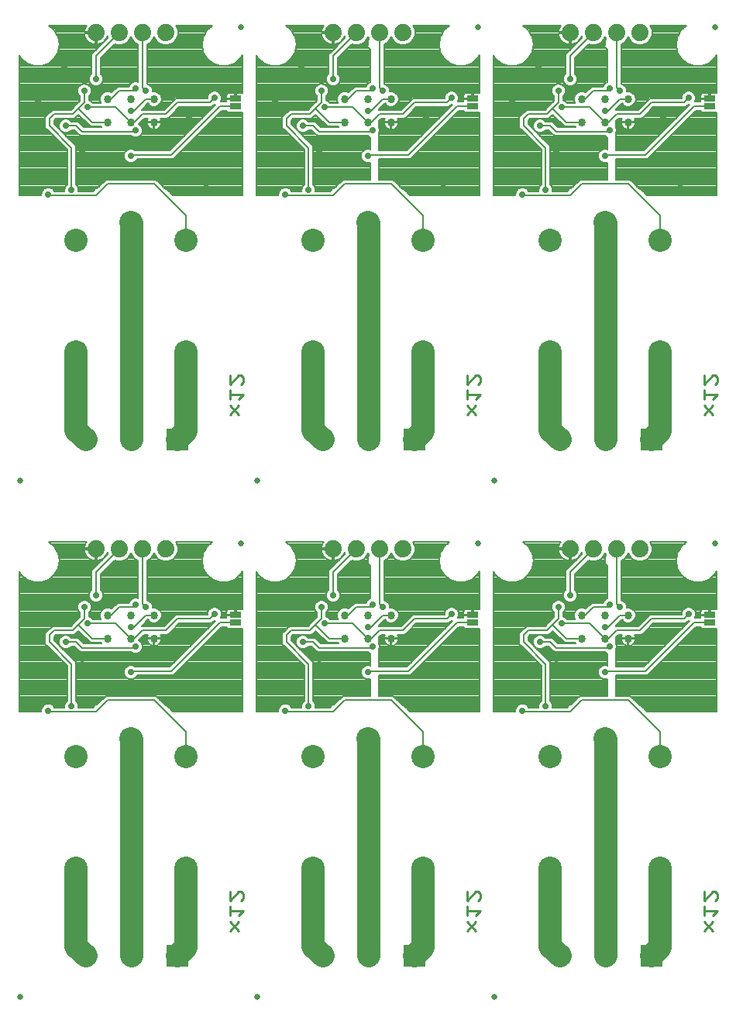
<source format=gbl>
G75*
%MOIN*%
%OFA0B0*%
%FSLAX25Y25*%
%IPPOS*%
%LPD*%
%AMOC8*
5,1,8,0,0,1.08239X$1,22.5*
%
%ADD10C,0.01100*%
%ADD11C,0.10000*%
%ADD12C,0.02500*%
%ADD13C,0.03400*%
%ADD14C,0.07400*%
%ADD15R,0.05000X0.02500*%
%ADD16R,0.09500X0.09500*%
%ADD17C,0.09500*%
%ADD18C,0.02900*%
%ADD19C,0.00700*%
%ADD20C,0.10000*%
D10*
X0144300Y0102632D02*
X0148237Y0106568D01*
X0148237Y0109077D02*
X0150205Y0111046D01*
X0144300Y0111046D01*
X0144300Y0113014D02*
X0144300Y0109077D01*
X0144300Y0106568D02*
X0148237Y0102632D01*
X0149221Y0115523D02*
X0150205Y0116507D01*
X0150205Y0118475D01*
X0149221Y0119459D01*
X0148237Y0119459D01*
X0144300Y0115523D01*
X0144300Y0119459D01*
X0246300Y0119459D02*
X0246300Y0115523D01*
X0250237Y0119459D01*
X0251221Y0119459D01*
X0252205Y0118475D01*
X0252205Y0116507D01*
X0251221Y0115523D01*
X0252205Y0111046D02*
X0246300Y0111046D01*
X0246300Y0113014D02*
X0246300Y0109077D01*
X0246300Y0106568D02*
X0250237Y0102632D01*
X0250237Y0106568D02*
X0246300Y0102632D01*
X0250237Y0109077D02*
X0252205Y0111046D01*
X0348300Y0111046D02*
X0354205Y0111046D01*
X0352237Y0109077D01*
X0352237Y0106568D02*
X0348300Y0102632D01*
X0348300Y0106568D02*
X0352237Y0102632D01*
X0348300Y0109077D02*
X0348300Y0113014D01*
X0348300Y0115523D02*
X0352237Y0119459D01*
X0353221Y0119459D01*
X0354205Y0118475D01*
X0354205Y0116507D01*
X0353221Y0115523D01*
X0348300Y0115523D02*
X0348300Y0119459D01*
X0348300Y0324632D02*
X0352237Y0328568D01*
X0352237Y0331077D02*
X0354205Y0333046D01*
X0348300Y0333046D01*
X0348300Y0335014D02*
X0348300Y0331077D01*
X0348300Y0328568D02*
X0352237Y0324632D01*
X0353221Y0337523D02*
X0354205Y0338507D01*
X0354205Y0340475D01*
X0353221Y0341459D01*
X0352237Y0341459D01*
X0348300Y0337523D01*
X0348300Y0341459D01*
X0252205Y0340475D02*
X0252205Y0338507D01*
X0251221Y0337523D01*
X0252205Y0340475D02*
X0251221Y0341459D01*
X0250237Y0341459D01*
X0246300Y0337523D01*
X0246300Y0341459D01*
X0246300Y0335014D02*
X0246300Y0331077D01*
X0246300Y0333046D02*
X0252205Y0333046D01*
X0250237Y0331077D01*
X0250237Y0328568D02*
X0246300Y0324632D01*
X0246300Y0328568D02*
X0250237Y0324632D01*
X0150205Y0333046D02*
X0148237Y0331077D01*
X0148237Y0328568D02*
X0144300Y0324632D01*
X0144300Y0328568D02*
X0148237Y0324632D01*
X0144300Y0331077D02*
X0144300Y0335014D01*
X0144300Y0333046D02*
X0150205Y0333046D01*
X0149221Y0337523D02*
X0150205Y0338507D01*
X0150205Y0340475D01*
X0149221Y0341459D01*
X0148237Y0341459D01*
X0144300Y0337523D01*
X0144300Y0341459D01*
D11*
X0125392Y0351388D03*
X0125392Y0399419D03*
X0101770Y0407293D03*
X0078148Y0399419D03*
X0078148Y0351388D03*
X0180148Y0351388D03*
X0180148Y0399419D03*
X0203770Y0407293D03*
X0227392Y0399419D03*
X0227392Y0351388D03*
X0282148Y0351388D03*
X0282148Y0399419D03*
X0305770Y0407293D03*
X0329392Y0399419D03*
X0329392Y0351388D03*
X0305770Y0185293D03*
X0329392Y0177419D03*
X0329392Y0129388D03*
X0282148Y0129388D03*
X0282148Y0177419D03*
X0227392Y0177419D03*
X0203770Y0185293D03*
X0180148Y0177419D03*
X0180148Y0129388D03*
X0227392Y0129388D03*
X0125392Y0129388D03*
X0125392Y0177419D03*
X0101770Y0185293D03*
X0078148Y0177419D03*
X0078148Y0129388D03*
D12*
X0054250Y0074250D03*
X0156250Y0074250D03*
X0258250Y0074250D03*
X0251250Y0269250D03*
X0258250Y0296250D03*
X0353250Y0269250D03*
X0353250Y0491250D03*
X0251250Y0491250D03*
X0149250Y0491250D03*
X0156250Y0296250D03*
X0149250Y0269250D03*
X0054250Y0296250D03*
D13*
X0061750Y0236750D03*
X0080750Y0216750D03*
X0091750Y0228250D03*
X0091750Y0238250D03*
X0101750Y0238250D03*
X0101750Y0228250D03*
X0111750Y0228250D03*
X0111750Y0238250D03*
X0121750Y0241750D03*
X0163750Y0236750D03*
X0182750Y0216750D03*
X0193750Y0228250D03*
X0193750Y0238250D03*
X0203750Y0238250D03*
X0203750Y0228250D03*
X0213750Y0228250D03*
X0213750Y0238250D03*
X0223750Y0241750D03*
X0265750Y0236750D03*
X0284750Y0216750D03*
X0295750Y0228250D03*
X0295750Y0238250D03*
X0305750Y0238250D03*
X0305750Y0228250D03*
X0315750Y0228250D03*
X0315750Y0238250D03*
X0325750Y0241750D03*
X0284750Y0438750D03*
X0295750Y0450250D03*
X0295750Y0460250D03*
X0305750Y0460250D03*
X0305750Y0450250D03*
X0315750Y0450250D03*
X0315750Y0460250D03*
X0325750Y0463750D03*
X0265750Y0458750D03*
X0223750Y0463750D03*
X0213750Y0460250D03*
X0213750Y0450250D03*
X0203750Y0450250D03*
X0203750Y0460250D03*
X0193750Y0460250D03*
X0193750Y0450250D03*
X0182750Y0438750D03*
X0163750Y0458750D03*
X0121750Y0463750D03*
X0111750Y0460250D03*
X0111750Y0450250D03*
X0101750Y0450250D03*
X0101750Y0460250D03*
X0091750Y0460250D03*
X0091750Y0450250D03*
X0080750Y0438750D03*
X0061750Y0458750D03*
D14*
X0086750Y0488750D03*
X0096750Y0488750D03*
X0106750Y0488750D03*
X0116750Y0488750D03*
X0188750Y0488750D03*
X0198750Y0488750D03*
X0208750Y0488750D03*
X0218750Y0488750D03*
X0290750Y0488750D03*
X0300750Y0488750D03*
X0310750Y0488750D03*
X0320750Y0488750D03*
X0320750Y0266750D03*
X0310750Y0266750D03*
X0300750Y0266750D03*
X0290750Y0266750D03*
X0218750Y0266750D03*
X0208750Y0266750D03*
X0198750Y0266750D03*
X0188750Y0266750D03*
X0116750Y0266750D03*
X0106750Y0266750D03*
X0096750Y0266750D03*
X0086750Y0266750D03*
D15*
X0146750Y0238350D03*
X0146750Y0235150D03*
X0248750Y0235150D03*
X0248750Y0238350D03*
X0350750Y0238350D03*
X0350750Y0235150D03*
X0350750Y0457150D03*
X0350750Y0460350D03*
X0248750Y0460350D03*
X0248750Y0457150D03*
X0146750Y0457150D03*
X0146750Y0460350D03*
D16*
X0121750Y0313750D03*
X0223750Y0313750D03*
X0325750Y0313750D03*
X0325750Y0091750D03*
X0223750Y0091750D03*
X0121750Y0091750D03*
D17*
X0102065Y0091750D03*
X0082380Y0091750D03*
X0184380Y0091750D03*
X0204065Y0091750D03*
X0286380Y0091750D03*
X0306065Y0091750D03*
X0306065Y0313750D03*
X0286380Y0313750D03*
X0204065Y0313750D03*
X0184380Y0313750D03*
X0102065Y0313750D03*
X0082380Y0313750D03*
D18*
X0073250Y0251750D03*
X0081750Y0241750D03*
X0086750Y0246750D03*
X0083250Y0234750D03*
X0073750Y0226750D03*
X0076250Y0199250D03*
X0066278Y0197222D03*
X0101750Y0213750D03*
X0103750Y0224750D03*
X0101750Y0233250D03*
X0103750Y0242750D03*
X0108250Y0241750D03*
X0126750Y0229750D03*
X0137750Y0238750D03*
X0134250Y0201750D03*
X0168278Y0197222D03*
X0178250Y0199250D03*
X0175750Y0226750D03*
X0185250Y0234750D03*
X0183750Y0241750D03*
X0188750Y0246750D03*
X0175250Y0251750D03*
X0203750Y0233250D03*
X0205750Y0224750D03*
X0203750Y0213750D03*
X0210250Y0241750D03*
X0205750Y0242750D03*
X0228750Y0229750D03*
X0239750Y0238750D03*
X0236250Y0201750D03*
X0270278Y0197222D03*
X0280250Y0199250D03*
X0277750Y0226750D03*
X0287250Y0234750D03*
X0285750Y0241750D03*
X0290750Y0246750D03*
X0277250Y0251750D03*
X0307750Y0242750D03*
X0312250Y0241750D03*
X0305750Y0233250D03*
X0307750Y0224750D03*
X0305750Y0213750D03*
X0330750Y0229750D03*
X0341750Y0238750D03*
X0338250Y0201750D03*
X0270278Y0419222D03*
X0280250Y0421250D03*
X0277750Y0448750D03*
X0287250Y0456750D03*
X0285750Y0463750D03*
X0290750Y0468750D03*
X0277250Y0473750D03*
X0307750Y0464750D03*
X0312250Y0463750D03*
X0305750Y0455250D03*
X0307750Y0446750D03*
X0305750Y0435750D03*
X0330750Y0451750D03*
X0341750Y0460750D03*
X0338250Y0423750D03*
X0236250Y0423750D03*
X0228750Y0451750D03*
X0239750Y0460750D03*
X0210250Y0463750D03*
X0205750Y0464750D03*
X0203750Y0455250D03*
X0205750Y0446750D03*
X0203750Y0435750D03*
X0185250Y0456750D03*
X0183750Y0463750D03*
X0188750Y0468750D03*
X0175250Y0473750D03*
X0175750Y0448750D03*
X0178250Y0421250D03*
X0168278Y0419222D03*
X0134250Y0423750D03*
X0126750Y0451750D03*
X0137750Y0460750D03*
X0108250Y0463750D03*
X0103750Y0464750D03*
X0101750Y0455250D03*
X0103750Y0446750D03*
X0101750Y0435750D03*
X0083250Y0456750D03*
X0081750Y0463750D03*
X0086750Y0468750D03*
X0073250Y0473750D03*
X0073750Y0448750D03*
X0076250Y0421250D03*
X0066278Y0419222D03*
D19*
X0066750Y0418750D01*
X0086750Y0418750D01*
X0091750Y0423750D01*
X0111750Y0423750D01*
X0125392Y0410108D01*
X0125392Y0399419D01*
X0119812Y0418750D02*
X0118759Y0419915D01*
X0118756Y0419948D01*
X0118633Y0420054D01*
X0118235Y0420494D01*
X0118142Y0420627D01*
X0118109Y0420632D01*
X0117492Y0421315D01*
X0116839Y0421348D01*
X0113650Y0424537D01*
X0112537Y0425650D01*
X0090963Y0425650D01*
X0087161Y0421848D01*
X0086548Y0421833D01*
X0085438Y0420667D01*
X0085405Y0420663D01*
X0085396Y0420650D01*
X0079249Y0420650D01*
X0079250Y0420653D01*
X0079250Y0421847D01*
X0078793Y0422949D01*
X0078150Y0423593D01*
X0078150Y0440037D01*
X0077037Y0441150D01*
X0068650Y0449537D01*
X0068650Y0450963D01*
X0069537Y0451850D01*
X0077537Y0451850D01*
X0079250Y0453563D01*
X0083350Y0449463D01*
X0083350Y0449463D01*
X0084463Y0448350D01*
X0089054Y0448350D01*
X0089254Y0448150D01*
X0081537Y0448150D01*
X0079037Y0450650D01*
X0076093Y0450650D01*
X0075449Y0451293D01*
X0074347Y0451750D01*
X0073153Y0451750D01*
X0072051Y0451293D01*
X0071207Y0450449D01*
X0070750Y0449347D01*
X0070750Y0448153D01*
X0071207Y0447051D01*
X0072051Y0446207D01*
X0073153Y0445750D01*
X0074347Y0445750D01*
X0075449Y0446207D01*
X0076093Y0446850D01*
X0077463Y0446850D01*
X0078850Y0445463D01*
X0079963Y0444350D01*
X0101907Y0444350D01*
X0102051Y0444207D01*
X0103153Y0443750D01*
X0104347Y0443750D01*
X0105449Y0444207D01*
X0106293Y0445051D01*
X0106750Y0446153D01*
X0106750Y0447347D01*
X0106293Y0448449D01*
X0105449Y0449293D01*
X0105118Y0449431D01*
X0105150Y0449463D01*
X0107537Y0451850D01*
X0109151Y0451850D01*
X0109047Y0451695D01*
X0108817Y0451140D01*
X0108700Y0450550D01*
X0108700Y0450400D01*
X0111600Y0450400D01*
X0111600Y0450100D01*
X0111900Y0450100D01*
X0111900Y0450400D01*
X0114800Y0450400D01*
X0114800Y0450550D01*
X0114683Y0451140D01*
X0114453Y0451695D01*
X0114349Y0451850D01*
X0117537Y0451850D01*
X0118650Y0452963D01*
X0122537Y0456850D01*
X0136537Y0456850D01*
X0137437Y0457750D01*
X0138063Y0457750D01*
X0118463Y0438150D01*
X0103593Y0438150D01*
X0103449Y0438293D01*
X0102347Y0438750D01*
X0101153Y0438750D01*
X0100051Y0438293D01*
X0099207Y0437449D01*
X0098750Y0436347D01*
X0098750Y0435153D01*
X0099207Y0434051D01*
X0100051Y0433207D01*
X0101153Y0432750D01*
X0102347Y0432750D01*
X0103449Y0433207D01*
X0104293Y0434051D01*
X0104417Y0434350D01*
X0120037Y0434350D01*
X0140937Y0455250D01*
X0142708Y0455250D01*
X0143608Y0454350D01*
X0149800Y0454350D01*
X0149800Y0418750D01*
X0119812Y0418750D01*
X0119435Y0419167D02*
X0149800Y0419167D01*
X0149800Y0419865D02*
X0118803Y0419865D01*
X0118186Y0420564D02*
X0149800Y0420564D01*
X0149800Y0421262D02*
X0117539Y0421262D01*
X0116226Y0421961D02*
X0149800Y0421961D01*
X0149800Y0422660D02*
X0115527Y0422660D01*
X0114829Y0423358D02*
X0149800Y0423358D01*
X0149800Y0424057D02*
X0114130Y0424057D01*
X0113432Y0424755D02*
X0149800Y0424755D01*
X0149800Y0425454D02*
X0112733Y0425454D01*
X0120221Y0434534D02*
X0149800Y0434534D01*
X0149800Y0433836D02*
X0104078Y0433836D01*
X0103281Y0433137D02*
X0149800Y0433137D01*
X0149800Y0432439D02*
X0078150Y0432439D01*
X0078150Y0433137D02*
X0100219Y0433137D01*
X0099422Y0433836D02*
X0078150Y0433836D01*
X0078150Y0434534D02*
X0099006Y0434534D01*
X0098750Y0435233D02*
X0078150Y0435233D01*
X0078150Y0435931D02*
X0098750Y0435931D01*
X0098867Y0436630D02*
X0078150Y0436630D01*
X0078150Y0437328D02*
X0099157Y0437328D01*
X0099784Y0438027D02*
X0078150Y0438027D01*
X0078150Y0438725D02*
X0101094Y0438725D01*
X0102406Y0438725D02*
X0119038Y0438725D01*
X0119737Y0439424D02*
X0078150Y0439424D01*
X0078065Y0440122D02*
X0120435Y0440122D01*
X0121134Y0440821D02*
X0077366Y0440821D01*
X0076668Y0441519D02*
X0121832Y0441519D01*
X0122531Y0442218D02*
X0075969Y0442218D01*
X0075271Y0442916D02*
X0123229Y0442916D01*
X0123928Y0443615D02*
X0074572Y0443615D01*
X0073874Y0444313D02*
X0101944Y0444313D01*
X0103250Y0446250D02*
X0103750Y0446750D01*
X0103250Y0446250D02*
X0080750Y0446250D01*
X0078250Y0448750D01*
X0073750Y0448750D01*
X0070980Y0449901D02*
X0068650Y0449901D01*
X0068650Y0450600D02*
X0071357Y0450600D01*
X0072063Y0451298D02*
X0068985Y0451298D01*
X0068984Y0449203D02*
X0070750Y0449203D01*
X0070750Y0448504D02*
X0069683Y0448504D01*
X0070381Y0447806D02*
X0070894Y0447806D01*
X0071080Y0447107D02*
X0071183Y0447107D01*
X0071778Y0446409D02*
X0071848Y0446409D01*
X0072477Y0445710D02*
X0078603Y0445710D01*
X0079301Y0445012D02*
X0073175Y0445012D01*
X0075652Y0446409D02*
X0077904Y0446409D01*
X0080484Y0449203D02*
X0083610Y0449203D01*
X0082912Y0449901D02*
X0079786Y0449901D01*
X0079087Y0450600D02*
X0082213Y0450600D01*
X0081515Y0451298D02*
X0075437Y0451298D01*
X0077684Y0451997D02*
X0080816Y0451997D01*
X0080118Y0452695D02*
X0078382Y0452695D01*
X0079081Y0453394D02*
X0079419Y0453394D01*
X0076750Y0453750D02*
X0079250Y0456250D01*
X0085250Y0450250D01*
X0091750Y0450250D01*
X0095250Y0456750D02*
X0083250Y0456750D01*
X0081750Y0458750D02*
X0079250Y0456250D01*
X0077898Y0457585D02*
X0053700Y0457585D01*
X0053700Y0456887D02*
X0077200Y0456887D01*
X0076501Y0456188D02*
X0053700Y0456188D01*
X0053700Y0455490D02*
X0067803Y0455490D01*
X0067963Y0455650D02*
X0064850Y0452537D01*
X0064850Y0447963D01*
X0065963Y0446850D01*
X0074350Y0438463D01*
X0074350Y0423593D01*
X0073707Y0422949D01*
X0073250Y0421847D01*
X0073250Y0420653D01*
X0073251Y0420650D01*
X0068933Y0420650D01*
X0068821Y0420922D01*
X0067977Y0421766D01*
X0066874Y0422222D01*
X0065681Y0422222D01*
X0064578Y0421766D01*
X0063734Y0420922D01*
X0063278Y0419819D01*
X0063278Y0418750D01*
X0053700Y0418750D01*
X0053700Y0479193D01*
X0054555Y0477712D01*
X0057054Y0475616D01*
X0060119Y0474500D01*
X0063381Y0474500D01*
X0066446Y0475616D01*
X0066446Y0475616D01*
X0068945Y0477712D01*
X0068945Y0477712D01*
X0068945Y0477712D01*
X0070576Y0480537D01*
X0070576Y0480538D01*
X0071143Y0483750D01*
X0070576Y0486962D01*
X0070576Y0486962D01*
X0068945Y0489787D01*
X0068945Y0489787D01*
X0066547Y0491800D01*
X0082724Y0491800D01*
X0082431Y0491397D01*
X0082070Y0490689D01*
X0081824Y0489933D01*
X0081700Y0489147D01*
X0081700Y0489100D01*
X0086400Y0489100D01*
X0086400Y0488400D01*
X0087100Y0488400D01*
X0087100Y0483700D01*
X0087147Y0483700D01*
X0087933Y0483824D01*
X0088689Y0484070D01*
X0089397Y0484431D01*
X0090040Y0484898D01*
X0090602Y0485460D01*
X0091069Y0486103D01*
X0091430Y0486811D01*
X0091624Y0487407D01*
X0091945Y0486632D01*
X0084850Y0479537D01*
X0084850Y0471093D01*
X0084207Y0470449D01*
X0083750Y0469347D01*
X0083750Y0468153D01*
X0084207Y0467051D01*
X0085051Y0466207D01*
X0086153Y0465750D01*
X0087347Y0465750D01*
X0088449Y0466207D01*
X0089293Y0467051D01*
X0089750Y0468153D01*
X0089750Y0469347D01*
X0089293Y0470449D01*
X0088650Y0471093D01*
X0088650Y0477963D01*
X0094632Y0483945D01*
X0095706Y0483500D01*
X0097794Y0483500D01*
X0099724Y0484299D01*
X0101201Y0485776D01*
X0101750Y0487102D01*
X0102299Y0485776D01*
X0103776Y0484299D01*
X0104850Y0483854D01*
X0104850Y0467542D01*
X0104347Y0467750D01*
X0103153Y0467750D01*
X0102051Y0467293D01*
X0101207Y0466449D01*
X0100876Y0465650D01*
X0095963Y0465650D01*
X0093398Y0463085D01*
X0092396Y0463500D01*
X0091104Y0463500D01*
X0089909Y0463005D01*
X0088995Y0462091D01*
X0088500Y0460896D01*
X0088500Y0459604D01*
X0088895Y0458650D01*
X0085593Y0458650D01*
X0084949Y0459293D01*
X0083847Y0459750D01*
X0083650Y0459750D01*
X0083650Y0461407D01*
X0084293Y0462051D01*
X0084750Y0463153D01*
X0084750Y0464347D01*
X0084293Y0465449D01*
X0083449Y0466293D01*
X0082347Y0466750D01*
X0081153Y0466750D01*
X0080051Y0466293D01*
X0079207Y0465449D01*
X0078750Y0464347D01*
X0078750Y0463153D01*
X0079207Y0462051D01*
X0079850Y0461407D01*
X0079850Y0459537D01*
X0078463Y0458150D01*
X0075963Y0455650D01*
X0067963Y0455650D01*
X0067104Y0454791D02*
X0053700Y0454791D01*
X0053700Y0454093D02*
X0066406Y0454093D01*
X0065707Y0453394D02*
X0053700Y0453394D01*
X0053700Y0452695D02*
X0065009Y0452695D01*
X0064850Y0451997D02*
X0053700Y0451997D01*
X0053700Y0451298D02*
X0064850Y0451298D01*
X0064850Y0450600D02*
X0053700Y0450600D01*
X0053700Y0449901D02*
X0064850Y0449901D01*
X0064850Y0449203D02*
X0053700Y0449203D01*
X0053700Y0448504D02*
X0064850Y0448504D01*
X0065007Y0447806D02*
X0053700Y0447806D01*
X0053700Y0447107D02*
X0065706Y0447107D01*
X0066404Y0446409D02*
X0053700Y0446409D01*
X0053700Y0445710D02*
X0067103Y0445710D01*
X0067801Y0445012D02*
X0053700Y0445012D01*
X0053700Y0444313D02*
X0068500Y0444313D01*
X0069198Y0443615D02*
X0053700Y0443615D01*
X0053700Y0442916D02*
X0069897Y0442916D01*
X0070595Y0442218D02*
X0053700Y0442218D01*
X0053700Y0441519D02*
X0071294Y0441519D01*
X0071992Y0440821D02*
X0053700Y0440821D01*
X0053700Y0440122D02*
X0072691Y0440122D01*
X0073389Y0439424D02*
X0053700Y0439424D01*
X0053700Y0438725D02*
X0074088Y0438725D01*
X0074350Y0438027D02*
X0053700Y0438027D01*
X0053700Y0437328D02*
X0074350Y0437328D01*
X0074350Y0436630D02*
X0053700Y0436630D01*
X0053700Y0435931D02*
X0074350Y0435931D01*
X0074350Y0435233D02*
X0053700Y0435233D01*
X0053700Y0434534D02*
X0074350Y0434534D01*
X0074350Y0433836D02*
X0053700Y0433836D01*
X0053700Y0433137D02*
X0074350Y0433137D01*
X0074350Y0432439D02*
X0053700Y0432439D01*
X0053700Y0431740D02*
X0074350Y0431740D01*
X0074350Y0431042D02*
X0053700Y0431042D01*
X0053700Y0430343D02*
X0074350Y0430343D01*
X0074350Y0429645D02*
X0053700Y0429645D01*
X0053700Y0428946D02*
X0074350Y0428946D01*
X0074350Y0428248D02*
X0053700Y0428248D01*
X0053700Y0427549D02*
X0074350Y0427549D01*
X0074350Y0426851D02*
X0053700Y0426851D01*
X0053700Y0426152D02*
X0074350Y0426152D01*
X0074350Y0425454D02*
X0053700Y0425454D01*
X0053700Y0424755D02*
X0074350Y0424755D01*
X0074350Y0424057D02*
X0053700Y0424057D01*
X0053700Y0423358D02*
X0074115Y0423358D01*
X0073587Y0422660D02*
X0053700Y0422660D01*
X0053700Y0421961D02*
X0065050Y0421961D01*
X0064075Y0421262D02*
X0053700Y0421262D01*
X0053700Y0420564D02*
X0063586Y0420564D01*
X0063297Y0419865D02*
X0053700Y0419865D01*
X0053700Y0419167D02*
X0063278Y0419167D01*
X0067505Y0421961D02*
X0073297Y0421961D01*
X0073250Y0421262D02*
X0068480Y0421262D01*
X0076250Y0421250D02*
X0076250Y0439250D01*
X0066750Y0448750D01*
X0066750Y0451750D01*
X0068750Y0453750D01*
X0076750Y0453750D01*
X0078597Y0458284D02*
X0053700Y0458284D01*
X0053700Y0458982D02*
X0079295Y0458982D01*
X0079850Y0459681D02*
X0053700Y0459681D01*
X0053700Y0460379D02*
X0079850Y0460379D01*
X0079850Y0461078D02*
X0053700Y0461078D01*
X0053700Y0461776D02*
X0079481Y0461776D01*
X0079031Y0462475D02*
X0053700Y0462475D01*
X0053700Y0463173D02*
X0078750Y0463173D01*
X0078750Y0463872D02*
X0053700Y0463872D01*
X0053700Y0464570D02*
X0078843Y0464570D01*
X0079132Y0465269D02*
X0053700Y0465269D01*
X0053700Y0465967D02*
X0079725Y0465967D01*
X0080950Y0466666D02*
X0053700Y0466666D01*
X0053700Y0467364D02*
X0084077Y0467364D01*
X0083787Y0468063D02*
X0053700Y0468063D01*
X0053700Y0468761D02*
X0083750Y0468761D01*
X0083797Y0469460D02*
X0053700Y0469460D01*
X0053700Y0470158D02*
X0084086Y0470158D01*
X0084614Y0470857D02*
X0053700Y0470857D01*
X0053700Y0471555D02*
X0084850Y0471555D01*
X0084850Y0472254D02*
X0053700Y0472254D01*
X0053700Y0472952D02*
X0084850Y0472952D01*
X0084850Y0473651D02*
X0053700Y0473651D01*
X0053700Y0474349D02*
X0084850Y0474349D01*
X0084850Y0475048D02*
X0064886Y0475048D01*
X0066602Y0475746D02*
X0084850Y0475746D01*
X0084850Y0476445D02*
X0067435Y0476445D01*
X0068267Y0477143D02*
X0084850Y0477143D01*
X0084850Y0477842D02*
X0069020Y0477842D01*
X0069423Y0478540D02*
X0084850Y0478540D01*
X0084850Y0479239D02*
X0069826Y0479239D01*
X0070230Y0479937D02*
X0085250Y0479937D01*
X0085949Y0480636D02*
X0070594Y0480636D01*
X0070717Y0481334D02*
X0086647Y0481334D01*
X0087346Y0482033D02*
X0070840Y0482033D01*
X0070963Y0482731D02*
X0088045Y0482731D01*
X0088743Y0483430D02*
X0071086Y0483430D01*
X0071143Y0483750D02*
X0071143Y0483750D01*
X0071076Y0484129D02*
X0084697Y0484129D01*
X0084811Y0484070D02*
X0085567Y0483824D01*
X0086353Y0483700D01*
X0086400Y0483700D01*
X0086400Y0488400D01*
X0081700Y0488400D01*
X0081700Y0488353D01*
X0081824Y0487567D01*
X0082070Y0486811D01*
X0082431Y0486103D01*
X0082898Y0485460D01*
X0083460Y0484898D01*
X0084103Y0484431D01*
X0084811Y0484070D01*
X0083558Y0484827D02*
X0070953Y0484827D01*
X0070830Y0485526D02*
X0082851Y0485526D01*
X0082369Y0486224D02*
X0070706Y0486224D01*
X0070583Y0486923D02*
X0082034Y0486923D01*
X0081816Y0487621D02*
X0070196Y0487621D01*
X0069793Y0488320D02*
X0081705Y0488320D01*
X0081790Y0489717D02*
X0068986Y0489717D01*
X0069389Y0489018D02*
X0086400Y0489018D01*
X0086400Y0488320D02*
X0087100Y0488320D01*
X0087100Y0487621D02*
X0086400Y0487621D01*
X0086400Y0486923D02*
X0087100Y0486923D01*
X0087100Y0486224D02*
X0086400Y0486224D01*
X0086400Y0485526D02*
X0087100Y0485526D01*
X0087100Y0484827D02*
X0086400Y0484827D01*
X0086400Y0484129D02*
X0087100Y0484129D01*
X0088803Y0484129D02*
X0089442Y0484129D01*
X0089942Y0484827D02*
X0090140Y0484827D01*
X0090649Y0485526D02*
X0090839Y0485526D01*
X0091131Y0486224D02*
X0091537Y0486224D01*
X0091466Y0486923D02*
X0091824Y0486923D01*
X0094117Y0483430D02*
X0104850Y0483430D01*
X0104850Y0482731D02*
X0093418Y0482731D01*
X0092720Y0482033D02*
X0104850Y0482033D01*
X0104850Y0481334D02*
X0092021Y0481334D01*
X0091323Y0480636D02*
X0104850Y0480636D01*
X0104850Y0479937D02*
X0090624Y0479937D01*
X0089926Y0479239D02*
X0104850Y0479239D01*
X0104850Y0478540D02*
X0089227Y0478540D01*
X0088650Y0477842D02*
X0104850Y0477842D01*
X0104850Y0477143D02*
X0088650Y0477143D01*
X0088650Y0476445D02*
X0104850Y0476445D01*
X0104850Y0475746D02*
X0088650Y0475746D01*
X0088650Y0475048D02*
X0104850Y0475048D01*
X0104850Y0474349D02*
X0088650Y0474349D01*
X0088650Y0473651D02*
X0104850Y0473651D01*
X0104850Y0472952D02*
X0088650Y0472952D01*
X0088650Y0472254D02*
X0104850Y0472254D01*
X0104850Y0471555D02*
X0088650Y0471555D01*
X0088886Y0470857D02*
X0104850Y0470857D01*
X0104850Y0470158D02*
X0089414Y0470158D01*
X0089703Y0469460D02*
X0104850Y0469460D01*
X0104850Y0468761D02*
X0089750Y0468761D01*
X0089712Y0468063D02*
X0104850Y0468063D01*
X0102222Y0467364D02*
X0089423Y0467364D01*
X0088908Y0466666D02*
X0101423Y0466666D01*
X0101007Y0465967D02*
X0087871Y0465967D01*
X0085629Y0465967D02*
X0083775Y0465967D01*
X0084368Y0465269D02*
X0095582Y0465269D01*
X0094883Y0464570D02*
X0084657Y0464570D01*
X0084750Y0463872D02*
X0094185Y0463872D01*
X0093486Y0463173D02*
X0093185Y0463173D01*
X0090315Y0463173D02*
X0084750Y0463173D01*
X0084469Y0462475D02*
X0089378Y0462475D01*
X0088864Y0461776D02*
X0084019Y0461776D01*
X0083650Y0461078D02*
X0088575Y0461078D01*
X0088500Y0460379D02*
X0083650Y0460379D01*
X0084014Y0459681D02*
X0088500Y0459681D01*
X0088757Y0458982D02*
X0085261Y0458982D01*
X0081750Y0458750D02*
X0081750Y0463750D01*
X0082550Y0466666D02*
X0084592Y0466666D01*
X0086750Y0468750D02*
X0086750Y0478750D01*
X0096750Y0488750D01*
X0101676Y0486923D02*
X0101824Y0486923D01*
X0102114Y0486224D02*
X0101386Y0486224D01*
X0100950Y0485526D02*
X0102550Y0485526D01*
X0103248Y0484827D02*
X0100252Y0484827D01*
X0099312Y0484129D02*
X0104188Y0484129D01*
X0108650Y0483854D02*
X0109724Y0484299D01*
X0111201Y0485776D01*
X0111750Y0487102D01*
X0112299Y0485776D01*
X0113776Y0484299D01*
X0115706Y0483500D01*
X0117794Y0483500D01*
X0119724Y0484299D01*
X0121201Y0485776D01*
X0122000Y0487706D01*
X0122000Y0489794D01*
X0121201Y0491724D01*
X0121125Y0491800D01*
X0136953Y0491800D01*
X0134555Y0489787D01*
X0132924Y0486962D01*
X0132357Y0483750D01*
X0132924Y0480538D01*
X0132924Y0480537D01*
X0134555Y0477712D01*
X0137054Y0475616D01*
X0140119Y0474500D01*
X0143381Y0474500D01*
X0146446Y0475616D01*
X0146446Y0475616D01*
X0148945Y0477712D01*
X0148945Y0477712D01*
X0148945Y0477712D01*
X0149800Y0479193D01*
X0149800Y0462841D01*
X0149771Y0462858D01*
X0149428Y0462950D01*
X0147025Y0462950D01*
X0147025Y0460625D01*
X0146475Y0460625D01*
X0146475Y0462950D01*
X0144072Y0462950D01*
X0143729Y0462858D01*
X0143421Y0462680D01*
X0143170Y0462429D01*
X0142992Y0462121D01*
X0142900Y0461778D01*
X0142900Y0460625D01*
X0146475Y0460625D01*
X0146475Y0460075D01*
X0142900Y0460075D01*
X0142900Y0459242D01*
X0142708Y0459050D01*
X0140293Y0459050D01*
X0140293Y0459051D01*
X0140750Y0460153D01*
X0140750Y0461347D01*
X0140293Y0462449D01*
X0139449Y0463293D01*
X0138347Y0463750D01*
X0137153Y0463750D01*
X0136051Y0463293D01*
X0135207Y0462449D01*
X0134750Y0461347D01*
X0134750Y0460650D01*
X0120963Y0460650D01*
X0115963Y0455650D01*
X0106337Y0455650D01*
X0109037Y0458350D01*
X0109054Y0458350D01*
X0109909Y0457495D01*
X0111104Y0457000D01*
X0112396Y0457000D01*
X0113591Y0457495D01*
X0114505Y0458409D01*
X0115000Y0459604D01*
X0115000Y0460896D01*
X0114505Y0462091D01*
X0113591Y0463005D01*
X0112396Y0463500D01*
X0111250Y0463500D01*
X0111250Y0464347D01*
X0110793Y0465449D01*
X0109949Y0466293D01*
X0108847Y0466750D01*
X0108650Y0466750D01*
X0108650Y0483854D01*
X0108650Y0483430D02*
X0132414Y0483430D01*
X0132357Y0483750D02*
X0132357Y0483750D01*
X0132424Y0484129D02*
X0119312Y0484129D01*
X0120252Y0484827D02*
X0132547Y0484827D01*
X0132670Y0485526D02*
X0120950Y0485526D01*
X0121386Y0486224D02*
X0132794Y0486224D01*
X0132917Y0486923D02*
X0121676Y0486923D01*
X0121965Y0487621D02*
X0133304Y0487621D01*
X0132924Y0486962D02*
X0132924Y0486962D01*
X0133707Y0488320D02*
X0122000Y0488320D01*
X0122000Y0489018D02*
X0134111Y0489018D01*
X0134514Y0489717D02*
X0122000Y0489717D01*
X0121743Y0490415D02*
X0135303Y0490415D01*
X0134555Y0489787D02*
X0134555Y0489787D01*
X0134555Y0489787D01*
X0136135Y0491114D02*
X0121454Y0491114D01*
X0114188Y0484129D02*
X0109312Y0484129D01*
X0110252Y0484827D02*
X0113248Y0484827D01*
X0112550Y0485526D02*
X0110950Y0485526D01*
X0111386Y0486224D02*
X0112114Y0486224D01*
X0111824Y0486923D02*
X0111676Y0486923D01*
X0108650Y0482731D02*
X0132537Y0482731D01*
X0132660Y0482033D02*
X0108650Y0482033D01*
X0108650Y0481334D02*
X0132783Y0481334D01*
X0132906Y0480636D02*
X0108650Y0480636D01*
X0108650Y0479937D02*
X0133270Y0479937D01*
X0133673Y0479239D02*
X0108650Y0479239D01*
X0108650Y0478540D02*
X0134077Y0478540D01*
X0134480Y0477842D02*
X0108650Y0477842D01*
X0108650Y0477143D02*
X0135233Y0477143D01*
X0134555Y0477712D02*
X0134555Y0477712D01*
X0136065Y0476445D02*
X0108650Y0476445D01*
X0108650Y0475746D02*
X0136898Y0475746D01*
X0137054Y0475616D02*
X0137054Y0475616D01*
X0138614Y0475048D02*
X0108650Y0475048D01*
X0108650Y0474349D02*
X0149800Y0474349D01*
X0149800Y0473651D02*
X0108650Y0473651D01*
X0108650Y0472952D02*
X0149800Y0472952D01*
X0149800Y0472254D02*
X0108650Y0472254D01*
X0108650Y0471555D02*
X0149800Y0471555D01*
X0149800Y0470857D02*
X0108650Y0470857D01*
X0108650Y0470158D02*
X0149800Y0470158D01*
X0149800Y0469460D02*
X0108650Y0469460D01*
X0108650Y0468761D02*
X0149800Y0468761D01*
X0149800Y0468063D02*
X0108650Y0468063D01*
X0108650Y0467364D02*
X0149800Y0467364D01*
X0149800Y0466666D02*
X0109050Y0466666D01*
X0110275Y0465967D02*
X0149800Y0465967D01*
X0149800Y0465269D02*
X0110868Y0465269D01*
X0111157Y0464570D02*
X0149800Y0464570D01*
X0149800Y0463872D02*
X0111250Y0463872D01*
X0113185Y0463173D02*
X0135931Y0463173D01*
X0135232Y0462475D02*
X0114122Y0462475D01*
X0114636Y0461776D02*
X0134928Y0461776D01*
X0134750Y0461078D02*
X0114925Y0461078D01*
X0115000Y0460379D02*
X0120692Y0460379D01*
X0119994Y0459681D02*
X0115000Y0459681D01*
X0114743Y0458982D02*
X0119295Y0458982D01*
X0118597Y0458284D02*
X0114380Y0458284D01*
X0113681Y0457585D02*
X0117898Y0457585D01*
X0117200Y0456887D02*
X0107574Y0456887D01*
X0108272Y0457585D02*
X0109819Y0457585D01*
X0109120Y0458284D02*
X0108971Y0458284D01*
X0108250Y0460250D02*
X0103250Y0455250D01*
X0101750Y0455250D01*
X0101750Y0450250D02*
X0095250Y0456750D01*
X0093250Y0460250D02*
X0091750Y0460250D01*
X0093250Y0460250D02*
X0096750Y0463750D01*
X0102750Y0463750D01*
X0103750Y0464750D01*
X0106750Y0465250D02*
X0108250Y0463750D01*
X0106750Y0465250D02*
X0106750Y0488750D01*
X0082287Y0491114D02*
X0067365Y0491114D01*
X0068197Y0490415D02*
X0081981Y0490415D01*
X0058614Y0475048D02*
X0053700Y0475048D01*
X0053700Y0475746D02*
X0056898Y0475746D01*
X0057054Y0475616D02*
X0057054Y0475616D01*
X0056065Y0476445D02*
X0053700Y0476445D01*
X0053700Y0477143D02*
X0055233Y0477143D01*
X0054555Y0477712D02*
X0054555Y0477712D01*
X0054480Y0477842D02*
X0053700Y0477842D01*
X0053700Y0478540D02*
X0054077Y0478540D01*
X0081183Y0448504D02*
X0084309Y0448504D01*
X0101750Y0450250D02*
X0103250Y0450250D01*
X0106750Y0453750D01*
X0116750Y0453750D01*
X0121750Y0458750D01*
X0135750Y0458750D01*
X0137750Y0460750D01*
X0140554Y0459681D02*
X0142900Y0459681D01*
X0142900Y0461078D02*
X0140750Y0461078D01*
X0140750Y0460379D02*
X0146475Y0460379D01*
X0146475Y0461078D02*
X0147025Y0461078D01*
X0147025Y0461776D02*
X0146475Y0461776D01*
X0146475Y0462475D02*
X0147025Y0462475D01*
X0149800Y0463173D02*
X0139569Y0463173D01*
X0140268Y0462475D02*
X0143215Y0462475D01*
X0142900Y0461776D02*
X0140572Y0461776D01*
X0140150Y0457150D02*
X0119250Y0436250D01*
X0102250Y0436250D01*
X0101750Y0435750D01*
X0105556Y0444313D02*
X0124626Y0444313D01*
X0125325Y0445012D02*
X0106255Y0445012D01*
X0106567Y0445710D02*
X0126023Y0445710D01*
X0126722Y0446409D02*
X0106750Y0446409D01*
X0106750Y0447107D02*
X0127420Y0447107D01*
X0128119Y0447806D02*
X0113582Y0447806D01*
X0113694Y0447881D02*
X0114119Y0448306D01*
X0114453Y0448805D01*
X0114683Y0449360D01*
X0114800Y0449950D01*
X0114800Y0450100D01*
X0111900Y0450100D01*
X0111900Y0447200D01*
X0112050Y0447200D01*
X0112640Y0447317D01*
X0113195Y0447547D01*
X0113694Y0447881D01*
X0114252Y0448504D02*
X0128817Y0448504D01*
X0129516Y0449203D02*
X0114618Y0449203D01*
X0114790Y0449901D02*
X0130214Y0449901D01*
X0130913Y0450600D02*
X0114790Y0450600D01*
X0114617Y0451298D02*
X0131611Y0451298D01*
X0132310Y0451997D02*
X0117684Y0451997D01*
X0118382Y0452695D02*
X0133009Y0452695D01*
X0133707Y0453394D02*
X0119081Y0453394D01*
X0119780Y0454093D02*
X0134406Y0454093D01*
X0135104Y0454791D02*
X0120478Y0454791D01*
X0121177Y0455490D02*
X0135803Y0455490D01*
X0136501Y0456188D02*
X0121875Y0456188D01*
X0124750Y0451750D02*
X0126750Y0451750D01*
X0124750Y0451750D02*
X0121750Y0448750D01*
X0127905Y0442218D02*
X0149800Y0442218D01*
X0149800Y0442916D02*
X0128603Y0442916D01*
X0129302Y0443615D02*
X0149800Y0443615D01*
X0149800Y0444313D02*
X0130000Y0444313D01*
X0130699Y0445012D02*
X0149800Y0445012D01*
X0149800Y0445710D02*
X0131397Y0445710D01*
X0132096Y0446409D02*
X0149800Y0446409D01*
X0149800Y0447107D02*
X0132794Y0447107D01*
X0133493Y0447806D02*
X0149800Y0447806D01*
X0149800Y0448504D02*
X0134191Y0448504D01*
X0134890Y0449203D02*
X0149800Y0449203D01*
X0149800Y0449901D02*
X0135588Y0449901D01*
X0136287Y0450600D02*
X0149800Y0450600D01*
X0149800Y0451298D02*
X0136985Y0451298D01*
X0137684Y0451997D02*
X0149800Y0451997D01*
X0149800Y0452695D02*
X0138382Y0452695D01*
X0139081Y0453394D02*
X0149800Y0453394D01*
X0149800Y0454093D02*
X0139780Y0454093D01*
X0140478Y0454791D02*
X0143167Y0454791D01*
X0140150Y0457150D02*
X0146750Y0457150D01*
X0137898Y0457585D02*
X0137272Y0457585D01*
X0137200Y0456887D02*
X0136574Y0456887D01*
X0127206Y0441519D02*
X0149800Y0441519D01*
X0149800Y0440821D02*
X0126508Y0440821D01*
X0125809Y0440122D02*
X0149800Y0440122D01*
X0149800Y0439424D02*
X0125111Y0439424D01*
X0124412Y0438725D02*
X0149800Y0438725D01*
X0149800Y0438027D02*
X0123714Y0438027D01*
X0123015Y0437328D02*
X0149800Y0437328D01*
X0149800Y0436630D02*
X0122317Y0436630D01*
X0121618Y0435931D02*
X0149800Y0435931D01*
X0149800Y0435233D02*
X0120920Y0435233D01*
X0111600Y0447200D02*
X0111600Y0450100D01*
X0108700Y0450100D01*
X0108700Y0449950D01*
X0108817Y0449360D01*
X0109047Y0448805D01*
X0109381Y0448306D01*
X0109806Y0447881D01*
X0110305Y0447547D01*
X0110860Y0447317D01*
X0111450Y0447200D01*
X0111600Y0447200D01*
X0111600Y0447806D02*
X0111900Y0447806D01*
X0111900Y0448504D02*
X0111600Y0448504D01*
X0111600Y0449203D02*
X0111900Y0449203D01*
X0111900Y0449901D02*
X0111600Y0449901D01*
X0109918Y0447806D02*
X0106560Y0447806D01*
X0106238Y0448504D02*
X0109248Y0448504D01*
X0108882Y0449203D02*
X0105540Y0449203D01*
X0105588Y0449901D02*
X0108710Y0449901D01*
X0108710Y0450600D02*
X0106287Y0450600D01*
X0106985Y0451298D02*
X0108883Y0451298D01*
X0106875Y0456188D02*
X0116501Y0456188D01*
X0111750Y0460250D02*
X0108250Y0460250D01*
X0090767Y0425454D02*
X0078150Y0425454D01*
X0078150Y0426152D02*
X0149800Y0426152D01*
X0149800Y0426851D02*
X0078150Y0426851D01*
X0078150Y0427549D02*
X0149800Y0427549D01*
X0149800Y0428248D02*
X0078150Y0428248D01*
X0078150Y0428946D02*
X0149800Y0428946D01*
X0149800Y0429645D02*
X0078150Y0429645D01*
X0078150Y0430343D02*
X0149800Y0430343D01*
X0149800Y0431042D02*
X0078150Y0431042D01*
X0078150Y0431740D02*
X0149800Y0431740D01*
X0155700Y0431740D02*
X0176350Y0431740D01*
X0176350Y0431042D02*
X0155700Y0431042D01*
X0155700Y0430343D02*
X0176350Y0430343D01*
X0176350Y0429645D02*
X0155700Y0429645D01*
X0155700Y0428946D02*
X0176350Y0428946D01*
X0176350Y0428248D02*
X0155700Y0428248D01*
X0155700Y0427549D02*
X0176350Y0427549D01*
X0176350Y0426851D02*
X0155700Y0426851D01*
X0155700Y0426152D02*
X0176350Y0426152D01*
X0176350Y0425454D02*
X0155700Y0425454D01*
X0155700Y0424755D02*
X0176350Y0424755D01*
X0176350Y0424057D02*
X0155700Y0424057D01*
X0155700Y0423358D02*
X0176115Y0423358D01*
X0176350Y0423593D02*
X0175707Y0422949D01*
X0175250Y0421847D01*
X0175250Y0420653D01*
X0175251Y0420650D01*
X0170933Y0420650D01*
X0170821Y0420922D01*
X0169977Y0421766D01*
X0168874Y0422222D01*
X0167681Y0422222D01*
X0166578Y0421766D01*
X0165734Y0420922D01*
X0165278Y0419819D01*
X0165278Y0418750D01*
X0155700Y0418750D01*
X0155700Y0479193D01*
X0156555Y0477712D01*
X0159054Y0475616D01*
X0162119Y0474500D01*
X0165381Y0474500D01*
X0168446Y0475616D01*
X0168446Y0475616D01*
X0170945Y0477712D01*
X0170945Y0477712D01*
X0170945Y0477712D01*
X0172576Y0480537D01*
X0172576Y0480538D01*
X0173143Y0483750D01*
X0172576Y0486962D01*
X0172576Y0486962D01*
X0170945Y0489787D01*
X0170945Y0489787D01*
X0168547Y0491800D01*
X0184724Y0491800D01*
X0184431Y0491397D01*
X0184070Y0490689D01*
X0183824Y0489933D01*
X0183700Y0489147D01*
X0183700Y0489100D01*
X0188400Y0489100D01*
X0188400Y0488400D01*
X0189100Y0488400D01*
X0189100Y0483700D01*
X0189147Y0483700D01*
X0189933Y0483824D01*
X0190689Y0484070D01*
X0191397Y0484431D01*
X0192040Y0484898D01*
X0192602Y0485460D01*
X0193069Y0486103D01*
X0193430Y0486811D01*
X0193624Y0487407D01*
X0193945Y0486632D01*
X0187963Y0480650D01*
X0186850Y0479537D01*
X0186850Y0471093D01*
X0186207Y0470449D01*
X0185750Y0469347D01*
X0185750Y0468153D01*
X0186207Y0467051D01*
X0187051Y0466207D01*
X0188153Y0465750D01*
X0189347Y0465750D01*
X0190449Y0466207D01*
X0191293Y0467051D01*
X0191750Y0468153D01*
X0191750Y0469347D01*
X0191293Y0470449D01*
X0190650Y0471093D01*
X0190650Y0477963D01*
X0196632Y0483945D01*
X0197706Y0483500D01*
X0199794Y0483500D01*
X0201724Y0484299D01*
X0203201Y0485776D01*
X0203750Y0487102D01*
X0204037Y0486408D01*
X0203779Y0484353D01*
X0203687Y0484262D01*
X0203687Y0483627D01*
X0203608Y0482997D01*
X0203687Y0482895D01*
X0203687Y0482766D01*
X0204136Y0482317D01*
X0204525Y0481815D01*
X0204654Y0481799D01*
X0204745Y0481708D01*
X0204944Y0481708D01*
X0204944Y0467663D01*
X0204051Y0467293D01*
X0203207Y0466449D01*
X0202876Y0465650D01*
X0197963Y0465650D01*
X0195398Y0463085D01*
X0194396Y0463500D01*
X0193104Y0463500D01*
X0191909Y0463005D01*
X0190995Y0462091D01*
X0190500Y0460896D01*
X0190500Y0459604D01*
X0190895Y0458650D01*
X0187593Y0458650D01*
X0186949Y0459293D01*
X0185847Y0459750D01*
X0185650Y0459750D01*
X0185650Y0461407D01*
X0186293Y0462051D01*
X0186750Y0463153D01*
X0186750Y0464347D01*
X0186293Y0465449D01*
X0185449Y0466293D01*
X0184347Y0466750D01*
X0183153Y0466750D01*
X0182051Y0466293D01*
X0181207Y0465449D01*
X0180750Y0464347D01*
X0180750Y0463153D01*
X0181207Y0462051D01*
X0181850Y0461407D01*
X0181850Y0459537D01*
X0180463Y0458150D01*
X0179350Y0457037D01*
X0177963Y0455650D01*
X0169963Y0455650D01*
X0166850Y0452537D01*
X0166850Y0447963D01*
X0167963Y0446850D01*
X0176350Y0438463D01*
X0176350Y0423593D01*
X0175587Y0422660D02*
X0155700Y0422660D01*
X0155700Y0421961D02*
X0167050Y0421961D01*
X0166075Y0421262D02*
X0155700Y0421262D01*
X0155700Y0420564D02*
X0165586Y0420564D01*
X0165297Y0419865D02*
X0155700Y0419865D01*
X0155700Y0419167D02*
X0165278Y0419167D01*
X0168278Y0419222D02*
X0168750Y0418750D01*
X0188750Y0418750D01*
X0193750Y0423750D01*
X0213750Y0423750D01*
X0227392Y0410108D01*
X0227392Y0399419D01*
X0221812Y0418750D02*
X0220759Y0419915D01*
X0220756Y0419948D01*
X0220633Y0420054D01*
X0220235Y0420494D01*
X0220142Y0420627D01*
X0220109Y0420632D01*
X0219492Y0421315D01*
X0218839Y0421348D01*
X0215650Y0424537D01*
X0214537Y0425650D01*
X0208556Y0425650D01*
X0208556Y0434350D01*
X0222037Y0434350D01*
X0242937Y0455250D01*
X0244708Y0455250D01*
X0245608Y0454350D01*
X0251800Y0454350D01*
X0251800Y0418750D01*
X0221812Y0418750D01*
X0221435Y0419167D02*
X0251800Y0419167D01*
X0251800Y0419865D02*
X0220803Y0419865D01*
X0220186Y0420564D02*
X0251800Y0420564D01*
X0251800Y0421262D02*
X0219539Y0421262D01*
X0218226Y0421961D02*
X0251800Y0421961D01*
X0251800Y0422660D02*
X0217527Y0422660D01*
X0216829Y0423358D02*
X0251800Y0423358D01*
X0251800Y0424057D02*
X0216130Y0424057D01*
X0215432Y0424755D02*
X0251800Y0424755D01*
X0251800Y0425454D02*
X0214733Y0425454D01*
X0208556Y0426152D02*
X0251800Y0426152D01*
X0251800Y0426851D02*
X0208556Y0426851D01*
X0208556Y0427549D02*
X0251800Y0427549D01*
X0251800Y0428248D02*
X0208556Y0428248D01*
X0208556Y0428946D02*
X0251800Y0428946D01*
X0251800Y0429645D02*
X0208556Y0429645D01*
X0208556Y0430343D02*
X0251800Y0430343D01*
X0251800Y0431042D02*
X0208556Y0431042D01*
X0208556Y0431740D02*
X0251800Y0431740D01*
X0251800Y0432439D02*
X0208556Y0432439D01*
X0208556Y0433137D02*
X0251800Y0433137D01*
X0251800Y0433836D02*
X0208556Y0433836D01*
X0204944Y0432997D02*
X0204944Y0425650D01*
X0192963Y0425650D01*
X0189161Y0421848D01*
X0188548Y0421833D01*
X0187438Y0420667D01*
X0187405Y0420663D01*
X0187396Y0420650D01*
X0181249Y0420650D01*
X0181250Y0420653D01*
X0181250Y0421847D01*
X0180793Y0422949D01*
X0180150Y0423593D01*
X0180150Y0440037D01*
X0179037Y0441150D01*
X0170650Y0449537D01*
X0170650Y0450963D01*
X0171537Y0451850D01*
X0179537Y0451850D01*
X0181250Y0453563D01*
X0186463Y0448350D01*
X0188037Y0448350D01*
X0191054Y0448350D01*
X0191254Y0448150D01*
X0183537Y0448150D01*
X0181037Y0450650D01*
X0178093Y0450650D01*
X0177449Y0451293D01*
X0176347Y0451750D01*
X0175153Y0451750D01*
X0174051Y0451293D01*
X0173207Y0450449D01*
X0172750Y0449347D01*
X0172750Y0448153D01*
X0173207Y0447051D01*
X0174051Y0446207D01*
X0175153Y0445750D01*
X0176347Y0445750D01*
X0177449Y0446207D01*
X0178093Y0446850D01*
X0179463Y0446850D01*
X0180850Y0445463D01*
X0181963Y0444350D01*
X0203907Y0444350D01*
X0204051Y0444207D01*
X0204944Y0443837D01*
X0204944Y0438503D01*
X0204347Y0438750D01*
X0203153Y0438750D01*
X0202051Y0438293D01*
X0201207Y0437449D01*
X0200750Y0436347D01*
X0200750Y0435153D01*
X0201207Y0434051D01*
X0202051Y0433207D01*
X0203153Y0432750D01*
X0204347Y0432750D01*
X0204944Y0432997D01*
X0204944Y0432439D02*
X0180150Y0432439D01*
X0180150Y0433137D02*
X0202219Y0433137D01*
X0201422Y0433836D02*
X0180150Y0433836D01*
X0180150Y0434534D02*
X0201006Y0434534D01*
X0200750Y0435233D02*
X0180150Y0435233D01*
X0180150Y0435931D02*
X0200750Y0435931D01*
X0200867Y0436630D02*
X0180150Y0436630D01*
X0180150Y0437328D02*
X0201157Y0437328D01*
X0201784Y0438027D02*
X0180150Y0438027D01*
X0180150Y0438725D02*
X0203094Y0438725D01*
X0204406Y0438725D02*
X0204944Y0438725D01*
X0204944Y0439424D02*
X0180150Y0439424D01*
X0180065Y0440122D02*
X0204944Y0440122D01*
X0204944Y0440821D02*
X0179366Y0440821D01*
X0178668Y0441519D02*
X0204944Y0441519D01*
X0204944Y0442218D02*
X0177969Y0442218D01*
X0177271Y0442916D02*
X0204944Y0442916D01*
X0204944Y0443615D02*
X0176572Y0443615D01*
X0175874Y0444313D02*
X0203944Y0444313D01*
X0205250Y0446250D02*
X0205750Y0446750D01*
X0205250Y0446250D02*
X0182750Y0446250D01*
X0180250Y0448750D01*
X0175750Y0448750D01*
X0172980Y0449901D02*
X0170650Y0449901D01*
X0170650Y0450600D02*
X0173357Y0450600D01*
X0174063Y0451298D02*
X0170985Y0451298D01*
X0170984Y0449203D02*
X0172750Y0449203D01*
X0172750Y0448504D02*
X0171683Y0448504D01*
X0172381Y0447806D02*
X0172894Y0447806D01*
X0173080Y0447107D02*
X0173183Y0447107D01*
X0173778Y0446409D02*
X0173848Y0446409D01*
X0174477Y0445710D02*
X0180603Y0445710D01*
X0181301Y0445012D02*
X0175175Y0445012D01*
X0177652Y0446409D02*
X0179904Y0446409D01*
X0182484Y0449203D02*
X0185610Y0449203D01*
X0184912Y0449901D02*
X0181786Y0449901D01*
X0181087Y0450600D02*
X0184213Y0450600D01*
X0183515Y0451298D02*
X0177437Y0451298D01*
X0179684Y0451997D02*
X0182816Y0451997D01*
X0182117Y0452695D02*
X0180382Y0452695D01*
X0181081Y0453394D02*
X0181419Y0453394D01*
X0178750Y0453750D02*
X0181250Y0456250D01*
X0187250Y0450250D01*
X0193750Y0450250D01*
X0197250Y0456750D02*
X0185250Y0456750D01*
X0183750Y0458750D02*
X0183750Y0463750D01*
X0186750Y0463872D02*
X0196185Y0463872D01*
X0196883Y0464570D02*
X0186657Y0464570D01*
X0186368Y0465269D02*
X0197582Y0465269D01*
X0198750Y0463750D02*
X0195250Y0460250D01*
X0193750Y0460250D01*
X0190757Y0458982D02*
X0187261Y0458982D01*
X0186014Y0459681D02*
X0190500Y0459681D01*
X0190500Y0460379D02*
X0185650Y0460379D01*
X0185650Y0461078D02*
X0190575Y0461078D01*
X0190864Y0461776D02*
X0186019Y0461776D01*
X0186469Y0462475D02*
X0191378Y0462475D01*
X0192315Y0463173D02*
X0186750Y0463173D01*
X0187629Y0465967D02*
X0185775Y0465967D01*
X0186592Y0466666D02*
X0184550Y0466666D01*
X0182950Y0466666D02*
X0155700Y0466666D01*
X0155700Y0467364D02*
X0186077Y0467364D01*
X0185787Y0468063D02*
X0155700Y0468063D01*
X0155700Y0468761D02*
X0185750Y0468761D01*
X0185797Y0469460D02*
X0155700Y0469460D01*
X0155700Y0470158D02*
X0186086Y0470158D01*
X0186614Y0470857D02*
X0155700Y0470857D01*
X0155700Y0471555D02*
X0186850Y0471555D01*
X0186850Y0472254D02*
X0155700Y0472254D01*
X0155700Y0472952D02*
X0186850Y0472952D01*
X0186850Y0473651D02*
X0155700Y0473651D01*
X0155700Y0474349D02*
X0186850Y0474349D01*
X0186850Y0475048D02*
X0166886Y0475048D01*
X0168602Y0475746D02*
X0186850Y0475746D01*
X0186850Y0476445D02*
X0169435Y0476445D01*
X0170267Y0477143D02*
X0186850Y0477143D01*
X0186850Y0477842D02*
X0171020Y0477842D01*
X0171423Y0478540D02*
X0186850Y0478540D01*
X0186850Y0479239D02*
X0171826Y0479239D01*
X0172230Y0479937D02*
X0187250Y0479937D01*
X0187949Y0480636D02*
X0172594Y0480636D01*
X0172717Y0481334D02*
X0188647Y0481334D01*
X0187963Y0480650D02*
X0187963Y0480650D01*
X0189346Y0482033D02*
X0172840Y0482033D01*
X0172963Y0482731D02*
X0190045Y0482731D01*
X0190743Y0483430D02*
X0173086Y0483430D01*
X0173143Y0483750D02*
X0173143Y0483750D01*
X0173076Y0484129D02*
X0186697Y0484129D01*
X0186811Y0484070D02*
X0187567Y0483824D01*
X0188353Y0483700D01*
X0188400Y0483700D01*
X0188400Y0488400D01*
X0183700Y0488400D01*
X0183700Y0488353D01*
X0183824Y0487567D01*
X0184070Y0486811D01*
X0184431Y0486103D01*
X0184898Y0485460D01*
X0185460Y0484898D01*
X0186103Y0484431D01*
X0186811Y0484070D01*
X0185558Y0484827D02*
X0172953Y0484827D01*
X0172830Y0485526D02*
X0184851Y0485526D01*
X0184369Y0486224D02*
X0172706Y0486224D01*
X0172583Y0486923D02*
X0184034Y0486923D01*
X0183816Y0487621D02*
X0172196Y0487621D01*
X0171793Y0488320D02*
X0183705Y0488320D01*
X0183790Y0489717D02*
X0170986Y0489717D01*
X0171389Y0489018D02*
X0188400Y0489018D01*
X0188400Y0488320D02*
X0189100Y0488320D01*
X0189100Y0487621D02*
X0188400Y0487621D01*
X0188400Y0486923D02*
X0189100Y0486923D01*
X0189100Y0486224D02*
X0188400Y0486224D01*
X0188400Y0485526D02*
X0189100Y0485526D01*
X0189100Y0484827D02*
X0188400Y0484827D01*
X0188400Y0484129D02*
X0189100Y0484129D01*
X0190803Y0484129D02*
X0191442Y0484129D01*
X0191942Y0484827D02*
X0192140Y0484827D01*
X0192649Y0485526D02*
X0192839Y0485526D01*
X0193131Y0486224D02*
X0193537Y0486224D01*
X0193466Y0486923D02*
X0193824Y0486923D01*
X0196117Y0483430D02*
X0203662Y0483430D01*
X0203687Y0484129D02*
X0201312Y0484129D01*
X0202252Y0484827D02*
X0203838Y0484827D01*
X0203926Y0485526D02*
X0202950Y0485526D01*
X0203386Y0486224D02*
X0204014Y0486224D01*
X0203824Y0486923D02*
X0203676Y0486923D01*
X0203721Y0482731D02*
X0195418Y0482731D01*
X0194720Y0482033D02*
X0204356Y0482033D01*
X0204944Y0481334D02*
X0194021Y0481334D01*
X0193323Y0480636D02*
X0204944Y0480636D01*
X0204944Y0479937D02*
X0192624Y0479937D01*
X0191926Y0479239D02*
X0204944Y0479239D01*
X0204944Y0478540D02*
X0191227Y0478540D01*
X0190650Y0477842D02*
X0204944Y0477842D01*
X0204944Y0477143D02*
X0190650Y0477143D01*
X0190650Y0476445D02*
X0204944Y0476445D01*
X0204944Y0475746D02*
X0190650Y0475746D01*
X0190650Y0475048D02*
X0204944Y0475048D01*
X0204944Y0474349D02*
X0190650Y0474349D01*
X0190650Y0473651D02*
X0204944Y0473651D01*
X0204944Y0472952D02*
X0190650Y0472952D01*
X0190650Y0472254D02*
X0204944Y0472254D01*
X0204944Y0471555D02*
X0190650Y0471555D01*
X0190886Y0470857D02*
X0204944Y0470857D01*
X0204944Y0470158D02*
X0191414Y0470158D01*
X0191703Y0469460D02*
X0204944Y0469460D01*
X0204944Y0468761D02*
X0191750Y0468761D01*
X0191712Y0468063D02*
X0204944Y0468063D01*
X0204222Y0467364D02*
X0191423Y0467364D01*
X0190908Y0466666D02*
X0203423Y0466666D01*
X0203007Y0465967D02*
X0189871Y0465967D01*
X0188750Y0468750D02*
X0188750Y0478750D01*
X0198750Y0488750D01*
X0208750Y0488750D02*
X0208750Y0465250D01*
X0210250Y0463750D01*
X0213250Y0463872D02*
X0251800Y0463872D01*
X0251800Y0464570D02*
X0213157Y0464570D01*
X0213250Y0464347D02*
X0212793Y0465449D01*
X0211949Y0466293D01*
X0210847Y0466750D01*
X0210650Y0466750D01*
X0210650Y0483854D01*
X0211724Y0484299D01*
X0213201Y0485776D01*
X0213750Y0487102D01*
X0214299Y0485776D01*
X0215776Y0484299D01*
X0217706Y0483500D01*
X0219794Y0483500D01*
X0221724Y0484299D01*
X0223201Y0485776D01*
X0224000Y0487706D01*
X0224000Y0489794D01*
X0223201Y0491724D01*
X0223125Y0491800D01*
X0238953Y0491800D01*
X0236555Y0489787D01*
X0234924Y0486962D01*
X0234357Y0483750D01*
X0234924Y0480538D01*
X0234924Y0480537D01*
X0236555Y0477712D01*
X0239054Y0475616D01*
X0242119Y0474500D01*
X0245381Y0474500D01*
X0248446Y0475616D01*
X0248446Y0475616D01*
X0250945Y0477712D01*
X0250945Y0477712D01*
X0250945Y0477712D01*
X0251800Y0479193D01*
X0251800Y0462841D01*
X0251771Y0462858D01*
X0251428Y0462950D01*
X0249025Y0462950D01*
X0249025Y0460625D01*
X0248475Y0460625D01*
X0248475Y0462950D01*
X0246072Y0462950D01*
X0245729Y0462858D01*
X0245421Y0462680D01*
X0245170Y0462429D01*
X0244992Y0462121D01*
X0244900Y0461778D01*
X0244900Y0460625D01*
X0248475Y0460625D01*
X0248475Y0460075D01*
X0244900Y0460075D01*
X0244900Y0459242D01*
X0244708Y0459050D01*
X0242293Y0459050D01*
X0242293Y0459051D01*
X0242750Y0460153D01*
X0242750Y0461347D01*
X0242293Y0462449D01*
X0241449Y0463293D01*
X0240347Y0463750D01*
X0239153Y0463750D01*
X0238051Y0463293D01*
X0237207Y0462449D01*
X0236750Y0461347D01*
X0236750Y0460650D01*
X0222963Y0460650D01*
X0217963Y0455650D01*
X0208556Y0455650D01*
X0208556Y0455869D01*
X0211037Y0458350D01*
X0211054Y0458350D01*
X0211909Y0457495D01*
X0213104Y0457000D01*
X0214396Y0457000D01*
X0215591Y0457495D01*
X0216505Y0458409D01*
X0217000Y0459604D01*
X0217000Y0460896D01*
X0216505Y0462091D01*
X0215591Y0463005D01*
X0214396Y0463500D01*
X0213250Y0463500D01*
X0213250Y0464347D01*
X0212868Y0465269D02*
X0251800Y0465269D01*
X0251800Y0465967D02*
X0212275Y0465967D01*
X0211050Y0466666D02*
X0251800Y0466666D01*
X0251800Y0467364D02*
X0210650Y0467364D01*
X0210650Y0468063D02*
X0251800Y0468063D01*
X0251800Y0468761D02*
X0210650Y0468761D01*
X0210650Y0469460D02*
X0251800Y0469460D01*
X0251800Y0470158D02*
X0210650Y0470158D01*
X0210650Y0470857D02*
X0251800Y0470857D01*
X0251800Y0471555D02*
X0210650Y0471555D01*
X0210650Y0472254D02*
X0251800Y0472254D01*
X0251800Y0472952D02*
X0210650Y0472952D01*
X0210650Y0473651D02*
X0251800Y0473651D01*
X0251800Y0474349D02*
X0210650Y0474349D01*
X0210650Y0475048D02*
X0240614Y0475048D01*
X0239054Y0475616D02*
X0239054Y0475616D01*
X0238898Y0475746D02*
X0210650Y0475746D01*
X0210650Y0476445D02*
X0238065Y0476445D01*
X0237233Y0477143D02*
X0210650Y0477143D01*
X0210650Y0477842D02*
X0236480Y0477842D01*
X0236555Y0477712D02*
X0236555Y0477712D01*
X0236077Y0478540D02*
X0210650Y0478540D01*
X0210650Y0479239D02*
X0235673Y0479239D01*
X0235270Y0479937D02*
X0210650Y0479937D01*
X0210650Y0480636D02*
X0234906Y0480636D01*
X0234783Y0481334D02*
X0210650Y0481334D01*
X0210650Y0482033D02*
X0234660Y0482033D01*
X0234537Y0482731D02*
X0210650Y0482731D01*
X0210650Y0483430D02*
X0234414Y0483430D01*
X0234357Y0483750D02*
X0234357Y0483750D01*
X0234424Y0484129D02*
X0221312Y0484129D01*
X0222252Y0484827D02*
X0234547Y0484827D01*
X0234670Y0485526D02*
X0222950Y0485526D01*
X0223386Y0486224D02*
X0234794Y0486224D01*
X0234917Y0486923D02*
X0223676Y0486923D01*
X0223965Y0487621D02*
X0235304Y0487621D01*
X0234924Y0486962D02*
X0234924Y0486962D01*
X0235707Y0488320D02*
X0224000Y0488320D01*
X0224000Y0489018D02*
X0236111Y0489018D01*
X0236514Y0489717D02*
X0224000Y0489717D01*
X0223743Y0490415D02*
X0237303Y0490415D01*
X0236555Y0489787D02*
X0236555Y0489787D01*
X0236555Y0489787D01*
X0238135Y0491114D02*
X0223454Y0491114D01*
X0216188Y0484129D02*
X0211312Y0484129D01*
X0212252Y0484827D02*
X0215248Y0484827D01*
X0214550Y0485526D02*
X0212950Y0485526D01*
X0213386Y0486224D02*
X0214114Y0486224D01*
X0213824Y0486923D02*
X0213676Y0486923D01*
X0205750Y0464750D02*
X0204750Y0463750D01*
X0198750Y0463750D01*
X0195486Y0463173D02*
X0195185Y0463173D01*
X0197250Y0456750D02*
X0203750Y0450250D01*
X0205250Y0450250D01*
X0208750Y0453750D01*
X0218750Y0453750D01*
X0223750Y0458750D01*
X0237750Y0458750D01*
X0239750Y0460750D01*
X0242554Y0459681D02*
X0244900Y0459681D01*
X0244900Y0461078D02*
X0242750Y0461078D01*
X0242750Y0460379D02*
X0248475Y0460379D01*
X0248475Y0461078D02*
X0249025Y0461078D01*
X0249025Y0461776D02*
X0248475Y0461776D01*
X0248475Y0462475D02*
X0249025Y0462475D01*
X0251800Y0463173D02*
X0241569Y0463173D01*
X0242268Y0462475D02*
X0245215Y0462475D01*
X0244900Y0461776D02*
X0242572Y0461776D01*
X0242150Y0457150D02*
X0221250Y0436250D01*
X0204250Y0436250D01*
X0203750Y0435750D01*
X0204944Y0431740D02*
X0180150Y0431740D01*
X0180150Y0431042D02*
X0204944Y0431042D01*
X0204944Y0430343D02*
X0180150Y0430343D01*
X0180150Y0429645D02*
X0204944Y0429645D01*
X0204944Y0428946D02*
X0180150Y0428946D01*
X0180150Y0428248D02*
X0204944Y0428248D01*
X0204944Y0427549D02*
X0180150Y0427549D01*
X0180150Y0426851D02*
X0204944Y0426851D01*
X0204944Y0426152D02*
X0180150Y0426152D01*
X0180150Y0425454D02*
X0192767Y0425454D01*
X0192068Y0424755D02*
X0180150Y0424755D01*
X0180150Y0424057D02*
X0191370Y0424057D01*
X0190671Y0423358D02*
X0180385Y0423358D01*
X0180913Y0422660D02*
X0189973Y0422660D01*
X0189274Y0421961D02*
X0181203Y0421961D01*
X0181250Y0421262D02*
X0188005Y0421262D01*
X0178250Y0421250D02*
X0178250Y0439250D01*
X0168750Y0448750D01*
X0168750Y0451750D01*
X0170750Y0453750D01*
X0178750Y0453750D01*
X0178501Y0456188D02*
X0155700Y0456188D01*
X0155700Y0455490D02*
X0169803Y0455490D01*
X0169104Y0454791D02*
X0155700Y0454791D01*
X0155700Y0454093D02*
X0168406Y0454093D01*
X0167707Y0453394D02*
X0155700Y0453394D01*
X0155700Y0452695D02*
X0167009Y0452695D01*
X0166850Y0451997D02*
X0155700Y0451997D01*
X0155700Y0451298D02*
X0166850Y0451298D01*
X0166850Y0450600D02*
X0155700Y0450600D01*
X0155700Y0449901D02*
X0166850Y0449901D01*
X0166850Y0449203D02*
X0155700Y0449203D01*
X0155700Y0448504D02*
X0166850Y0448504D01*
X0167007Y0447806D02*
X0155700Y0447806D01*
X0155700Y0447107D02*
X0167706Y0447107D01*
X0168404Y0446409D02*
X0155700Y0446409D01*
X0155700Y0445710D02*
X0169103Y0445710D01*
X0169801Y0445012D02*
X0155700Y0445012D01*
X0155700Y0444313D02*
X0170500Y0444313D01*
X0171198Y0443615D02*
X0155700Y0443615D01*
X0155700Y0442916D02*
X0171897Y0442916D01*
X0172595Y0442218D02*
X0155700Y0442218D01*
X0155700Y0441519D02*
X0173294Y0441519D01*
X0173992Y0440821D02*
X0155700Y0440821D01*
X0155700Y0440122D02*
X0174691Y0440122D01*
X0175389Y0439424D02*
X0155700Y0439424D01*
X0155700Y0438725D02*
X0176088Y0438725D01*
X0176350Y0438027D02*
X0155700Y0438027D01*
X0155700Y0437328D02*
X0176350Y0437328D01*
X0176350Y0436630D02*
X0155700Y0436630D01*
X0155700Y0435931D02*
X0176350Y0435931D01*
X0176350Y0435233D02*
X0155700Y0435233D01*
X0155700Y0434534D02*
X0176350Y0434534D01*
X0176350Y0433836D02*
X0155700Y0433836D01*
X0155700Y0433137D02*
X0176350Y0433137D01*
X0176350Y0432439D02*
X0155700Y0432439D01*
X0169505Y0421961D02*
X0175297Y0421961D01*
X0175250Y0421262D02*
X0170480Y0421262D01*
X0183183Y0448504D02*
X0186309Y0448504D01*
X0181250Y0456250D02*
X0183750Y0458750D01*
X0181850Y0459681D02*
X0155700Y0459681D01*
X0155700Y0460379D02*
X0181850Y0460379D01*
X0181850Y0461078D02*
X0155700Y0461078D01*
X0155700Y0461776D02*
X0181481Y0461776D01*
X0181031Y0462475D02*
X0155700Y0462475D01*
X0155700Y0463173D02*
X0180750Y0463173D01*
X0180750Y0463872D02*
X0155700Y0463872D01*
X0155700Y0464570D02*
X0180843Y0464570D01*
X0181132Y0465269D02*
X0155700Y0465269D01*
X0155700Y0465967D02*
X0181725Y0465967D01*
X0181295Y0458982D02*
X0155700Y0458982D01*
X0155700Y0458284D02*
X0180597Y0458284D01*
X0179898Y0457585D02*
X0155700Y0457585D01*
X0155700Y0456887D02*
X0179200Y0456887D01*
X0160614Y0475048D02*
X0155700Y0475048D01*
X0155700Y0475746D02*
X0158898Y0475746D01*
X0159054Y0475616D02*
X0159054Y0475616D01*
X0158065Y0476445D02*
X0155700Y0476445D01*
X0155700Y0477143D02*
X0157233Y0477143D01*
X0156555Y0477712D02*
X0156555Y0477712D01*
X0156480Y0477842D02*
X0155700Y0477842D01*
X0155700Y0478540D02*
X0156077Y0478540D01*
X0149800Y0478540D02*
X0149423Y0478540D01*
X0149800Y0477842D02*
X0149020Y0477842D01*
X0148267Y0477143D02*
X0149800Y0477143D01*
X0149800Y0476445D02*
X0147435Y0476445D01*
X0146602Y0475746D02*
X0149800Y0475746D01*
X0149800Y0475048D02*
X0144886Y0475048D01*
X0169365Y0491114D02*
X0184287Y0491114D01*
X0183981Y0490415D02*
X0170197Y0490415D01*
X0203750Y0455250D02*
X0205250Y0455250D01*
X0210250Y0460250D01*
X0213750Y0460250D01*
X0216743Y0458982D02*
X0221295Y0458982D01*
X0220597Y0458284D02*
X0216380Y0458284D01*
X0215681Y0457585D02*
X0219898Y0457585D01*
X0219200Y0456887D02*
X0209574Y0456887D01*
X0210272Y0457585D02*
X0211819Y0457585D01*
X0211120Y0458284D02*
X0210971Y0458284D01*
X0208875Y0456188D02*
X0218501Y0456188D01*
X0217000Y0459681D02*
X0221994Y0459681D01*
X0222692Y0460379D02*
X0217000Y0460379D01*
X0216925Y0461078D02*
X0236750Y0461078D01*
X0236928Y0461776D02*
X0216636Y0461776D01*
X0216122Y0462475D02*
X0237232Y0462475D01*
X0237931Y0463173D02*
X0215185Y0463173D01*
X0223177Y0455490D02*
X0237803Y0455490D01*
X0238501Y0456188D02*
X0223875Y0456188D01*
X0224537Y0456850D02*
X0238537Y0456850D01*
X0239437Y0457750D01*
X0240063Y0457750D01*
X0220463Y0438150D01*
X0208556Y0438150D01*
X0208556Y0445685D01*
X0208750Y0446153D01*
X0208750Y0447347D01*
X0208556Y0447815D01*
X0208556Y0450869D01*
X0209537Y0451850D01*
X0211151Y0451850D01*
X0211047Y0451695D01*
X0210817Y0451140D01*
X0210700Y0450550D01*
X0210700Y0450400D01*
X0213600Y0450400D01*
X0213600Y0450100D01*
X0213900Y0450100D01*
X0213900Y0450400D01*
X0216800Y0450400D01*
X0216800Y0450550D01*
X0216683Y0451140D01*
X0216453Y0451695D01*
X0216349Y0451850D01*
X0219537Y0451850D01*
X0220650Y0452963D01*
X0224537Y0456850D01*
X0222478Y0454791D02*
X0237104Y0454791D01*
X0236406Y0454093D02*
X0221780Y0454093D01*
X0221081Y0453394D02*
X0235707Y0453394D01*
X0235009Y0452695D02*
X0220382Y0452695D01*
X0219684Y0451997D02*
X0234310Y0451997D01*
X0233611Y0451298D02*
X0216617Y0451298D01*
X0216790Y0450600D02*
X0232913Y0450600D01*
X0232214Y0449901D02*
X0216790Y0449901D01*
X0216800Y0449950D02*
X0216800Y0450100D01*
X0213900Y0450100D01*
X0213900Y0447200D01*
X0214050Y0447200D01*
X0214640Y0447317D01*
X0215195Y0447547D01*
X0215694Y0447881D01*
X0216119Y0448306D01*
X0216453Y0448805D01*
X0216683Y0449360D01*
X0216800Y0449950D01*
X0216618Y0449203D02*
X0231516Y0449203D01*
X0230817Y0448504D02*
X0216252Y0448504D01*
X0215582Y0447806D02*
X0230119Y0447806D01*
X0229420Y0447107D02*
X0208750Y0447107D01*
X0208750Y0446409D02*
X0228722Y0446409D01*
X0228023Y0445710D02*
X0208567Y0445710D01*
X0208556Y0445012D02*
X0227325Y0445012D01*
X0226626Y0444313D02*
X0208556Y0444313D01*
X0208556Y0443615D02*
X0225928Y0443615D01*
X0225229Y0442916D02*
X0208556Y0442916D01*
X0208556Y0442218D02*
X0224531Y0442218D01*
X0223832Y0441519D02*
X0208556Y0441519D01*
X0208556Y0440821D02*
X0223134Y0440821D01*
X0222435Y0440122D02*
X0208556Y0440122D01*
X0208556Y0439424D02*
X0221737Y0439424D01*
X0221038Y0438725D02*
X0208556Y0438725D01*
X0208560Y0447806D02*
X0211918Y0447806D01*
X0211806Y0447881D02*
X0212305Y0447547D01*
X0212860Y0447317D01*
X0213450Y0447200D01*
X0213600Y0447200D01*
X0213600Y0450100D01*
X0210700Y0450100D01*
X0210700Y0449950D01*
X0210817Y0449360D01*
X0211047Y0448805D01*
X0211381Y0448306D01*
X0211806Y0447881D01*
X0211248Y0448504D02*
X0208556Y0448504D01*
X0208556Y0449203D02*
X0210882Y0449203D01*
X0210710Y0449901D02*
X0208556Y0449901D01*
X0208556Y0450600D02*
X0210710Y0450600D01*
X0210883Y0451298D02*
X0208985Y0451298D01*
X0213600Y0449901D02*
X0213900Y0449901D01*
X0213900Y0449203D02*
X0213600Y0449203D01*
X0213600Y0448504D02*
X0213900Y0448504D01*
X0213900Y0447806D02*
X0213600Y0447806D01*
X0223750Y0448750D02*
X0226750Y0451750D01*
X0228750Y0451750D01*
X0234096Y0446409D02*
X0251800Y0446409D01*
X0251800Y0447107D02*
X0234794Y0447107D01*
X0235493Y0447806D02*
X0251800Y0447806D01*
X0251800Y0448504D02*
X0236191Y0448504D01*
X0236890Y0449203D02*
X0251800Y0449203D01*
X0251800Y0449901D02*
X0237588Y0449901D01*
X0238287Y0450600D02*
X0251800Y0450600D01*
X0251800Y0451298D02*
X0238985Y0451298D01*
X0239684Y0451997D02*
X0251800Y0451997D01*
X0251800Y0452695D02*
X0240382Y0452695D01*
X0241081Y0453394D02*
X0251800Y0453394D01*
X0251800Y0454093D02*
X0241780Y0454093D01*
X0242478Y0454791D02*
X0245167Y0454791D01*
X0242150Y0457150D02*
X0248750Y0457150D01*
X0239898Y0457585D02*
X0239272Y0457585D01*
X0239200Y0456887D02*
X0238574Y0456887D01*
X0233397Y0445710D02*
X0251800Y0445710D01*
X0251800Y0445012D02*
X0232699Y0445012D01*
X0232000Y0444313D02*
X0251800Y0444313D01*
X0251800Y0443615D02*
X0231302Y0443615D01*
X0230603Y0442916D02*
X0251800Y0442916D01*
X0251800Y0442218D02*
X0229905Y0442218D01*
X0229206Y0441519D02*
X0251800Y0441519D01*
X0251800Y0440821D02*
X0228508Y0440821D01*
X0227809Y0440122D02*
X0251800Y0440122D01*
X0251800Y0439424D02*
X0227111Y0439424D01*
X0226412Y0438725D02*
X0251800Y0438725D01*
X0251800Y0438027D02*
X0225714Y0438027D01*
X0225015Y0437328D02*
X0251800Y0437328D01*
X0251800Y0436630D02*
X0224317Y0436630D01*
X0223618Y0435931D02*
X0251800Y0435931D01*
X0251800Y0435233D02*
X0222920Y0435233D01*
X0222221Y0434534D02*
X0251800Y0434534D01*
X0257700Y0434534D02*
X0278350Y0434534D01*
X0278350Y0433836D02*
X0257700Y0433836D01*
X0257700Y0433137D02*
X0278350Y0433137D01*
X0278350Y0432439D02*
X0257700Y0432439D01*
X0257700Y0431740D02*
X0278350Y0431740D01*
X0278350Y0431042D02*
X0257700Y0431042D01*
X0257700Y0430343D02*
X0278350Y0430343D01*
X0278350Y0429645D02*
X0257700Y0429645D01*
X0257700Y0428946D02*
X0278350Y0428946D01*
X0278350Y0428248D02*
X0257700Y0428248D01*
X0257700Y0427549D02*
X0278350Y0427549D01*
X0278350Y0426851D02*
X0257700Y0426851D01*
X0257700Y0426152D02*
X0278350Y0426152D01*
X0278350Y0425454D02*
X0257700Y0425454D01*
X0257700Y0424755D02*
X0278350Y0424755D01*
X0278350Y0424057D02*
X0257700Y0424057D01*
X0257700Y0423358D02*
X0278115Y0423358D01*
X0278350Y0423593D02*
X0277707Y0422949D01*
X0277250Y0421847D01*
X0277250Y0420653D01*
X0277251Y0420650D01*
X0272933Y0420650D01*
X0272821Y0420922D01*
X0271977Y0421766D01*
X0270874Y0422222D01*
X0269681Y0422222D01*
X0268578Y0421766D01*
X0267734Y0420922D01*
X0267278Y0419819D01*
X0267278Y0418750D01*
X0257700Y0418750D01*
X0257700Y0479193D01*
X0258555Y0477712D01*
X0261054Y0475616D01*
X0261054Y0475616D01*
X0264119Y0474500D01*
X0267381Y0474500D01*
X0270446Y0475616D01*
X0270446Y0475616D01*
X0272945Y0477712D01*
X0272945Y0477712D01*
X0272945Y0477712D01*
X0274576Y0480537D01*
X0274576Y0480538D01*
X0275143Y0483750D01*
X0274576Y0486962D01*
X0274576Y0486962D01*
X0272945Y0489787D01*
X0272945Y0489787D01*
X0270547Y0491800D01*
X0286724Y0491800D01*
X0286431Y0491397D01*
X0286070Y0490689D01*
X0285824Y0489933D01*
X0285700Y0489147D01*
X0285700Y0489100D01*
X0290400Y0489100D01*
X0290400Y0488400D01*
X0291100Y0488400D01*
X0291100Y0483700D01*
X0291147Y0483700D01*
X0291933Y0483824D01*
X0292689Y0484070D01*
X0293397Y0484431D01*
X0294040Y0484898D01*
X0294602Y0485460D01*
X0295069Y0486103D01*
X0295430Y0486811D01*
X0295624Y0487407D01*
X0295945Y0486632D01*
X0288850Y0479537D01*
X0288850Y0471093D01*
X0288207Y0470449D01*
X0287750Y0469347D01*
X0287750Y0468153D01*
X0288207Y0467051D01*
X0289051Y0466207D01*
X0290153Y0465750D01*
X0291347Y0465750D01*
X0292449Y0466207D01*
X0293293Y0467051D01*
X0293750Y0468153D01*
X0293750Y0469347D01*
X0293293Y0470449D01*
X0292650Y0471093D01*
X0292650Y0477963D01*
X0298632Y0483945D01*
X0299706Y0483500D01*
X0301794Y0483500D01*
X0303724Y0484299D01*
X0305201Y0485776D01*
X0305750Y0487102D01*
X0306037Y0486408D01*
X0305779Y0484353D01*
X0305687Y0484262D01*
X0305687Y0483627D01*
X0305608Y0482997D01*
X0305687Y0482895D01*
X0305687Y0482766D01*
X0306136Y0482317D01*
X0306525Y0481815D01*
X0306654Y0481799D01*
X0306745Y0481708D01*
X0306944Y0481708D01*
X0306944Y0467663D01*
X0306051Y0467293D01*
X0305207Y0466449D01*
X0304876Y0465650D01*
X0299963Y0465650D01*
X0297398Y0463085D01*
X0296396Y0463500D01*
X0295104Y0463500D01*
X0293909Y0463005D01*
X0292995Y0462091D01*
X0292500Y0460896D01*
X0292500Y0459604D01*
X0292895Y0458650D01*
X0289593Y0458650D01*
X0288949Y0459293D01*
X0287847Y0459750D01*
X0287650Y0459750D01*
X0287650Y0461407D01*
X0288293Y0462051D01*
X0288750Y0463153D01*
X0288750Y0464347D01*
X0288293Y0465449D01*
X0287449Y0466293D01*
X0286347Y0466750D01*
X0285153Y0466750D01*
X0284051Y0466293D01*
X0283207Y0465449D01*
X0282750Y0464347D01*
X0282750Y0463153D01*
X0283207Y0462051D01*
X0283850Y0461407D01*
X0283850Y0459537D01*
X0282463Y0458150D01*
X0281350Y0457037D01*
X0279963Y0455650D01*
X0271963Y0455650D01*
X0268850Y0452537D01*
X0268850Y0447963D01*
X0269963Y0446850D01*
X0278350Y0438463D01*
X0278350Y0423593D01*
X0277587Y0422660D02*
X0257700Y0422660D01*
X0257700Y0421961D02*
X0269050Y0421961D01*
X0268075Y0421262D02*
X0257700Y0421262D01*
X0257700Y0420564D02*
X0267586Y0420564D01*
X0267297Y0419865D02*
X0257700Y0419865D01*
X0257700Y0419167D02*
X0267278Y0419167D01*
X0270278Y0419222D02*
X0270750Y0418750D01*
X0290750Y0418750D01*
X0295750Y0423750D01*
X0315750Y0423750D01*
X0329392Y0410108D01*
X0329392Y0399419D01*
X0323812Y0418750D02*
X0322759Y0419915D01*
X0322756Y0419948D01*
X0322633Y0420054D01*
X0322235Y0420494D01*
X0322142Y0420627D01*
X0322109Y0420632D01*
X0321492Y0421315D01*
X0320839Y0421348D01*
X0317650Y0424537D01*
X0316537Y0425650D01*
X0310556Y0425650D01*
X0310556Y0434350D01*
X0324037Y0434350D01*
X0344937Y0455250D01*
X0346708Y0455250D01*
X0347608Y0454350D01*
X0353800Y0454350D01*
X0353800Y0418750D01*
X0323812Y0418750D01*
X0323435Y0419167D02*
X0353800Y0419167D01*
X0353800Y0419865D02*
X0322803Y0419865D01*
X0322186Y0420564D02*
X0353800Y0420564D01*
X0353800Y0421262D02*
X0321539Y0421262D01*
X0320226Y0421961D02*
X0353800Y0421961D01*
X0353800Y0422660D02*
X0319527Y0422660D01*
X0318829Y0423358D02*
X0353800Y0423358D01*
X0353800Y0424057D02*
X0318130Y0424057D01*
X0317432Y0424755D02*
X0353800Y0424755D01*
X0353800Y0425454D02*
X0316733Y0425454D01*
X0310556Y0426152D02*
X0353800Y0426152D01*
X0353800Y0426851D02*
X0310556Y0426851D01*
X0310556Y0427549D02*
X0353800Y0427549D01*
X0353800Y0428248D02*
X0310556Y0428248D01*
X0310556Y0428946D02*
X0353800Y0428946D01*
X0353800Y0429645D02*
X0310556Y0429645D01*
X0310556Y0430343D02*
X0353800Y0430343D01*
X0353800Y0431042D02*
X0310556Y0431042D01*
X0310556Y0431740D02*
X0353800Y0431740D01*
X0353800Y0432439D02*
X0310556Y0432439D01*
X0310556Y0433137D02*
X0353800Y0433137D01*
X0353800Y0433836D02*
X0310556Y0433836D01*
X0306944Y0432997D02*
X0306944Y0425650D01*
X0294963Y0425650D01*
X0291161Y0421848D01*
X0290548Y0421833D01*
X0289438Y0420667D01*
X0289405Y0420663D01*
X0289396Y0420650D01*
X0283249Y0420650D01*
X0283250Y0420653D01*
X0283250Y0421847D01*
X0282793Y0422949D01*
X0282150Y0423593D01*
X0282150Y0440037D01*
X0281037Y0441150D01*
X0272650Y0449537D01*
X0272650Y0450963D01*
X0273537Y0451850D01*
X0281537Y0451850D01*
X0283250Y0453563D01*
X0288463Y0448350D01*
X0290037Y0448350D01*
X0293054Y0448350D01*
X0293254Y0448150D01*
X0285537Y0448150D01*
X0283037Y0450650D01*
X0280093Y0450650D01*
X0279449Y0451293D01*
X0278347Y0451750D01*
X0277153Y0451750D01*
X0276051Y0451293D01*
X0275207Y0450449D01*
X0274750Y0449347D01*
X0274750Y0448153D01*
X0275207Y0447051D01*
X0276051Y0446207D01*
X0277153Y0445750D01*
X0278347Y0445750D01*
X0279449Y0446207D01*
X0280093Y0446850D01*
X0281463Y0446850D01*
X0282850Y0445463D01*
X0283963Y0444350D01*
X0305907Y0444350D01*
X0306051Y0444207D01*
X0306944Y0443837D01*
X0306944Y0438503D01*
X0306347Y0438750D01*
X0305153Y0438750D01*
X0304051Y0438293D01*
X0303207Y0437449D01*
X0302750Y0436347D01*
X0302750Y0435153D01*
X0303207Y0434051D01*
X0304051Y0433207D01*
X0305153Y0432750D01*
X0306347Y0432750D01*
X0306944Y0432997D01*
X0306944Y0432439D02*
X0282150Y0432439D01*
X0282150Y0433137D02*
X0304219Y0433137D01*
X0303422Y0433836D02*
X0282150Y0433836D01*
X0282150Y0434534D02*
X0303006Y0434534D01*
X0302750Y0435233D02*
X0282150Y0435233D01*
X0282150Y0435931D02*
X0302750Y0435931D01*
X0302867Y0436630D02*
X0282150Y0436630D01*
X0282150Y0437328D02*
X0303157Y0437328D01*
X0303784Y0438027D02*
X0282150Y0438027D01*
X0282150Y0438725D02*
X0305094Y0438725D01*
X0306406Y0438725D02*
X0306944Y0438725D01*
X0306944Y0439424D02*
X0282150Y0439424D01*
X0282065Y0440122D02*
X0306944Y0440122D01*
X0306944Y0440821D02*
X0281366Y0440821D01*
X0280668Y0441519D02*
X0306944Y0441519D01*
X0306944Y0442218D02*
X0279969Y0442218D01*
X0279271Y0442916D02*
X0306944Y0442916D01*
X0306944Y0443615D02*
X0278572Y0443615D01*
X0277874Y0444313D02*
X0305944Y0444313D01*
X0307250Y0446250D02*
X0307750Y0446750D01*
X0307250Y0446250D02*
X0284750Y0446250D01*
X0282250Y0448750D01*
X0277750Y0448750D01*
X0274980Y0449901D02*
X0272650Y0449901D01*
X0272650Y0450600D02*
X0275357Y0450600D01*
X0276063Y0451298D02*
X0272985Y0451298D01*
X0272984Y0449203D02*
X0274750Y0449203D01*
X0274750Y0448504D02*
X0273683Y0448504D01*
X0274381Y0447806D02*
X0274894Y0447806D01*
X0275080Y0447107D02*
X0275183Y0447107D01*
X0275778Y0446409D02*
X0275848Y0446409D01*
X0276477Y0445710D02*
X0282603Y0445710D01*
X0283301Y0445012D02*
X0277175Y0445012D01*
X0279652Y0446409D02*
X0281904Y0446409D01*
X0284484Y0449203D02*
X0287610Y0449203D01*
X0286912Y0449901D02*
X0283786Y0449901D01*
X0283087Y0450600D02*
X0286213Y0450600D01*
X0285515Y0451298D02*
X0279437Y0451298D01*
X0281684Y0451997D02*
X0284816Y0451997D01*
X0284117Y0452695D02*
X0282382Y0452695D01*
X0283081Y0453394D02*
X0283419Y0453394D01*
X0280750Y0453750D02*
X0283250Y0456250D01*
X0289250Y0450250D01*
X0295750Y0450250D01*
X0299250Y0456750D02*
X0287250Y0456750D01*
X0285750Y0458750D02*
X0285750Y0463750D01*
X0288750Y0463872D02*
X0298185Y0463872D01*
X0298883Y0464570D02*
X0288657Y0464570D01*
X0288368Y0465269D02*
X0299582Y0465269D01*
X0300750Y0463750D02*
X0297250Y0460250D01*
X0295750Y0460250D01*
X0292757Y0458982D02*
X0289261Y0458982D01*
X0288014Y0459681D02*
X0292500Y0459681D01*
X0292500Y0460379D02*
X0287650Y0460379D01*
X0287650Y0461078D02*
X0292575Y0461078D01*
X0292864Y0461776D02*
X0288019Y0461776D01*
X0288469Y0462475D02*
X0293378Y0462475D01*
X0294315Y0463173D02*
X0288750Y0463173D01*
X0289629Y0465967D02*
X0287775Y0465967D01*
X0288592Y0466666D02*
X0286550Y0466666D01*
X0284950Y0466666D02*
X0257700Y0466666D01*
X0257700Y0467364D02*
X0288077Y0467364D01*
X0287787Y0468063D02*
X0257700Y0468063D01*
X0257700Y0468761D02*
X0287750Y0468761D01*
X0287797Y0469460D02*
X0257700Y0469460D01*
X0257700Y0470158D02*
X0288086Y0470158D01*
X0288614Y0470857D02*
X0257700Y0470857D01*
X0257700Y0471555D02*
X0288850Y0471555D01*
X0288850Y0472254D02*
X0257700Y0472254D01*
X0257700Y0472952D02*
X0288850Y0472952D01*
X0288850Y0473651D02*
X0257700Y0473651D01*
X0257700Y0474349D02*
X0288850Y0474349D01*
X0288850Y0475048D02*
X0268886Y0475048D01*
X0270602Y0475746D02*
X0288850Y0475746D01*
X0288850Y0476445D02*
X0271435Y0476445D01*
X0272267Y0477143D02*
X0288850Y0477143D01*
X0288850Y0477842D02*
X0273020Y0477842D01*
X0273423Y0478540D02*
X0288850Y0478540D01*
X0288850Y0479239D02*
X0273826Y0479239D01*
X0274230Y0479937D02*
X0289250Y0479937D01*
X0289949Y0480636D02*
X0274594Y0480636D01*
X0274717Y0481334D02*
X0290647Y0481334D01*
X0291346Y0482033D02*
X0274840Y0482033D01*
X0274963Y0482731D02*
X0292044Y0482731D01*
X0292743Y0483430D02*
X0275086Y0483430D01*
X0275143Y0483750D02*
X0275143Y0483750D01*
X0275076Y0484129D02*
X0288697Y0484129D01*
X0288811Y0484070D02*
X0289567Y0483824D01*
X0290353Y0483700D01*
X0290400Y0483700D01*
X0290400Y0488400D01*
X0285700Y0488400D01*
X0285700Y0488353D01*
X0285824Y0487567D01*
X0286070Y0486811D01*
X0286431Y0486103D01*
X0286898Y0485460D01*
X0287460Y0484898D01*
X0288103Y0484431D01*
X0288811Y0484070D01*
X0287558Y0484827D02*
X0274953Y0484827D01*
X0274830Y0485526D02*
X0286851Y0485526D01*
X0286369Y0486224D02*
X0274706Y0486224D01*
X0274583Y0486923D02*
X0286034Y0486923D01*
X0285816Y0487621D02*
X0274196Y0487621D01*
X0273793Y0488320D02*
X0285705Y0488320D01*
X0285790Y0489717D02*
X0272986Y0489717D01*
X0273389Y0489018D02*
X0290400Y0489018D01*
X0290400Y0488320D02*
X0291100Y0488320D01*
X0291100Y0487621D02*
X0290400Y0487621D01*
X0290400Y0486923D02*
X0291100Y0486923D01*
X0291100Y0486224D02*
X0290400Y0486224D01*
X0290400Y0485526D02*
X0291100Y0485526D01*
X0291100Y0484827D02*
X0290400Y0484827D01*
X0290400Y0484129D02*
X0291100Y0484129D01*
X0292803Y0484129D02*
X0293442Y0484129D01*
X0293942Y0484827D02*
X0294140Y0484827D01*
X0294649Y0485526D02*
X0294839Y0485526D01*
X0295131Y0486224D02*
X0295537Y0486224D01*
X0295466Y0486923D02*
X0295824Y0486923D01*
X0298117Y0483430D02*
X0305662Y0483430D01*
X0305687Y0484129D02*
X0303312Y0484129D01*
X0304252Y0484827D02*
X0305838Y0484827D01*
X0305926Y0485526D02*
X0304950Y0485526D01*
X0305386Y0486224D02*
X0306014Y0486224D01*
X0305824Y0486923D02*
X0305676Y0486923D01*
X0305721Y0482731D02*
X0297418Y0482731D01*
X0296720Y0482033D02*
X0306356Y0482033D01*
X0306944Y0481334D02*
X0296021Y0481334D01*
X0295323Y0480636D02*
X0306944Y0480636D01*
X0306944Y0479937D02*
X0294624Y0479937D01*
X0293926Y0479239D02*
X0306944Y0479239D01*
X0306944Y0478540D02*
X0293227Y0478540D01*
X0292650Y0477842D02*
X0306944Y0477842D01*
X0306944Y0477143D02*
X0292650Y0477143D01*
X0292650Y0476445D02*
X0306944Y0476445D01*
X0306944Y0475746D02*
X0292650Y0475746D01*
X0292650Y0475048D02*
X0306944Y0475048D01*
X0306944Y0474349D02*
X0292650Y0474349D01*
X0292650Y0473651D02*
X0306944Y0473651D01*
X0306944Y0472952D02*
X0292650Y0472952D01*
X0292650Y0472254D02*
X0306944Y0472254D01*
X0306944Y0471555D02*
X0292650Y0471555D01*
X0292886Y0470857D02*
X0306944Y0470857D01*
X0306944Y0470158D02*
X0293414Y0470158D01*
X0293703Y0469460D02*
X0306944Y0469460D01*
X0306944Y0468761D02*
X0293750Y0468761D01*
X0293713Y0468063D02*
X0306944Y0468063D01*
X0306222Y0467364D02*
X0293423Y0467364D01*
X0292908Y0466666D02*
X0305423Y0466666D01*
X0305007Y0465967D02*
X0291871Y0465967D01*
X0290750Y0468750D02*
X0290750Y0478750D01*
X0300750Y0488750D01*
X0310750Y0488750D02*
X0310750Y0465250D01*
X0312250Y0463750D01*
X0315250Y0463872D02*
X0353800Y0463872D01*
X0353800Y0464570D02*
X0315157Y0464570D01*
X0315250Y0464347D02*
X0314793Y0465449D01*
X0313949Y0466293D01*
X0312847Y0466750D01*
X0312650Y0466750D01*
X0312650Y0483854D01*
X0313724Y0484299D01*
X0315201Y0485776D01*
X0315750Y0487102D01*
X0316299Y0485776D01*
X0317776Y0484299D01*
X0319706Y0483500D01*
X0321794Y0483500D01*
X0323724Y0484299D01*
X0325201Y0485776D01*
X0326000Y0487706D01*
X0326000Y0489794D01*
X0325201Y0491724D01*
X0325125Y0491800D01*
X0340953Y0491800D01*
X0338555Y0489787D01*
X0336924Y0486962D01*
X0336357Y0483750D01*
X0336924Y0480538D01*
X0336924Y0480537D01*
X0338555Y0477712D01*
X0341054Y0475616D01*
X0344119Y0474500D01*
X0347381Y0474500D01*
X0350446Y0475616D01*
X0350446Y0475616D01*
X0352945Y0477712D01*
X0352945Y0477712D01*
X0352945Y0477712D01*
X0353800Y0479193D01*
X0353800Y0462841D01*
X0353771Y0462858D01*
X0353428Y0462950D01*
X0351025Y0462950D01*
X0351025Y0460625D01*
X0350475Y0460625D01*
X0350475Y0462950D01*
X0348072Y0462950D01*
X0347729Y0462858D01*
X0347421Y0462680D01*
X0347170Y0462429D01*
X0346992Y0462121D01*
X0346900Y0461778D01*
X0346900Y0460625D01*
X0350475Y0460625D01*
X0350475Y0460075D01*
X0346900Y0460075D01*
X0346900Y0459242D01*
X0346708Y0459050D01*
X0344293Y0459050D01*
X0344293Y0459051D01*
X0344750Y0460153D01*
X0344750Y0461347D01*
X0344293Y0462449D01*
X0343449Y0463293D01*
X0342347Y0463750D01*
X0341153Y0463750D01*
X0340051Y0463293D01*
X0339207Y0462449D01*
X0338750Y0461347D01*
X0338750Y0460650D01*
X0324963Y0460650D01*
X0319963Y0455650D01*
X0310556Y0455650D01*
X0310556Y0455869D01*
X0313037Y0458350D01*
X0313054Y0458350D01*
X0313909Y0457495D01*
X0315104Y0457000D01*
X0316396Y0457000D01*
X0317591Y0457495D01*
X0318505Y0458409D01*
X0319000Y0459604D01*
X0319000Y0460896D01*
X0318505Y0462091D01*
X0317591Y0463005D01*
X0316396Y0463500D01*
X0315250Y0463500D01*
X0315250Y0464347D01*
X0314868Y0465269D02*
X0353800Y0465269D01*
X0353800Y0465967D02*
X0314275Y0465967D01*
X0313050Y0466666D02*
X0353800Y0466666D01*
X0353800Y0467364D02*
X0312650Y0467364D01*
X0312650Y0468063D02*
X0353800Y0468063D01*
X0353800Y0468761D02*
X0312650Y0468761D01*
X0312650Y0469460D02*
X0353800Y0469460D01*
X0353800Y0470158D02*
X0312650Y0470158D01*
X0312650Y0470857D02*
X0353800Y0470857D01*
X0353800Y0471555D02*
X0312650Y0471555D01*
X0312650Y0472254D02*
X0353800Y0472254D01*
X0353800Y0472952D02*
X0312650Y0472952D01*
X0312650Y0473651D02*
X0353800Y0473651D01*
X0353800Y0474349D02*
X0312650Y0474349D01*
X0312650Y0475048D02*
X0342614Y0475048D01*
X0341054Y0475616D02*
X0341054Y0475616D01*
X0340898Y0475746D02*
X0312650Y0475746D01*
X0312650Y0476445D02*
X0340065Y0476445D01*
X0339233Y0477143D02*
X0312650Y0477143D01*
X0312650Y0477842D02*
X0338480Y0477842D01*
X0338555Y0477712D02*
X0338555Y0477712D01*
X0338077Y0478540D02*
X0312650Y0478540D01*
X0312650Y0479239D02*
X0337673Y0479239D01*
X0337270Y0479937D02*
X0312650Y0479937D01*
X0312650Y0480636D02*
X0336906Y0480636D01*
X0336783Y0481334D02*
X0312650Y0481334D01*
X0312650Y0482033D02*
X0336660Y0482033D01*
X0336537Y0482731D02*
X0312650Y0482731D01*
X0312650Y0483430D02*
X0336414Y0483430D01*
X0336357Y0483750D02*
X0336357Y0483750D01*
X0336424Y0484129D02*
X0323312Y0484129D01*
X0324252Y0484827D02*
X0336547Y0484827D01*
X0336670Y0485526D02*
X0324950Y0485526D01*
X0325386Y0486224D02*
X0336794Y0486224D01*
X0336917Y0486923D02*
X0325676Y0486923D01*
X0325965Y0487621D02*
X0337304Y0487621D01*
X0336924Y0486962D02*
X0336924Y0486962D01*
X0337707Y0488320D02*
X0326000Y0488320D01*
X0326000Y0489018D02*
X0338111Y0489018D01*
X0338514Y0489717D02*
X0326000Y0489717D01*
X0325743Y0490415D02*
X0339303Y0490415D01*
X0338555Y0489787D02*
X0338555Y0489787D01*
X0338555Y0489787D01*
X0340135Y0491114D02*
X0325454Y0491114D01*
X0318188Y0484129D02*
X0313312Y0484129D01*
X0314252Y0484827D02*
X0317248Y0484827D01*
X0316550Y0485526D02*
X0314950Y0485526D01*
X0315386Y0486224D02*
X0316114Y0486224D01*
X0315824Y0486923D02*
X0315676Y0486923D01*
X0307750Y0464750D02*
X0306750Y0463750D01*
X0300750Y0463750D01*
X0297486Y0463173D02*
X0297185Y0463173D01*
X0299250Y0456750D02*
X0305750Y0450250D01*
X0307250Y0450250D01*
X0310750Y0453750D01*
X0320750Y0453750D01*
X0325750Y0458750D01*
X0339750Y0458750D01*
X0341750Y0460750D01*
X0344554Y0459681D02*
X0346900Y0459681D01*
X0346900Y0461078D02*
X0344750Y0461078D01*
X0344750Y0460379D02*
X0350475Y0460379D01*
X0350475Y0461078D02*
X0351025Y0461078D01*
X0351025Y0461776D02*
X0350475Y0461776D01*
X0350475Y0462475D02*
X0351025Y0462475D01*
X0353800Y0463173D02*
X0343569Y0463173D01*
X0344268Y0462475D02*
X0347215Y0462475D01*
X0346900Y0461776D02*
X0344572Y0461776D01*
X0344150Y0457150D02*
X0323250Y0436250D01*
X0306250Y0436250D01*
X0305750Y0435750D01*
X0306944Y0431740D02*
X0282150Y0431740D01*
X0282150Y0431042D02*
X0306944Y0431042D01*
X0306944Y0430343D02*
X0282150Y0430343D01*
X0282150Y0429645D02*
X0306944Y0429645D01*
X0306944Y0428946D02*
X0282150Y0428946D01*
X0282150Y0428248D02*
X0306944Y0428248D01*
X0306944Y0427549D02*
X0282150Y0427549D01*
X0282150Y0426851D02*
X0306944Y0426851D01*
X0306944Y0426152D02*
X0282150Y0426152D01*
X0282150Y0425454D02*
X0294767Y0425454D01*
X0294068Y0424755D02*
X0282150Y0424755D01*
X0282150Y0424057D02*
X0293370Y0424057D01*
X0292671Y0423358D02*
X0282385Y0423358D01*
X0282913Y0422660D02*
X0291973Y0422660D01*
X0291274Y0421961D02*
X0283203Y0421961D01*
X0283250Y0421262D02*
X0290005Y0421262D01*
X0280250Y0421250D02*
X0280250Y0439250D01*
X0270750Y0448750D01*
X0270750Y0451750D01*
X0272750Y0453750D01*
X0280750Y0453750D01*
X0280501Y0456188D02*
X0257700Y0456188D01*
X0257700Y0455490D02*
X0271803Y0455490D01*
X0271104Y0454791D02*
X0257700Y0454791D01*
X0257700Y0454093D02*
X0270406Y0454093D01*
X0269707Y0453394D02*
X0257700Y0453394D01*
X0257700Y0452695D02*
X0269009Y0452695D01*
X0268850Y0451997D02*
X0257700Y0451997D01*
X0257700Y0451298D02*
X0268850Y0451298D01*
X0268850Y0450600D02*
X0257700Y0450600D01*
X0257700Y0449901D02*
X0268850Y0449901D01*
X0268850Y0449203D02*
X0257700Y0449203D01*
X0257700Y0448504D02*
X0268850Y0448504D01*
X0269007Y0447806D02*
X0257700Y0447806D01*
X0257700Y0447107D02*
X0269706Y0447107D01*
X0270404Y0446409D02*
X0257700Y0446409D01*
X0257700Y0445710D02*
X0271103Y0445710D01*
X0271801Y0445012D02*
X0257700Y0445012D01*
X0257700Y0444313D02*
X0272500Y0444313D01*
X0273198Y0443615D02*
X0257700Y0443615D01*
X0257700Y0442916D02*
X0273897Y0442916D01*
X0274595Y0442218D02*
X0257700Y0442218D01*
X0257700Y0441519D02*
X0275294Y0441519D01*
X0275992Y0440821D02*
X0257700Y0440821D01*
X0257700Y0440122D02*
X0276691Y0440122D01*
X0277389Y0439424D02*
X0257700Y0439424D01*
X0257700Y0438725D02*
X0278088Y0438725D01*
X0278350Y0438027D02*
X0257700Y0438027D01*
X0257700Y0437328D02*
X0278350Y0437328D01*
X0278350Y0436630D02*
X0257700Y0436630D01*
X0257700Y0435931D02*
X0278350Y0435931D01*
X0278350Y0435233D02*
X0257700Y0435233D01*
X0271505Y0421961D02*
X0277297Y0421961D01*
X0277250Y0421262D02*
X0272480Y0421262D01*
X0285183Y0448504D02*
X0288309Y0448504D01*
X0283250Y0456250D02*
X0285750Y0458750D01*
X0283850Y0459681D02*
X0257700Y0459681D01*
X0257700Y0460379D02*
X0283850Y0460379D01*
X0283850Y0461078D02*
X0257700Y0461078D01*
X0257700Y0461776D02*
X0283481Y0461776D01*
X0283031Y0462475D02*
X0257700Y0462475D01*
X0257700Y0463173D02*
X0282750Y0463173D01*
X0282750Y0463872D02*
X0257700Y0463872D01*
X0257700Y0464570D02*
X0282843Y0464570D01*
X0283132Y0465269D02*
X0257700Y0465269D01*
X0257700Y0465967D02*
X0283725Y0465967D01*
X0283295Y0458982D02*
X0257700Y0458982D01*
X0257700Y0458284D02*
X0282597Y0458284D01*
X0281898Y0457585D02*
X0257700Y0457585D01*
X0257700Y0456887D02*
X0281200Y0456887D01*
X0262614Y0475048D02*
X0257700Y0475048D01*
X0257700Y0475746D02*
X0260898Y0475746D01*
X0260065Y0476445D02*
X0257700Y0476445D01*
X0257700Y0477143D02*
X0259233Y0477143D01*
X0258480Y0477842D02*
X0257700Y0477842D01*
X0257700Y0478540D02*
X0258077Y0478540D01*
X0251800Y0478540D02*
X0251423Y0478540D01*
X0251800Y0477842D02*
X0251020Y0477842D01*
X0250267Y0477143D02*
X0251800Y0477143D01*
X0251800Y0476445D02*
X0249435Y0476445D01*
X0248602Y0475746D02*
X0251800Y0475746D01*
X0251800Y0475048D02*
X0246886Y0475048D01*
X0271365Y0491114D02*
X0286287Y0491114D01*
X0285981Y0490415D02*
X0272197Y0490415D01*
X0305750Y0455250D02*
X0307250Y0455250D01*
X0312250Y0460250D01*
X0315750Y0460250D01*
X0318743Y0458982D02*
X0323295Y0458982D01*
X0322597Y0458284D02*
X0318380Y0458284D01*
X0317681Y0457585D02*
X0321898Y0457585D01*
X0321200Y0456887D02*
X0311574Y0456887D01*
X0312272Y0457585D02*
X0313819Y0457585D01*
X0313120Y0458284D02*
X0312971Y0458284D01*
X0310875Y0456188D02*
X0320501Y0456188D01*
X0319000Y0459681D02*
X0323994Y0459681D01*
X0324692Y0460379D02*
X0319000Y0460379D01*
X0318925Y0461078D02*
X0338750Y0461078D01*
X0338928Y0461776D02*
X0318636Y0461776D01*
X0318122Y0462475D02*
X0339232Y0462475D01*
X0339931Y0463173D02*
X0317185Y0463173D01*
X0325177Y0455490D02*
X0339803Y0455490D01*
X0340501Y0456188D02*
X0325875Y0456188D01*
X0326537Y0456850D02*
X0340537Y0456850D01*
X0341437Y0457750D01*
X0342063Y0457750D01*
X0322463Y0438150D01*
X0310556Y0438150D01*
X0310556Y0445685D01*
X0310750Y0446153D01*
X0310750Y0447347D01*
X0310556Y0447815D01*
X0310556Y0450869D01*
X0311537Y0451850D01*
X0313151Y0451850D01*
X0313047Y0451695D01*
X0312817Y0451140D01*
X0312700Y0450550D01*
X0312700Y0450400D01*
X0315600Y0450400D01*
X0315600Y0450100D01*
X0315900Y0450100D01*
X0315900Y0450400D01*
X0318800Y0450400D01*
X0318800Y0450550D01*
X0318683Y0451140D01*
X0318453Y0451695D01*
X0318349Y0451850D01*
X0321537Y0451850D01*
X0322650Y0452963D01*
X0326537Y0456850D01*
X0324478Y0454791D02*
X0339104Y0454791D01*
X0338406Y0454093D02*
X0323780Y0454093D01*
X0323081Y0453394D02*
X0337707Y0453394D01*
X0337009Y0452695D02*
X0322382Y0452695D01*
X0321684Y0451997D02*
X0336310Y0451997D01*
X0335611Y0451298D02*
X0318617Y0451298D01*
X0318790Y0450600D02*
X0334913Y0450600D01*
X0334214Y0449901D02*
X0318790Y0449901D01*
X0318800Y0449950D02*
X0318800Y0450100D01*
X0315900Y0450100D01*
X0315900Y0447200D01*
X0316050Y0447200D01*
X0316640Y0447317D01*
X0317195Y0447547D01*
X0317694Y0447881D01*
X0318119Y0448306D01*
X0318453Y0448805D01*
X0318683Y0449360D01*
X0318800Y0449950D01*
X0318618Y0449203D02*
X0333516Y0449203D01*
X0332817Y0448504D02*
X0318252Y0448504D01*
X0317582Y0447806D02*
X0332119Y0447806D01*
X0331420Y0447107D02*
X0310750Y0447107D01*
X0310750Y0446409D02*
X0330722Y0446409D01*
X0330023Y0445710D02*
X0310567Y0445710D01*
X0310556Y0445012D02*
X0329325Y0445012D01*
X0328626Y0444313D02*
X0310556Y0444313D01*
X0310556Y0443615D02*
X0327928Y0443615D01*
X0327229Y0442916D02*
X0310556Y0442916D01*
X0310556Y0442218D02*
X0326531Y0442218D01*
X0325832Y0441519D02*
X0310556Y0441519D01*
X0310556Y0440821D02*
X0325134Y0440821D01*
X0324435Y0440122D02*
X0310556Y0440122D01*
X0310556Y0439424D02*
X0323737Y0439424D01*
X0323038Y0438725D02*
X0310556Y0438725D01*
X0310560Y0447806D02*
X0313918Y0447806D01*
X0313806Y0447881D02*
X0314305Y0447547D01*
X0314860Y0447317D01*
X0315450Y0447200D01*
X0315600Y0447200D01*
X0315600Y0450100D01*
X0312700Y0450100D01*
X0312700Y0449950D01*
X0312817Y0449360D01*
X0313047Y0448805D01*
X0313381Y0448306D01*
X0313806Y0447881D01*
X0313248Y0448504D02*
X0310556Y0448504D01*
X0310556Y0449203D02*
X0312882Y0449203D01*
X0312710Y0449901D02*
X0310556Y0449901D01*
X0310556Y0450600D02*
X0312710Y0450600D01*
X0312883Y0451298D02*
X0310985Y0451298D01*
X0315600Y0449901D02*
X0315900Y0449901D01*
X0315900Y0449203D02*
X0315600Y0449203D01*
X0315600Y0448504D02*
X0315900Y0448504D01*
X0315900Y0447806D02*
X0315600Y0447806D01*
X0325750Y0448750D02*
X0328750Y0451750D01*
X0330750Y0451750D01*
X0336096Y0446409D02*
X0353800Y0446409D01*
X0353800Y0447107D02*
X0336794Y0447107D01*
X0337493Y0447806D02*
X0353800Y0447806D01*
X0353800Y0448504D02*
X0338191Y0448504D01*
X0338890Y0449203D02*
X0353800Y0449203D01*
X0353800Y0449901D02*
X0339588Y0449901D01*
X0340287Y0450600D02*
X0353800Y0450600D01*
X0353800Y0451298D02*
X0340985Y0451298D01*
X0341684Y0451997D02*
X0353800Y0451997D01*
X0353800Y0452695D02*
X0342382Y0452695D01*
X0343081Y0453394D02*
X0353800Y0453394D01*
X0353800Y0454093D02*
X0343780Y0454093D01*
X0344478Y0454791D02*
X0347167Y0454791D01*
X0344150Y0457150D02*
X0350750Y0457150D01*
X0341898Y0457585D02*
X0341272Y0457585D01*
X0341200Y0456887D02*
X0340574Y0456887D01*
X0335397Y0445710D02*
X0353800Y0445710D01*
X0353800Y0445012D02*
X0334699Y0445012D01*
X0334000Y0444313D02*
X0353800Y0444313D01*
X0353800Y0443615D02*
X0333302Y0443615D01*
X0332603Y0442916D02*
X0353800Y0442916D01*
X0353800Y0442218D02*
X0331905Y0442218D01*
X0331206Y0441519D02*
X0353800Y0441519D01*
X0353800Y0440821D02*
X0330508Y0440821D01*
X0329809Y0440122D02*
X0353800Y0440122D01*
X0353800Y0439424D02*
X0329111Y0439424D01*
X0328412Y0438725D02*
X0353800Y0438725D01*
X0353800Y0438027D02*
X0327714Y0438027D01*
X0327015Y0437328D02*
X0353800Y0437328D01*
X0353800Y0436630D02*
X0326317Y0436630D01*
X0325618Y0435931D02*
X0353800Y0435931D01*
X0353800Y0435233D02*
X0324920Y0435233D01*
X0324221Y0434534D02*
X0353800Y0434534D01*
X0353800Y0475048D02*
X0348886Y0475048D01*
X0350602Y0475746D02*
X0353800Y0475746D01*
X0353800Y0476445D02*
X0351435Y0476445D01*
X0352267Y0477143D02*
X0353800Y0477143D01*
X0353800Y0477842D02*
X0353020Y0477842D01*
X0353423Y0478540D02*
X0353800Y0478540D01*
X0340953Y0269800D02*
X0325125Y0269800D01*
X0325201Y0269724D01*
X0326000Y0267794D01*
X0326000Y0265706D01*
X0325201Y0263776D01*
X0323724Y0262299D01*
X0321794Y0261500D01*
X0319706Y0261500D01*
X0317776Y0262299D01*
X0316299Y0263776D01*
X0315750Y0265102D01*
X0315201Y0263776D01*
X0313724Y0262299D01*
X0312650Y0261854D01*
X0312650Y0244750D01*
X0312847Y0244750D01*
X0313949Y0244293D01*
X0314793Y0243449D01*
X0315250Y0242347D01*
X0315250Y0241500D01*
X0316396Y0241500D01*
X0317591Y0241005D01*
X0318505Y0240091D01*
X0319000Y0238896D01*
X0319000Y0237604D01*
X0318505Y0236409D01*
X0317591Y0235495D01*
X0316396Y0235000D01*
X0315104Y0235000D01*
X0313909Y0235495D01*
X0313054Y0236350D01*
X0313037Y0236350D01*
X0310556Y0233869D01*
X0310556Y0233650D01*
X0319963Y0233650D01*
X0324963Y0238650D01*
X0338750Y0238650D01*
X0338750Y0239347D01*
X0339207Y0240449D01*
X0340051Y0241293D01*
X0341153Y0241750D01*
X0342347Y0241750D01*
X0343449Y0241293D01*
X0344293Y0240449D01*
X0344750Y0239347D01*
X0344750Y0238153D01*
X0344293Y0237051D01*
X0344293Y0237050D01*
X0346708Y0237050D01*
X0346900Y0237242D01*
X0346900Y0238075D01*
X0350475Y0238075D01*
X0350475Y0238625D01*
X0350475Y0240950D01*
X0348072Y0240950D01*
X0347729Y0240858D01*
X0347421Y0240680D01*
X0347170Y0240429D01*
X0346992Y0240121D01*
X0346900Y0239778D01*
X0346900Y0238625D01*
X0350475Y0238625D01*
X0351025Y0238625D01*
X0351025Y0240950D01*
X0353428Y0240950D01*
X0353771Y0240858D01*
X0353800Y0240841D01*
X0353800Y0257193D01*
X0352945Y0255712D01*
X0352945Y0255712D01*
X0352945Y0255712D01*
X0350446Y0253616D01*
X0347381Y0252500D01*
X0344119Y0252500D01*
X0341054Y0253616D01*
X0341054Y0253616D01*
X0338555Y0255712D01*
X0338555Y0255712D01*
X0336924Y0258537D01*
X0336924Y0258538D01*
X0336357Y0261750D01*
X0336357Y0261750D01*
X0336924Y0264962D01*
X0336924Y0264962D01*
X0338555Y0267787D01*
X0338555Y0267788D01*
X0338555Y0267788D01*
X0340953Y0269800D01*
X0340817Y0269686D02*
X0325217Y0269686D01*
X0325506Y0268987D02*
X0339984Y0268987D01*
X0339152Y0268289D02*
X0325795Y0268289D01*
X0326000Y0267590D02*
X0338441Y0267590D01*
X0338037Y0266891D02*
X0326000Y0266891D01*
X0326000Y0266193D02*
X0337634Y0266193D01*
X0337231Y0265494D02*
X0325912Y0265494D01*
X0325623Y0264796D02*
X0336894Y0264796D01*
X0336771Y0264097D02*
X0325334Y0264097D01*
X0324824Y0263399D02*
X0336648Y0263399D01*
X0336525Y0262700D02*
X0324125Y0262700D01*
X0323006Y0262002D02*
X0336402Y0262002D01*
X0336436Y0261303D02*
X0312650Y0261303D01*
X0312650Y0260605D02*
X0336559Y0260605D01*
X0336682Y0259906D02*
X0312650Y0259906D01*
X0312650Y0259208D02*
X0336806Y0259208D01*
X0336940Y0258509D02*
X0312650Y0258509D01*
X0312650Y0257811D02*
X0337343Y0257811D01*
X0337747Y0257112D02*
X0312650Y0257112D01*
X0312650Y0256414D02*
X0338150Y0256414D01*
X0338553Y0255715D02*
X0312650Y0255715D01*
X0312650Y0255017D02*
X0339384Y0255017D01*
X0340216Y0254318D02*
X0312650Y0254318D01*
X0312650Y0253620D02*
X0341049Y0253620D01*
X0342962Y0252921D02*
X0312650Y0252921D01*
X0312650Y0252223D02*
X0353800Y0252223D01*
X0353800Y0252921D02*
X0348538Y0252921D01*
X0350451Y0253620D02*
X0353800Y0253620D01*
X0353800Y0254318D02*
X0351284Y0254318D01*
X0352116Y0255017D02*
X0353800Y0255017D01*
X0353800Y0255715D02*
X0352947Y0255715D01*
X0353350Y0256414D02*
X0353800Y0256414D01*
X0353800Y0257112D02*
X0353753Y0257112D01*
X0353800Y0251524D02*
X0312650Y0251524D01*
X0312650Y0250826D02*
X0353800Y0250826D01*
X0353800Y0250127D02*
X0312650Y0250127D01*
X0312650Y0249429D02*
X0353800Y0249429D01*
X0353800Y0248730D02*
X0312650Y0248730D01*
X0312650Y0248032D02*
X0353800Y0248032D01*
X0353800Y0247333D02*
X0312650Y0247333D01*
X0312650Y0246635D02*
X0353800Y0246635D01*
X0353800Y0245936D02*
X0312650Y0245936D01*
X0312650Y0245238D02*
X0353800Y0245238D01*
X0353800Y0244539D02*
X0313356Y0244539D01*
X0314402Y0243841D02*
X0353800Y0243841D01*
X0353800Y0243142D02*
X0314921Y0243142D01*
X0315210Y0242444D02*
X0353800Y0242444D01*
X0353800Y0241745D02*
X0342359Y0241745D01*
X0341141Y0241745D02*
X0315250Y0241745D01*
X0317491Y0241047D02*
X0339804Y0241047D01*
X0339165Y0240348D02*
X0318248Y0240348D01*
X0318688Y0239650D02*
X0338875Y0239650D01*
X0338750Y0238951D02*
X0318977Y0238951D01*
X0319000Y0238253D02*
X0324566Y0238253D01*
X0323867Y0237554D02*
X0318979Y0237554D01*
X0318690Y0236855D02*
X0323169Y0236855D01*
X0322470Y0236157D02*
X0318253Y0236157D01*
X0317503Y0235458D02*
X0321771Y0235458D01*
X0321073Y0234760D02*
X0311447Y0234760D01*
X0312145Y0235458D02*
X0313997Y0235458D01*
X0313247Y0236157D02*
X0312844Y0236157D01*
X0312250Y0238250D02*
X0307250Y0233250D01*
X0305750Y0233250D01*
X0305750Y0228250D02*
X0299250Y0234750D01*
X0287250Y0234750D01*
X0285750Y0236750D02*
X0283250Y0234250D01*
X0289250Y0228250D01*
X0295750Y0228250D01*
X0293254Y0226150D02*
X0285537Y0226150D01*
X0283037Y0228650D01*
X0280093Y0228650D01*
X0279449Y0229293D01*
X0278347Y0229750D01*
X0277153Y0229750D01*
X0276051Y0229293D01*
X0275207Y0228449D01*
X0274750Y0227347D01*
X0274750Y0226153D01*
X0275207Y0225051D01*
X0276051Y0224207D01*
X0277153Y0223750D01*
X0278347Y0223750D01*
X0279449Y0224207D01*
X0280093Y0224850D01*
X0281463Y0224850D01*
X0282850Y0223463D01*
X0283963Y0222350D01*
X0305907Y0222350D01*
X0306051Y0222207D01*
X0306944Y0221837D01*
X0306944Y0216503D01*
X0306347Y0216750D01*
X0305153Y0216750D01*
X0304051Y0216293D01*
X0303207Y0215449D01*
X0302750Y0214347D01*
X0302750Y0213153D01*
X0303207Y0212051D01*
X0304051Y0211207D01*
X0305153Y0210750D01*
X0306347Y0210750D01*
X0306944Y0210997D01*
X0306944Y0203650D01*
X0294963Y0203650D01*
X0293850Y0202537D01*
X0293850Y0202537D01*
X0291161Y0199848D01*
X0290548Y0199833D01*
X0289438Y0198667D01*
X0289405Y0198663D01*
X0289396Y0198650D01*
X0283249Y0198650D01*
X0283250Y0198653D01*
X0283250Y0199847D01*
X0282793Y0200949D01*
X0282150Y0201593D01*
X0282150Y0218037D01*
X0281037Y0219150D01*
X0272650Y0227537D01*
X0272650Y0228963D01*
X0273537Y0229850D01*
X0281537Y0229850D01*
X0282650Y0230963D01*
X0283250Y0231563D01*
X0288463Y0226350D01*
X0290037Y0226350D01*
X0293054Y0226350D01*
X0293254Y0226150D01*
X0288435Y0226378D02*
X0285309Y0226378D01*
X0284611Y0227076D02*
X0287737Y0227076D01*
X0287038Y0227775D02*
X0283912Y0227775D01*
X0283214Y0228473D02*
X0286340Y0228473D01*
X0285641Y0229172D02*
X0279571Y0229172D01*
X0281557Y0229870D02*
X0284943Y0229870D01*
X0284244Y0230569D02*
X0282256Y0230569D01*
X0282650Y0230963D02*
X0282650Y0230963D01*
X0282954Y0231267D02*
X0283546Y0231267D01*
X0280750Y0231750D02*
X0283250Y0234250D01*
X0281771Y0235458D02*
X0257700Y0235458D01*
X0257700Y0234760D02*
X0281073Y0234760D01*
X0281350Y0235037D02*
X0279963Y0233650D01*
X0271963Y0233650D01*
X0268850Y0230537D01*
X0268850Y0225963D01*
X0269963Y0224850D01*
X0278350Y0216463D01*
X0278350Y0201593D01*
X0277707Y0200949D01*
X0277250Y0199847D01*
X0277250Y0198653D01*
X0277251Y0198650D01*
X0272933Y0198650D01*
X0272821Y0198922D01*
X0271977Y0199766D01*
X0270874Y0200222D01*
X0269681Y0200222D01*
X0268578Y0199766D01*
X0267734Y0198922D01*
X0267278Y0197819D01*
X0267278Y0196750D01*
X0257700Y0196750D01*
X0257700Y0257193D01*
X0258555Y0255712D01*
X0261054Y0253616D01*
X0264119Y0252500D01*
X0267381Y0252500D01*
X0270446Y0253616D01*
X0270446Y0253616D01*
X0272945Y0255712D01*
X0272945Y0255712D01*
X0272945Y0255712D01*
X0274576Y0258537D01*
X0274576Y0258538D01*
X0275143Y0261750D01*
X0274576Y0264962D01*
X0274576Y0264962D01*
X0272945Y0267787D01*
X0272945Y0267788D01*
X0270547Y0269800D01*
X0286724Y0269800D01*
X0286431Y0269397D01*
X0286070Y0268689D01*
X0285824Y0267933D01*
X0285700Y0267147D01*
X0285700Y0267100D01*
X0290400Y0267100D01*
X0290400Y0266400D01*
X0291100Y0266400D01*
X0291100Y0261700D01*
X0291147Y0261700D01*
X0291933Y0261824D01*
X0292689Y0262070D01*
X0293397Y0262431D01*
X0294040Y0262898D01*
X0294602Y0263460D01*
X0295069Y0264103D01*
X0295430Y0264811D01*
X0295624Y0265407D01*
X0295945Y0264632D01*
X0288850Y0257537D01*
X0288850Y0249093D01*
X0288207Y0248449D01*
X0287750Y0247347D01*
X0287750Y0246153D01*
X0288207Y0245051D01*
X0289051Y0244207D01*
X0290153Y0243750D01*
X0291347Y0243750D01*
X0292449Y0244207D01*
X0293293Y0245051D01*
X0293750Y0246153D01*
X0293750Y0247347D01*
X0293293Y0248449D01*
X0292650Y0249093D01*
X0292650Y0255963D01*
X0298632Y0261945D01*
X0299706Y0261500D01*
X0301794Y0261500D01*
X0303724Y0262299D01*
X0305201Y0263776D01*
X0305750Y0265102D01*
X0306037Y0264408D01*
X0305779Y0262353D01*
X0305687Y0262262D01*
X0305687Y0261627D01*
X0305608Y0260997D01*
X0305687Y0260895D01*
X0305687Y0260766D01*
X0306136Y0260317D01*
X0306525Y0259815D01*
X0306654Y0259799D01*
X0306745Y0259708D01*
X0306944Y0259708D01*
X0306944Y0245663D01*
X0306051Y0245293D01*
X0305207Y0244449D01*
X0304876Y0243650D01*
X0299963Y0243650D01*
X0297398Y0241085D01*
X0296396Y0241500D01*
X0295104Y0241500D01*
X0293909Y0241005D01*
X0292995Y0240091D01*
X0292500Y0238896D01*
X0292500Y0237604D01*
X0292895Y0236650D01*
X0289593Y0236650D01*
X0288949Y0237293D01*
X0287847Y0237750D01*
X0287650Y0237750D01*
X0287650Y0239407D01*
X0288293Y0240051D01*
X0288750Y0241153D01*
X0288750Y0242347D01*
X0288293Y0243449D01*
X0287449Y0244293D01*
X0286347Y0244750D01*
X0285153Y0244750D01*
X0284051Y0244293D01*
X0283207Y0243449D01*
X0282750Y0242347D01*
X0282750Y0241153D01*
X0283207Y0240051D01*
X0283850Y0239407D01*
X0283850Y0237537D01*
X0282463Y0236150D01*
X0281350Y0235037D01*
X0281350Y0235037D01*
X0280374Y0234061D02*
X0257700Y0234061D01*
X0257700Y0233363D02*
X0271676Y0233363D01*
X0270977Y0232664D02*
X0257700Y0232664D01*
X0257700Y0231966D02*
X0270279Y0231966D01*
X0269580Y0231267D02*
X0257700Y0231267D01*
X0257700Y0230569D02*
X0268882Y0230569D01*
X0268850Y0229870D02*
X0257700Y0229870D01*
X0257700Y0229172D02*
X0268850Y0229172D01*
X0268850Y0228473D02*
X0257700Y0228473D01*
X0257700Y0227775D02*
X0268850Y0227775D01*
X0268850Y0227076D02*
X0257700Y0227076D01*
X0257700Y0226378D02*
X0268850Y0226378D01*
X0269134Y0225679D02*
X0257700Y0225679D01*
X0257700Y0224981D02*
X0269832Y0224981D01*
X0270531Y0224282D02*
X0257700Y0224282D01*
X0257700Y0223584D02*
X0271229Y0223584D01*
X0271928Y0222885D02*
X0257700Y0222885D01*
X0257700Y0222187D02*
X0272626Y0222187D01*
X0273325Y0221488D02*
X0257700Y0221488D01*
X0257700Y0220790D02*
X0274023Y0220790D01*
X0274722Y0220091D02*
X0257700Y0220091D01*
X0257700Y0219393D02*
X0275420Y0219393D01*
X0276119Y0218694D02*
X0257700Y0218694D01*
X0257700Y0217996D02*
X0276817Y0217996D01*
X0277516Y0217297D02*
X0257700Y0217297D01*
X0257700Y0216599D02*
X0278214Y0216599D01*
X0278350Y0215900D02*
X0257700Y0215900D01*
X0257700Y0215202D02*
X0278350Y0215202D01*
X0278350Y0214503D02*
X0257700Y0214503D01*
X0257700Y0213805D02*
X0278350Y0213805D01*
X0278350Y0213106D02*
X0257700Y0213106D01*
X0257700Y0212408D02*
X0278350Y0212408D01*
X0278350Y0211709D02*
X0257700Y0211709D01*
X0257700Y0211011D02*
X0278350Y0211011D01*
X0278350Y0210312D02*
X0257700Y0210312D01*
X0257700Y0209614D02*
X0278350Y0209614D01*
X0278350Y0208915D02*
X0257700Y0208915D01*
X0257700Y0208217D02*
X0278350Y0208217D01*
X0278350Y0207518D02*
X0257700Y0207518D01*
X0257700Y0206820D02*
X0278350Y0206820D01*
X0278350Y0206121D02*
X0257700Y0206121D01*
X0257700Y0205422D02*
X0278350Y0205422D01*
X0278350Y0204724D02*
X0257700Y0204724D01*
X0257700Y0204025D02*
X0278350Y0204025D01*
X0278350Y0203327D02*
X0257700Y0203327D01*
X0257700Y0202628D02*
X0278350Y0202628D01*
X0278350Y0201930D02*
X0257700Y0201930D01*
X0257700Y0201231D02*
X0277989Y0201231D01*
X0277534Y0200533D02*
X0257700Y0200533D01*
X0257700Y0199834D02*
X0268744Y0199834D01*
X0267948Y0199136D02*
X0257700Y0199136D01*
X0257700Y0198437D02*
X0267534Y0198437D01*
X0267278Y0197739D02*
X0257700Y0197739D01*
X0257700Y0197040D02*
X0267278Y0197040D01*
X0270278Y0197222D02*
X0270750Y0196750D01*
X0290750Y0196750D01*
X0295750Y0201750D01*
X0315750Y0201750D01*
X0329392Y0188108D01*
X0329392Y0177419D01*
X0323812Y0196750D02*
X0322758Y0197915D01*
X0322756Y0197948D01*
X0322633Y0198054D01*
X0322235Y0198494D01*
X0322142Y0198627D01*
X0322109Y0198632D01*
X0321492Y0199315D01*
X0320839Y0199348D01*
X0317650Y0202537D01*
X0316537Y0203650D01*
X0310556Y0203650D01*
X0310556Y0212350D01*
X0324037Y0212350D01*
X0344937Y0233250D01*
X0346708Y0233250D01*
X0347608Y0232350D01*
X0353800Y0232350D01*
X0353800Y0196750D01*
X0323812Y0196750D01*
X0323550Y0197040D02*
X0353800Y0197040D01*
X0353800Y0197739D02*
X0322918Y0197739D01*
X0322286Y0198437D02*
X0353800Y0198437D01*
X0353800Y0199136D02*
X0321654Y0199136D01*
X0320353Y0199834D02*
X0353800Y0199834D01*
X0353800Y0200533D02*
X0319654Y0200533D01*
X0318956Y0201231D02*
X0353800Y0201231D01*
X0353800Y0201930D02*
X0318257Y0201930D01*
X0317559Y0202628D02*
X0353800Y0202628D01*
X0353800Y0203327D02*
X0316860Y0203327D01*
X0310556Y0204025D02*
X0353800Y0204025D01*
X0353800Y0204724D02*
X0310556Y0204724D01*
X0310556Y0205422D02*
X0353800Y0205422D01*
X0353800Y0206121D02*
X0310556Y0206121D01*
X0310556Y0206820D02*
X0353800Y0206820D01*
X0353800Y0207518D02*
X0310556Y0207518D01*
X0310556Y0208217D02*
X0353800Y0208217D01*
X0353800Y0208915D02*
X0310556Y0208915D01*
X0310556Y0209614D02*
X0353800Y0209614D01*
X0353800Y0210312D02*
X0310556Y0210312D01*
X0310556Y0211011D02*
X0353800Y0211011D01*
X0353800Y0211709D02*
X0310556Y0211709D01*
X0306944Y0210312D02*
X0282150Y0210312D01*
X0282150Y0209614D02*
X0306944Y0209614D01*
X0306944Y0208915D02*
X0282150Y0208915D01*
X0282150Y0208217D02*
X0306944Y0208217D01*
X0306944Y0207518D02*
X0282150Y0207518D01*
X0282150Y0206820D02*
X0306944Y0206820D01*
X0306944Y0206121D02*
X0282150Y0206121D01*
X0282150Y0205422D02*
X0306944Y0205422D01*
X0306944Y0204724D02*
X0282150Y0204724D01*
X0282150Y0204025D02*
X0306944Y0204025D01*
X0304524Y0211011D02*
X0282150Y0211011D01*
X0282150Y0211709D02*
X0303548Y0211709D01*
X0303059Y0212408D02*
X0282150Y0212408D01*
X0282150Y0213106D02*
X0302770Y0213106D01*
X0302750Y0213805D02*
X0282150Y0213805D01*
X0282150Y0214503D02*
X0302815Y0214503D01*
X0303104Y0215202D02*
X0282150Y0215202D01*
X0282150Y0215900D02*
X0303658Y0215900D01*
X0304788Y0216599D02*
X0282150Y0216599D01*
X0282150Y0217297D02*
X0306944Y0217297D01*
X0306944Y0216599D02*
X0306712Y0216599D01*
X0306944Y0217996D02*
X0282150Y0217996D01*
X0281493Y0218694D02*
X0306944Y0218694D01*
X0306944Y0219393D02*
X0280794Y0219393D01*
X0280096Y0220091D02*
X0306944Y0220091D01*
X0306944Y0220790D02*
X0279397Y0220790D01*
X0278699Y0221488D02*
X0306944Y0221488D01*
X0306099Y0222187D02*
X0278000Y0222187D01*
X0277302Y0222885D02*
X0283428Y0222885D01*
X0282729Y0223584D02*
X0276603Y0223584D01*
X0275975Y0224282D02*
X0275905Y0224282D01*
X0275277Y0224981D02*
X0275206Y0224981D01*
X0274946Y0225679D02*
X0274508Y0225679D01*
X0274750Y0226378D02*
X0273809Y0226378D01*
X0273111Y0227076D02*
X0274750Y0227076D01*
X0274927Y0227775D02*
X0272650Y0227775D01*
X0272650Y0228473D02*
X0275231Y0228473D01*
X0275929Y0229172D02*
X0272859Y0229172D01*
X0270750Y0229750D02*
X0272750Y0231750D01*
X0280750Y0231750D01*
X0282463Y0236150D02*
X0282463Y0236150D01*
X0282470Y0236157D02*
X0257700Y0236157D01*
X0257700Y0236855D02*
X0283169Y0236855D01*
X0283850Y0237554D02*
X0257700Y0237554D01*
X0257700Y0238253D02*
X0283850Y0238253D01*
X0283850Y0238951D02*
X0257700Y0238951D01*
X0257700Y0239650D02*
X0283608Y0239650D01*
X0283084Y0240348D02*
X0257700Y0240348D01*
X0257700Y0241047D02*
X0282794Y0241047D01*
X0282750Y0241745D02*
X0257700Y0241745D01*
X0257700Y0242444D02*
X0282790Y0242444D01*
X0283079Y0243142D02*
X0257700Y0243142D01*
X0257700Y0243841D02*
X0283598Y0243841D01*
X0284644Y0244539D02*
X0257700Y0244539D01*
X0257700Y0245238D02*
X0288129Y0245238D01*
X0287840Y0245936D02*
X0257700Y0245936D01*
X0257700Y0246635D02*
X0287750Y0246635D01*
X0287750Y0247333D02*
X0257700Y0247333D01*
X0257700Y0248032D02*
X0288034Y0248032D01*
X0288488Y0248730D02*
X0257700Y0248730D01*
X0257700Y0249429D02*
X0288850Y0249429D01*
X0288850Y0250127D02*
X0257700Y0250127D01*
X0257700Y0250826D02*
X0288850Y0250826D01*
X0288850Y0251524D02*
X0257700Y0251524D01*
X0257700Y0252223D02*
X0288850Y0252223D01*
X0288850Y0252921D02*
X0268538Y0252921D01*
X0270451Y0253620D02*
X0288850Y0253620D01*
X0288850Y0254318D02*
X0271284Y0254318D01*
X0272116Y0255017D02*
X0288850Y0255017D01*
X0288850Y0255715D02*
X0272947Y0255715D01*
X0273350Y0256414D02*
X0288850Y0256414D01*
X0288850Y0257112D02*
X0273753Y0257112D01*
X0274157Y0257811D02*
X0289124Y0257811D01*
X0289822Y0258509D02*
X0274560Y0258509D01*
X0274694Y0259208D02*
X0290521Y0259208D01*
X0291219Y0259906D02*
X0274818Y0259906D01*
X0274941Y0260605D02*
X0291918Y0260605D01*
X0292616Y0261303D02*
X0275064Y0261303D01*
X0275143Y0261750D02*
X0275143Y0261750D01*
X0275098Y0262002D02*
X0289021Y0262002D01*
X0288811Y0262070D02*
X0289567Y0261824D01*
X0290353Y0261700D01*
X0290400Y0261700D01*
X0290400Y0266400D01*
X0285700Y0266400D01*
X0285700Y0266353D01*
X0285824Y0265567D01*
X0286070Y0264811D01*
X0286431Y0264103D01*
X0286898Y0263460D01*
X0287460Y0262898D01*
X0288103Y0262431D01*
X0288811Y0262070D01*
X0287732Y0262700D02*
X0274975Y0262700D01*
X0274852Y0263399D02*
X0286959Y0263399D01*
X0286435Y0264097D02*
X0274729Y0264097D01*
X0274606Y0264796D02*
X0286078Y0264796D01*
X0285848Y0265494D02*
X0274269Y0265494D01*
X0273866Y0266193D02*
X0285725Y0266193D01*
X0285770Y0267590D02*
X0273059Y0267590D01*
X0273463Y0266891D02*
X0290400Y0266891D01*
X0290400Y0266193D02*
X0291100Y0266193D01*
X0291100Y0265494D02*
X0290400Y0265494D01*
X0290400Y0264796D02*
X0291100Y0264796D01*
X0291100Y0264097D02*
X0290400Y0264097D01*
X0290400Y0263399D02*
X0291100Y0263399D01*
X0291100Y0262700D02*
X0290400Y0262700D01*
X0290400Y0262002D02*
X0291100Y0262002D01*
X0292479Y0262002D02*
X0293315Y0262002D01*
X0293768Y0262700D02*
X0294013Y0262700D01*
X0294541Y0263399D02*
X0294712Y0263399D01*
X0295065Y0264097D02*
X0295410Y0264097D01*
X0295422Y0264796D02*
X0295877Y0264796D01*
X0297990Y0261303D02*
X0305646Y0261303D01*
X0305687Y0262002D02*
X0303006Y0262002D01*
X0304125Y0262700D02*
X0305822Y0262700D01*
X0305910Y0263399D02*
X0304824Y0263399D01*
X0305334Y0264097D02*
X0305998Y0264097D01*
X0305877Y0264796D02*
X0305623Y0264796D01*
X0305848Y0260605D02*
X0297292Y0260605D01*
X0296593Y0259906D02*
X0306455Y0259906D01*
X0306944Y0259208D02*
X0295895Y0259208D01*
X0295196Y0258509D02*
X0306944Y0258509D01*
X0306944Y0257811D02*
X0294498Y0257811D01*
X0293799Y0257112D02*
X0306944Y0257112D01*
X0306944Y0256414D02*
X0293101Y0256414D01*
X0292650Y0255715D02*
X0306944Y0255715D01*
X0306944Y0255017D02*
X0292650Y0255017D01*
X0292650Y0254318D02*
X0306944Y0254318D01*
X0306944Y0253620D02*
X0292650Y0253620D01*
X0292650Y0252921D02*
X0306944Y0252921D01*
X0306944Y0252223D02*
X0292650Y0252223D01*
X0292650Y0251524D02*
X0306944Y0251524D01*
X0306944Y0250826D02*
X0292650Y0250826D01*
X0292650Y0250127D02*
X0306944Y0250127D01*
X0306944Y0249429D02*
X0292650Y0249429D01*
X0293012Y0248730D02*
X0306944Y0248730D01*
X0306944Y0248032D02*
X0293466Y0248032D01*
X0293750Y0247333D02*
X0306944Y0247333D01*
X0306944Y0246635D02*
X0293750Y0246635D01*
X0293660Y0245936D02*
X0306944Y0245936D01*
X0305995Y0245238D02*
X0293371Y0245238D01*
X0292782Y0244539D02*
X0305296Y0244539D01*
X0304955Y0243841D02*
X0291565Y0243841D01*
X0289934Y0243841D02*
X0287902Y0243841D01*
X0288421Y0243142D02*
X0299455Y0243142D01*
X0298757Y0242444D02*
X0288710Y0242444D01*
X0288750Y0241745D02*
X0298058Y0241745D01*
X0300750Y0241750D02*
X0297250Y0238250D01*
X0295750Y0238250D01*
X0292500Y0238253D02*
X0287650Y0238253D01*
X0287650Y0238951D02*
X0292523Y0238951D01*
X0292812Y0239650D02*
X0287892Y0239650D01*
X0288416Y0240348D02*
X0293252Y0240348D01*
X0294009Y0241047D02*
X0288706Y0241047D01*
X0285750Y0241750D02*
X0285750Y0236750D01*
X0288320Y0237554D02*
X0292521Y0237554D01*
X0292810Y0236855D02*
X0289387Y0236855D01*
X0288718Y0244539D02*
X0286856Y0244539D01*
X0290750Y0246750D02*
X0290750Y0256750D01*
X0300750Y0266750D01*
X0310750Y0266750D02*
X0310750Y0243250D01*
X0312250Y0241750D01*
X0312250Y0238250D02*
X0315750Y0238250D01*
X0320374Y0234061D02*
X0310748Y0234061D01*
X0310750Y0231750D02*
X0307250Y0228250D01*
X0305750Y0228250D01*
X0307750Y0224750D02*
X0307250Y0224250D01*
X0284750Y0224250D01*
X0282250Y0226750D01*
X0277750Y0226750D01*
X0279525Y0224282D02*
X0282031Y0224282D01*
X0280250Y0217250D02*
X0280250Y0199250D01*
X0283250Y0199136D02*
X0289884Y0199136D01*
X0290591Y0199834D02*
X0283250Y0199834D01*
X0282966Y0200533D02*
X0291846Y0200533D01*
X0292544Y0201231D02*
X0282511Y0201231D01*
X0282150Y0201930D02*
X0293243Y0201930D01*
X0293941Y0202628D02*
X0282150Y0202628D01*
X0282150Y0203327D02*
X0294640Y0203327D01*
X0305750Y0213750D02*
X0306250Y0214250D01*
X0323250Y0214250D01*
X0344150Y0235150D01*
X0350750Y0235150D01*
X0350475Y0238253D02*
X0344750Y0238253D01*
X0344750Y0238951D02*
X0346900Y0238951D01*
X0346900Y0239650D02*
X0344625Y0239650D01*
X0344335Y0240348D02*
X0347123Y0240348D01*
X0346900Y0237554D02*
X0344502Y0237554D01*
X0341750Y0238750D02*
X0339750Y0236750D01*
X0325750Y0236750D01*
X0320750Y0231750D01*
X0310750Y0231750D01*
X0311537Y0229850D02*
X0313151Y0229850D01*
X0313047Y0229695D01*
X0312817Y0229140D01*
X0312700Y0228550D01*
X0312700Y0228400D01*
X0315600Y0228400D01*
X0315600Y0228100D01*
X0315900Y0228100D01*
X0315900Y0228400D01*
X0318800Y0228400D01*
X0318800Y0228550D01*
X0318683Y0229140D01*
X0318453Y0229695D01*
X0318349Y0229850D01*
X0321537Y0229850D01*
X0322650Y0230963D01*
X0326537Y0234850D01*
X0340537Y0234850D01*
X0341437Y0235750D01*
X0342063Y0235750D01*
X0322463Y0216150D01*
X0310556Y0216150D01*
X0310556Y0223685D01*
X0310750Y0224153D01*
X0310750Y0225347D01*
X0310556Y0225815D01*
X0310556Y0228869D01*
X0311537Y0229850D01*
X0310859Y0229172D02*
X0312831Y0229172D01*
X0312700Y0228473D02*
X0310556Y0228473D01*
X0310556Y0227775D02*
X0312735Y0227775D01*
X0312700Y0227950D02*
X0312817Y0227360D01*
X0313047Y0226805D01*
X0313381Y0226306D01*
X0313806Y0225881D01*
X0314305Y0225547D01*
X0314860Y0225317D01*
X0315450Y0225200D01*
X0315600Y0225200D01*
X0315600Y0228100D01*
X0312700Y0228100D01*
X0312700Y0227950D01*
X0312935Y0227076D02*
X0310556Y0227076D01*
X0310556Y0226378D02*
X0313333Y0226378D01*
X0314107Y0225679D02*
X0310612Y0225679D01*
X0310750Y0224981D02*
X0331294Y0224981D01*
X0331992Y0225679D02*
X0317393Y0225679D01*
X0317195Y0225547D02*
X0317694Y0225881D01*
X0318119Y0226306D01*
X0318453Y0226805D01*
X0318683Y0227360D01*
X0318800Y0227950D01*
X0318800Y0228100D01*
X0315900Y0228100D01*
X0315900Y0225200D01*
X0316050Y0225200D01*
X0316640Y0225317D01*
X0317195Y0225547D01*
X0318167Y0226378D02*
X0332691Y0226378D01*
X0333389Y0227076D02*
X0318565Y0227076D01*
X0318765Y0227775D02*
X0334088Y0227775D01*
X0334786Y0228473D02*
X0318800Y0228473D01*
X0318669Y0229172D02*
X0335485Y0229172D01*
X0336183Y0229870D02*
X0321557Y0229870D01*
X0322256Y0230569D02*
X0336882Y0230569D01*
X0337580Y0231267D02*
X0322954Y0231267D01*
X0323653Y0231966D02*
X0338279Y0231966D01*
X0338977Y0232664D02*
X0324351Y0232664D01*
X0325050Y0233363D02*
X0339676Y0233363D01*
X0340374Y0234061D02*
X0325748Y0234061D01*
X0326447Y0234760D02*
X0341073Y0234760D01*
X0341145Y0235458D02*
X0341771Y0235458D01*
X0344351Y0232664D02*
X0347294Y0232664D01*
X0343653Y0231966D02*
X0353800Y0231966D01*
X0353800Y0231267D02*
X0342954Y0231267D01*
X0342256Y0230569D02*
X0353800Y0230569D01*
X0353800Y0229870D02*
X0341557Y0229870D01*
X0340859Y0229172D02*
X0353800Y0229172D01*
X0353800Y0228473D02*
X0340160Y0228473D01*
X0339462Y0227775D02*
X0353800Y0227775D01*
X0353800Y0227076D02*
X0338763Y0227076D01*
X0338065Y0226378D02*
X0353800Y0226378D01*
X0353800Y0225679D02*
X0337366Y0225679D01*
X0336668Y0224981D02*
X0353800Y0224981D01*
X0353800Y0224282D02*
X0335969Y0224282D01*
X0335271Y0223584D02*
X0353800Y0223584D01*
X0353800Y0222885D02*
X0334572Y0222885D01*
X0333874Y0222187D02*
X0353800Y0222187D01*
X0353800Y0221488D02*
X0333175Y0221488D01*
X0332477Y0220790D02*
X0353800Y0220790D01*
X0353800Y0220091D02*
X0331778Y0220091D01*
X0331080Y0219393D02*
X0353800Y0219393D01*
X0353800Y0218694D02*
X0330381Y0218694D01*
X0329683Y0217996D02*
X0353800Y0217996D01*
X0353800Y0217297D02*
X0328984Y0217297D01*
X0328286Y0216599D02*
X0353800Y0216599D01*
X0353800Y0215900D02*
X0327587Y0215900D01*
X0326889Y0215202D02*
X0353800Y0215202D01*
X0353800Y0214503D02*
X0326190Y0214503D01*
X0325492Y0213805D02*
X0353800Y0213805D01*
X0353800Y0213106D02*
X0324793Y0213106D01*
X0324095Y0212408D02*
X0353800Y0212408D01*
X0330595Y0224282D02*
X0310750Y0224282D01*
X0310556Y0223584D02*
X0329897Y0223584D01*
X0329198Y0222885D02*
X0310556Y0222885D01*
X0310556Y0222187D02*
X0328500Y0222187D01*
X0327801Y0221488D02*
X0310556Y0221488D01*
X0310556Y0220790D02*
X0327103Y0220790D01*
X0326404Y0220091D02*
X0310556Y0220091D01*
X0310556Y0219393D02*
X0325706Y0219393D01*
X0325007Y0218694D02*
X0310556Y0218694D01*
X0310556Y0217996D02*
X0324309Y0217996D01*
X0323610Y0217297D02*
X0310556Y0217297D01*
X0310556Y0216599D02*
X0322912Y0216599D01*
X0325750Y0226750D02*
X0328750Y0229750D01*
X0330750Y0229750D01*
X0315900Y0227775D02*
X0315600Y0227775D01*
X0315600Y0227076D02*
X0315900Y0227076D01*
X0315900Y0226378D02*
X0315600Y0226378D01*
X0315600Y0225679D02*
X0315900Y0225679D01*
X0306750Y0241750D02*
X0307750Y0242750D01*
X0306750Y0241750D02*
X0300750Y0241750D01*
X0313006Y0262002D02*
X0318494Y0262002D01*
X0317375Y0262700D02*
X0314125Y0262700D01*
X0314824Y0263399D02*
X0316676Y0263399D01*
X0316166Y0264097D02*
X0315334Y0264097D01*
X0315623Y0264796D02*
X0315877Y0264796D01*
X0343696Y0241047D02*
X0353800Y0241047D01*
X0351025Y0240348D02*
X0350475Y0240348D01*
X0350475Y0239650D02*
X0351025Y0239650D01*
X0351025Y0238951D02*
X0350475Y0238951D01*
X0286641Y0269686D02*
X0270683Y0269686D01*
X0271516Y0268987D02*
X0286222Y0268987D01*
X0285940Y0268289D02*
X0272348Y0268289D01*
X0262962Y0252921D02*
X0257700Y0252921D01*
X0257700Y0253620D02*
X0261049Y0253620D01*
X0261054Y0253616D02*
X0261054Y0253616D01*
X0260216Y0254318D02*
X0257700Y0254318D01*
X0257700Y0255017D02*
X0259384Y0255017D01*
X0258555Y0255712D02*
X0258555Y0255712D01*
X0258553Y0255715D02*
X0257700Y0255715D01*
X0257700Y0256414D02*
X0258150Y0256414D01*
X0257747Y0257112D02*
X0257700Y0257112D01*
X0251800Y0257112D02*
X0251753Y0257112D01*
X0251800Y0257193D02*
X0251800Y0240841D01*
X0251771Y0240858D01*
X0251428Y0240950D01*
X0249025Y0240950D01*
X0249025Y0238625D01*
X0248475Y0238625D01*
X0248475Y0240950D01*
X0246072Y0240950D01*
X0245729Y0240858D01*
X0245421Y0240680D01*
X0245170Y0240429D01*
X0244992Y0240121D01*
X0244900Y0239778D01*
X0244900Y0238625D01*
X0248475Y0238625D01*
X0248475Y0238075D01*
X0244900Y0238075D01*
X0244900Y0237242D01*
X0244708Y0237050D01*
X0242293Y0237050D01*
X0242293Y0237051D01*
X0242750Y0238153D01*
X0242750Y0239347D01*
X0242293Y0240449D01*
X0241449Y0241293D01*
X0240347Y0241750D01*
X0239153Y0241750D01*
X0238051Y0241293D01*
X0237207Y0240449D01*
X0236750Y0239347D01*
X0236750Y0238650D01*
X0222963Y0238650D01*
X0217963Y0233650D01*
X0208556Y0233650D01*
X0208556Y0233869D01*
X0211037Y0236350D01*
X0211054Y0236350D01*
X0211909Y0235495D01*
X0213104Y0235000D01*
X0214396Y0235000D01*
X0215591Y0235495D01*
X0216505Y0236409D01*
X0217000Y0237604D01*
X0217000Y0238896D01*
X0216505Y0240091D01*
X0215591Y0241005D01*
X0214396Y0241500D01*
X0213250Y0241500D01*
X0213250Y0242347D01*
X0212793Y0243449D01*
X0211949Y0244293D01*
X0210847Y0244750D01*
X0210650Y0244750D01*
X0210650Y0261854D01*
X0211724Y0262299D01*
X0213201Y0263776D01*
X0213750Y0265102D01*
X0214299Y0263776D01*
X0215776Y0262299D01*
X0217706Y0261500D01*
X0219794Y0261500D01*
X0221724Y0262299D01*
X0223201Y0263776D01*
X0224000Y0265706D01*
X0224000Y0267794D01*
X0223201Y0269724D01*
X0223125Y0269800D01*
X0238953Y0269800D01*
X0236555Y0267788D01*
X0234924Y0264962D01*
X0234357Y0261750D01*
X0234924Y0258538D01*
X0234924Y0258537D01*
X0236555Y0255712D01*
X0239054Y0253616D01*
X0242119Y0252500D01*
X0245381Y0252500D01*
X0248446Y0253616D01*
X0248446Y0253616D01*
X0250945Y0255712D01*
X0250945Y0255712D01*
X0250945Y0255712D01*
X0251800Y0257193D01*
X0251800Y0256414D02*
X0251350Y0256414D01*
X0250947Y0255715D02*
X0251800Y0255715D01*
X0251800Y0255017D02*
X0250116Y0255017D01*
X0249284Y0254318D02*
X0251800Y0254318D01*
X0251800Y0253620D02*
X0248451Y0253620D01*
X0246538Y0252921D02*
X0251800Y0252921D01*
X0251800Y0252223D02*
X0210650Y0252223D01*
X0210650Y0252921D02*
X0240962Y0252921D01*
X0239054Y0253616D02*
X0239054Y0253616D01*
X0239049Y0253620D02*
X0210650Y0253620D01*
X0210650Y0254318D02*
X0238216Y0254318D01*
X0237384Y0255017D02*
X0210650Y0255017D01*
X0210650Y0255715D02*
X0236553Y0255715D01*
X0236555Y0255712D02*
X0236555Y0255712D01*
X0236150Y0256414D02*
X0210650Y0256414D01*
X0210650Y0257112D02*
X0235747Y0257112D01*
X0235343Y0257811D02*
X0210650Y0257811D01*
X0210650Y0258509D02*
X0234940Y0258509D01*
X0234806Y0259208D02*
X0210650Y0259208D01*
X0210650Y0259906D02*
X0234682Y0259906D01*
X0234559Y0260605D02*
X0210650Y0260605D01*
X0210650Y0261303D02*
X0234436Y0261303D01*
X0234357Y0261750D02*
X0234357Y0261750D01*
X0234402Y0262002D02*
X0221006Y0262002D01*
X0222125Y0262700D02*
X0234525Y0262700D01*
X0234648Y0263399D02*
X0222824Y0263399D01*
X0223334Y0264097D02*
X0234771Y0264097D01*
X0234894Y0264796D02*
X0223623Y0264796D01*
X0223912Y0265494D02*
X0235231Y0265494D01*
X0235634Y0266193D02*
X0224000Y0266193D01*
X0224000Y0266891D02*
X0236037Y0266891D01*
X0236441Y0267590D02*
X0224000Y0267590D01*
X0223795Y0268289D02*
X0237152Y0268289D01*
X0236555Y0267788D02*
X0236555Y0267788D01*
X0237984Y0268987D02*
X0223506Y0268987D01*
X0223217Y0269686D02*
X0238817Y0269686D01*
X0251800Y0251524D02*
X0210650Y0251524D01*
X0210650Y0250826D02*
X0251800Y0250826D01*
X0251800Y0250127D02*
X0210650Y0250127D01*
X0210650Y0249429D02*
X0251800Y0249429D01*
X0251800Y0248730D02*
X0210650Y0248730D01*
X0210650Y0248032D02*
X0251800Y0248032D01*
X0251800Y0247333D02*
X0210650Y0247333D01*
X0210650Y0246635D02*
X0251800Y0246635D01*
X0251800Y0245936D02*
X0210650Y0245936D01*
X0210650Y0245238D02*
X0251800Y0245238D01*
X0251800Y0244539D02*
X0211356Y0244539D01*
X0212402Y0243841D02*
X0251800Y0243841D01*
X0251800Y0243142D02*
X0212921Y0243142D01*
X0213210Y0242444D02*
X0251800Y0242444D01*
X0251800Y0241745D02*
X0240359Y0241745D01*
X0239141Y0241745D02*
X0213250Y0241745D01*
X0215491Y0241047D02*
X0237804Y0241047D01*
X0237165Y0240348D02*
X0216248Y0240348D01*
X0216688Y0239650D02*
X0236875Y0239650D01*
X0236750Y0238951D02*
X0216977Y0238951D01*
X0217000Y0238253D02*
X0222566Y0238253D01*
X0221867Y0237554D02*
X0216979Y0237554D01*
X0216690Y0236855D02*
X0221169Y0236855D01*
X0220470Y0236157D02*
X0216253Y0236157D01*
X0215503Y0235458D02*
X0219771Y0235458D01*
X0219073Y0234760D02*
X0209447Y0234760D01*
X0210145Y0235458D02*
X0211997Y0235458D01*
X0211247Y0236157D02*
X0210844Y0236157D01*
X0210250Y0238250D02*
X0205250Y0233250D01*
X0203750Y0233250D01*
X0203750Y0228250D02*
X0197250Y0234750D01*
X0185250Y0234750D01*
X0183750Y0236750D02*
X0181250Y0234250D01*
X0187250Y0228250D01*
X0193750Y0228250D01*
X0191254Y0226150D02*
X0183537Y0226150D01*
X0181037Y0228650D01*
X0178093Y0228650D01*
X0177449Y0229293D01*
X0176347Y0229750D01*
X0175153Y0229750D01*
X0174051Y0229293D01*
X0173207Y0228449D01*
X0172750Y0227347D01*
X0172750Y0226153D01*
X0173207Y0225051D01*
X0174051Y0224207D01*
X0175153Y0223750D01*
X0176347Y0223750D01*
X0177449Y0224207D01*
X0178093Y0224850D01*
X0179463Y0224850D01*
X0180850Y0223463D01*
X0181963Y0222350D01*
X0203907Y0222350D01*
X0204051Y0222207D01*
X0204944Y0221837D01*
X0204944Y0216503D01*
X0204347Y0216750D01*
X0203153Y0216750D01*
X0202051Y0216293D01*
X0201207Y0215449D01*
X0200750Y0214347D01*
X0200750Y0213153D01*
X0201207Y0212051D01*
X0202051Y0211207D01*
X0203153Y0210750D01*
X0204347Y0210750D01*
X0204944Y0210997D01*
X0204944Y0203650D01*
X0192963Y0203650D01*
X0189161Y0199848D01*
X0188548Y0199833D01*
X0187438Y0198667D01*
X0187405Y0198663D01*
X0187396Y0198650D01*
X0181249Y0198650D01*
X0181250Y0198653D01*
X0181250Y0199847D01*
X0180793Y0200949D01*
X0180150Y0201593D01*
X0180150Y0218037D01*
X0170650Y0227537D01*
X0170650Y0228963D01*
X0171537Y0229850D01*
X0179537Y0229850D01*
X0180650Y0230963D01*
X0181250Y0231563D01*
X0186463Y0226350D01*
X0188037Y0226350D01*
X0191054Y0226350D01*
X0191254Y0226150D01*
X0186435Y0226378D02*
X0183309Y0226378D01*
X0182611Y0227076D02*
X0185737Y0227076D01*
X0185038Y0227775D02*
X0181912Y0227775D01*
X0181214Y0228473D02*
X0184340Y0228473D01*
X0183641Y0229172D02*
X0177571Y0229172D01*
X0179557Y0229870D02*
X0182943Y0229870D01*
X0182244Y0230569D02*
X0180256Y0230569D01*
X0180650Y0230963D02*
X0180650Y0230963D01*
X0180954Y0231267D02*
X0181546Y0231267D01*
X0178750Y0231750D02*
X0181250Y0234250D01*
X0179771Y0235458D02*
X0155700Y0235458D01*
X0155700Y0234760D02*
X0179073Y0234760D01*
X0179350Y0235037D02*
X0177963Y0233650D01*
X0169963Y0233650D01*
X0168850Y0232537D01*
X0168850Y0232537D01*
X0167963Y0231650D01*
X0166850Y0230537D01*
X0166850Y0225963D01*
X0167963Y0224850D01*
X0176350Y0216463D01*
X0176350Y0201593D01*
X0175707Y0200949D01*
X0175250Y0199847D01*
X0175250Y0198653D01*
X0175251Y0198650D01*
X0170933Y0198650D01*
X0170821Y0198922D01*
X0169977Y0199766D01*
X0168874Y0200222D01*
X0167681Y0200222D01*
X0166578Y0199766D01*
X0165734Y0198922D01*
X0165278Y0197819D01*
X0165278Y0196750D01*
X0155700Y0196750D01*
X0155700Y0257193D01*
X0156555Y0255712D01*
X0159054Y0253616D01*
X0162119Y0252500D01*
X0165381Y0252500D01*
X0168446Y0253616D01*
X0170945Y0255712D01*
X0172576Y0258537D01*
X0173143Y0261750D01*
X0172576Y0264962D01*
X0172576Y0264962D01*
X0170945Y0267787D01*
X0170945Y0267788D01*
X0168547Y0269800D01*
X0184724Y0269800D01*
X0184431Y0269397D01*
X0184070Y0268689D01*
X0183824Y0267933D01*
X0183700Y0267147D01*
X0183700Y0267100D01*
X0188400Y0267100D01*
X0188400Y0266400D01*
X0189100Y0266400D01*
X0189100Y0261700D01*
X0189147Y0261700D01*
X0189933Y0261824D01*
X0190689Y0262070D01*
X0191397Y0262431D01*
X0192040Y0262898D01*
X0192602Y0263460D01*
X0193069Y0264103D01*
X0193430Y0264811D01*
X0193624Y0265407D01*
X0193945Y0264632D01*
X0186850Y0257537D01*
X0186850Y0249093D01*
X0186207Y0248449D01*
X0185750Y0247347D01*
X0185750Y0246153D01*
X0186207Y0245051D01*
X0187051Y0244207D01*
X0188153Y0243750D01*
X0189347Y0243750D01*
X0190449Y0244207D01*
X0191293Y0245051D01*
X0191750Y0246153D01*
X0191750Y0247347D01*
X0191293Y0248449D01*
X0190650Y0249093D01*
X0190650Y0255963D01*
X0196632Y0261945D01*
X0197706Y0261500D01*
X0199794Y0261500D01*
X0201724Y0262299D01*
X0203201Y0263776D01*
X0203750Y0265102D01*
X0204037Y0264408D01*
X0203779Y0262353D01*
X0203687Y0262262D01*
X0203687Y0261627D01*
X0203608Y0260997D01*
X0203687Y0260895D01*
X0203687Y0260766D01*
X0204136Y0260317D01*
X0204525Y0259815D01*
X0204654Y0259799D01*
X0204745Y0259708D01*
X0204944Y0259708D01*
X0204944Y0245663D01*
X0204051Y0245293D01*
X0203207Y0244449D01*
X0202876Y0243650D01*
X0197963Y0243650D01*
X0195398Y0241085D01*
X0194396Y0241500D01*
X0193104Y0241500D01*
X0191909Y0241005D01*
X0190995Y0240091D01*
X0190500Y0238896D01*
X0190500Y0237604D01*
X0190895Y0236650D01*
X0187593Y0236650D01*
X0186949Y0237293D01*
X0185847Y0237750D01*
X0185650Y0237750D01*
X0185650Y0239407D01*
X0186293Y0240051D01*
X0186750Y0241153D01*
X0186750Y0242347D01*
X0186293Y0243449D01*
X0185449Y0244293D01*
X0184347Y0244750D01*
X0183153Y0244750D01*
X0182051Y0244293D01*
X0181207Y0243449D01*
X0180750Y0242347D01*
X0180750Y0241153D01*
X0181207Y0240051D01*
X0181850Y0239407D01*
X0181850Y0237537D01*
X0180463Y0236150D01*
X0179350Y0235037D01*
X0179350Y0235037D01*
X0178374Y0234061D02*
X0155700Y0234061D01*
X0155700Y0233363D02*
X0169676Y0233363D01*
X0168977Y0232664D02*
X0155700Y0232664D01*
X0155700Y0231966D02*
X0168279Y0231966D01*
X0167963Y0231650D02*
X0167963Y0231650D01*
X0167580Y0231267D02*
X0155700Y0231267D01*
X0155700Y0230569D02*
X0166882Y0230569D01*
X0166850Y0229870D02*
X0155700Y0229870D01*
X0155700Y0229172D02*
X0166850Y0229172D01*
X0166850Y0228473D02*
X0155700Y0228473D01*
X0155700Y0227775D02*
X0166850Y0227775D01*
X0166850Y0227076D02*
X0155700Y0227076D01*
X0155700Y0226378D02*
X0166850Y0226378D01*
X0167134Y0225679D02*
X0155700Y0225679D01*
X0155700Y0224981D02*
X0167832Y0224981D01*
X0168531Y0224282D02*
X0155700Y0224282D01*
X0155700Y0223584D02*
X0169229Y0223584D01*
X0169928Y0222885D02*
X0155700Y0222885D01*
X0155700Y0222187D02*
X0170626Y0222187D01*
X0171325Y0221488D02*
X0155700Y0221488D01*
X0155700Y0220790D02*
X0172023Y0220790D01*
X0172722Y0220091D02*
X0155700Y0220091D01*
X0155700Y0219393D02*
X0173420Y0219393D01*
X0174119Y0218694D02*
X0155700Y0218694D01*
X0155700Y0217996D02*
X0174817Y0217996D01*
X0175516Y0217297D02*
X0155700Y0217297D01*
X0155700Y0216599D02*
X0176214Y0216599D01*
X0176350Y0215900D02*
X0155700Y0215900D01*
X0155700Y0215202D02*
X0176350Y0215202D01*
X0176350Y0214503D02*
X0155700Y0214503D01*
X0155700Y0213805D02*
X0176350Y0213805D01*
X0176350Y0213106D02*
X0155700Y0213106D01*
X0155700Y0212408D02*
X0176350Y0212408D01*
X0176350Y0211709D02*
X0155700Y0211709D01*
X0155700Y0211011D02*
X0176350Y0211011D01*
X0176350Y0210312D02*
X0155700Y0210312D01*
X0155700Y0209614D02*
X0176350Y0209614D01*
X0176350Y0208915D02*
X0155700Y0208915D01*
X0155700Y0208217D02*
X0176350Y0208217D01*
X0176350Y0207518D02*
X0155700Y0207518D01*
X0155700Y0206820D02*
X0176350Y0206820D01*
X0176350Y0206121D02*
X0155700Y0206121D01*
X0155700Y0205422D02*
X0176350Y0205422D01*
X0176350Y0204724D02*
X0155700Y0204724D01*
X0155700Y0204025D02*
X0176350Y0204025D01*
X0176350Y0203327D02*
X0155700Y0203327D01*
X0155700Y0202628D02*
X0176350Y0202628D01*
X0176350Y0201930D02*
X0155700Y0201930D01*
X0155700Y0201231D02*
X0175989Y0201231D01*
X0175534Y0200533D02*
X0155700Y0200533D01*
X0155700Y0199834D02*
X0166744Y0199834D01*
X0165948Y0199136D02*
X0155700Y0199136D01*
X0155700Y0198437D02*
X0165534Y0198437D01*
X0165278Y0197739D02*
X0155700Y0197739D01*
X0155700Y0197040D02*
X0165278Y0197040D01*
X0168278Y0197222D02*
X0168750Y0196750D01*
X0188750Y0196750D01*
X0193750Y0201750D01*
X0213750Y0201750D01*
X0227392Y0188108D01*
X0227392Y0177419D01*
X0221812Y0196750D02*
X0220759Y0197915D01*
X0220756Y0197948D01*
X0220633Y0198054D01*
X0220235Y0198494D01*
X0220142Y0198627D01*
X0220109Y0198632D01*
X0219492Y0199315D01*
X0218839Y0199348D01*
X0215650Y0202537D01*
X0214537Y0203650D01*
X0208556Y0203650D01*
X0208556Y0212350D01*
X0222037Y0212350D01*
X0242937Y0233250D01*
X0244708Y0233250D01*
X0245608Y0232350D01*
X0251800Y0232350D01*
X0251800Y0196750D01*
X0221812Y0196750D01*
X0221550Y0197040D02*
X0251800Y0197040D01*
X0251800Y0197739D02*
X0220918Y0197739D01*
X0220286Y0198437D02*
X0251800Y0198437D01*
X0251800Y0199136D02*
X0219654Y0199136D01*
X0218353Y0199834D02*
X0251800Y0199834D01*
X0251800Y0200533D02*
X0217654Y0200533D01*
X0216956Y0201231D02*
X0251800Y0201231D01*
X0251800Y0201930D02*
X0216257Y0201930D01*
X0215650Y0202537D02*
X0215650Y0202537D01*
X0215559Y0202628D02*
X0251800Y0202628D01*
X0251800Y0203327D02*
X0214860Y0203327D01*
X0208556Y0204025D02*
X0251800Y0204025D01*
X0251800Y0204724D02*
X0208556Y0204724D01*
X0208556Y0205422D02*
X0251800Y0205422D01*
X0251800Y0206121D02*
X0208556Y0206121D01*
X0208556Y0206820D02*
X0251800Y0206820D01*
X0251800Y0207518D02*
X0208556Y0207518D01*
X0208556Y0208217D02*
X0251800Y0208217D01*
X0251800Y0208915D02*
X0208556Y0208915D01*
X0208556Y0209614D02*
X0251800Y0209614D01*
X0251800Y0210312D02*
X0208556Y0210312D01*
X0208556Y0211011D02*
X0251800Y0211011D01*
X0251800Y0211709D02*
X0208556Y0211709D01*
X0204944Y0210312D02*
X0180150Y0210312D01*
X0180150Y0209614D02*
X0204944Y0209614D01*
X0204944Y0208915D02*
X0180150Y0208915D01*
X0180150Y0208217D02*
X0204944Y0208217D01*
X0204944Y0207518D02*
X0180150Y0207518D01*
X0180150Y0206820D02*
X0204944Y0206820D01*
X0204944Y0206121D02*
X0180150Y0206121D01*
X0180150Y0205422D02*
X0204944Y0205422D01*
X0204944Y0204724D02*
X0180150Y0204724D01*
X0180150Y0204025D02*
X0204944Y0204025D01*
X0202524Y0211011D02*
X0180150Y0211011D01*
X0180150Y0211709D02*
X0201548Y0211709D01*
X0201059Y0212408D02*
X0180150Y0212408D01*
X0180150Y0213106D02*
X0200770Y0213106D01*
X0200750Y0213805D02*
X0180150Y0213805D01*
X0180150Y0214503D02*
X0200815Y0214503D01*
X0201104Y0215202D02*
X0180150Y0215202D01*
X0180150Y0215900D02*
X0201658Y0215900D01*
X0202788Y0216599D02*
X0180150Y0216599D01*
X0180150Y0217297D02*
X0204944Y0217297D01*
X0204944Y0216599D02*
X0204712Y0216599D01*
X0204944Y0217996D02*
X0180150Y0217996D01*
X0179493Y0218694D02*
X0204944Y0218694D01*
X0204944Y0219393D02*
X0178794Y0219393D01*
X0178096Y0220091D02*
X0204944Y0220091D01*
X0204944Y0220790D02*
X0177397Y0220790D01*
X0176699Y0221488D02*
X0204944Y0221488D01*
X0204099Y0222187D02*
X0176000Y0222187D01*
X0175302Y0222885D02*
X0181428Y0222885D01*
X0180729Y0223584D02*
X0174603Y0223584D01*
X0173975Y0224282D02*
X0173905Y0224282D01*
X0173277Y0224981D02*
X0173206Y0224981D01*
X0172946Y0225679D02*
X0172508Y0225679D01*
X0172750Y0226378D02*
X0171809Y0226378D01*
X0171111Y0227076D02*
X0172750Y0227076D01*
X0172927Y0227775D02*
X0170650Y0227775D01*
X0170650Y0228473D02*
X0173231Y0228473D01*
X0173929Y0229172D02*
X0170859Y0229172D01*
X0168750Y0229750D02*
X0170750Y0231750D01*
X0178750Y0231750D01*
X0180463Y0236150D02*
X0180463Y0236150D01*
X0180470Y0236157D02*
X0155700Y0236157D01*
X0155700Y0236855D02*
X0181169Y0236855D01*
X0181850Y0237554D02*
X0155700Y0237554D01*
X0155700Y0238253D02*
X0181850Y0238253D01*
X0181850Y0238951D02*
X0155700Y0238951D01*
X0155700Y0239650D02*
X0181608Y0239650D01*
X0181084Y0240348D02*
X0155700Y0240348D01*
X0155700Y0241047D02*
X0180794Y0241047D01*
X0180750Y0241745D02*
X0155700Y0241745D01*
X0155700Y0242444D02*
X0180790Y0242444D01*
X0181079Y0243142D02*
X0155700Y0243142D01*
X0155700Y0243841D02*
X0181598Y0243841D01*
X0182644Y0244539D02*
X0155700Y0244539D01*
X0155700Y0245238D02*
X0186129Y0245238D01*
X0185840Y0245936D02*
X0155700Y0245936D01*
X0155700Y0246635D02*
X0185750Y0246635D01*
X0185750Y0247333D02*
X0155700Y0247333D01*
X0155700Y0248032D02*
X0186034Y0248032D01*
X0186488Y0248730D02*
X0155700Y0248730D01*
X0155700Y0249429D02*
X0186850Y0249429D01*
X0186850Y0250127D02*
X0155700Y0250127D01*
X0155700Y0250826D02*
X0186850Y0250826D01*
X0186850Y0251524D02*
X0155700Y0251524D01*
X0155700Y0252223D02*
X0186850Y0252223D01*
X0186850Y0252921D02*
X0166538Y0252921D01*
X0168446Y0253616D02*
X0168446Y0253616D01*
X0168451Y0253620D02*
X0186850Y0253620D01*
X0186850Y0254318D02*
X0169284Y0254318D01*
X0170116Y0255017D02*
X0186850Y0255017D01*
X0186850Y0255715D02*
X0170947Y0255715D01*
X0170945Y0255712D02*
X0170945Y0255712D01*
X0171350Y0256414D02*
X0186850Y0256414D01*
X0186850Y0257112D02*
X0171753Y0257112D01*
X0172157Y0257811D02*
X0187124Y0257811D01*
X0187822Y0258509D02*
X0172560Y0258509D01*
X0172694Y0259208D02*
X0188521Y0259208D01*
X0189219Y0259906D02*
X0172818Y0259906D01*
X0172941Y0260605D02*
X0189918Y0260605D01*
X0190616Y0261303D02*
X0173064Y0261303D01*
X0173098Y0262002D02*
X0187021Y0262002D01*
X0186811Y0262070D02*
X0187567Y0261824D01*
X0188353Y0261700D01*
X0188400Y0261700D01*
X0188400Y0266400D01*
X0183700Y0266400D01*
X0183700Y0266353D01*
X0183824Y0265567D01*
X0184070Y0264811D01*
X0184431Y0264103D01*
X0184898Y0263460D01*
X0185460Y0262898D01*
X0186103Y0262431D01*
X0186811Y0262070D01*
X0185732Y0262700D02*
X0172975Y0262700D01*
X0172852Y0263399D02*
X0184959Y0263399D01*
X0184435Y0264097D02*
X0172729Y0264097D01*
X0172606Y0264796D02*
X0184078Y0264796D01*
X0183848Y0265494D02*
X0172269Y0265494D01*
X0171866Y0266193D02*
X0183725Y0266193D01*
X0183770Y0267590D02*
X0171059Y0267590D01*
X0171463Y0266891D02*
X0188400Y0266891D01*
X0188400Y0266193D02*
X0189100Y0266193D01*
X0189100Y0265494D02*
X0188400Y0265494D01*
X0188400Y0264796D02*
X0189100Y0264796D01*
X0189100Y0264097D02*
X0188400Y0264097D01*
X0188400Y0263399D02*
X0189100Y0263399D01*
X0189100Y0262700D02*
X0188400Y0262700D01*
X0188400Y0262002D02*
X0189100Y0262002D01*
X0190479Y0262002D02*
X0191315Y0262002D01*
X0191768Y0262700D02*
X0192013Y0262700D01*
X0192541Y0263399D02*
X0192712Y0263399D01*
X0193065Y0264097D02*
X0193410Y0264097D01*
X0193422Y0264796D02*
X0193877Y0264796D01*
X0195990Y0261303D02*
X0203646Y0261303D01*
X0203687Y0262002D02*
X0201006Y0262002D01*
X0202125Y0262700D02*
X0203822Y0262700D01*
X0203910Y0263399D02*
X0202824Y0263399D01*
X0203334Y0264097D02*
X0203998Y0264097D01*
X0203877Y0264796D02*
X0203623Y0264796D01*
X0203848Y0260605D02*
X0195292Y0260605D01*
X0194593Y0259906D02*
X0204455Y0259906D01*
X0204944Y0259208D02*
X0193895Y0259208D01*
X0193196Y0258509D02*
X0204944Y0258509D01*
X0204944Y0257811D02*
X0192498Y0257811D01*
X0191799Y0257112D02*
X0204944Y0257112D01*
X0204944Y0256414D02*
X0191101Y0256414D01*
X0190650Y0255715D02*
X0204944Y0255715D01*
X0204944Y0255017D02*
X0190650Y0255017D01*
X0190650Y0254318D02*
X0204944Y0254318D01*
X0204944Y0253620D02*
X0190650Y0253620D01*
X0190650Y0252921D02*
X0204944Y0252921D01*
X0204944Y0252223D02*
X0190650Y0252223D01*
X0190650Y0251524D02*
X0204944Y0251524D01*
X0204944Y0250826D02*
X0190650Y0250826D01*
X0190650Y0250127D02*
X0204944Y0250127D01*
X0204944Y0249429D02*
X0190650Y0249429D01*
X0191012Y0248730D02*
X0204944Y0248730D01*
X0204944Y0248032D02*
X0191466Y0248032D01*
X0191750Y0247333D02*
X0204944Y0247333D01*
X0204944Y0246635D02*
X0191750Y0246635D01*
X0191660Y0245936D02*
X0204944Y0245936D01*
X0203995Y0245238D02*
X0191371Y0245238D01*
X0190782Y0244539D02*
X0203296Y0244539D01*
X0202955Y0243841D02*
X0189565Y0243841D01*
X0187934Y0243841D02*
X0185902Y0243841D01*
X0186421Y0243142D02*
X0197455Y0243142D01*
X0196757Y0242444D02*
X0186710Y0242444D01*
X0186750Y0241745D02*
X0196058Y0241745D01*
X0198750Y0241750D02*
X0195250Y0238250D01*
X0193750Y0238250D01*
X0190500Y0238253D02*
X0185650Y0238253D01*
X0185650Y0238951D02*
X0190523Y0238951D01*
X0190812Y0239650D02*
X0185892Y0239650D01*
X0186416Y0240348D02*
X0191252Y0240348D01*
X0192009Y0241047D02*
X0186706Y0241047D01*
X0183750Y0241750D02*
X0183750Y0236750D01*
X0186320Y0237554D02*
X0190521Y0237554D01*
X0190810Y0236855D02*
X0187387Y0236855D01*
X0186718Y0244539D02*
X0184856Y0244539D01*
X0188750Y0246750D02*
X0188750Y0256750D01*
X0198750Y0266750D01*
X0208750Y0266750D02*
X0208750Y0243250D01*
X0210250Y0241750D01*
X0210250Y0238250D02*
X0213750Y0238250D01*
X0218374Y0234061D02*
X0208748Y0234061D01*
X0208750Y0231750D02*
X0205250Y0228250D01*
X0203750Y0228250D01*
X0205750Y0224750D02*
X0205250Y0224250D01*
X0182750Y0224250D01*
X0180250Y0226750D01*
X0175750Y0226750D01*
X0177525Y0224282D02*
X0180031Y0224282D01*
X0178250Y0217250D02*
X0178250Y0199250D01*
X0181250Y0199136D02*
X0187884Y0199136D01*
X0188591Y0199834D02*
X0181250Y0199834D01*
X0180966Y0200533D02*
X0189846Y0200533D01*
X0190544Y0201231D02*
X0180511Y0201231D01*
X0180150Y0201930D02*
X0191243Y0201930D01*
X0191941Y0202628D02*
X0180150Y0202628D01*
X0180150Y0203327D02*
X0192640Y0203327D01*
X0203750Y0213750D02*
X0204250Y0214250D01*
X0221250Y0214250D01*
X0242150Y0235150D01*
X0248750Y0235150D01*
X0248475Y0238253D02*
X0242750Y0238253D01*
X0242750Y0238951D02*
X0244900Y0238951D01*
X0244900Y0239650D02*
X0242625Y0239650D01*
X0242335Y0240348D02*
X0245123Y0240348D01*
X0244900Y0237554D02*
X0242502Y0237554D01*
X0239750Y0238750D02*
X0237750Y0236750D01*
X0223750Y0236750D01*
X0218750Y0231750D01*
X0208750Y0231750D01*
X0209537Y0229850D02*
X0211151Y0229850D01*
X0211047Y0229695D01*
X0210817Y0229140D01*
X0210700Y0228550D01*
X0210700Y0228400D01*
X0213600Y0228400D01*
X0213600Y0228100D01*
X0213900Y0228100D01*
X0213900Y0228400D01*
X0216800Y0228400D01*
X0216800Y0228550D01*
X0216683Y0229140D01*
X0216453Y0229695D01*
X0216349Y0229850D01*
X0219537Y0229850D01*
X0220650Y0230963D01*
X0224537Y0234850D01*
X0238537Y0234850D01*
X0239437Y0235750D01*
X0240063Y0235750D01*
X0220463Y0216150D01*
X0208556Y0216150D01*
X0208556Y0223685D01*
X0208750Y0224153D01*
X0208750Y0225347D01*
X0208556Y0225815D01*
X0208556Y0228869D01*
X0209537Y0229850D01*
X0208859Y0229172D02*
X0210831Y0229172D01*
X0210700Y0228473D02*
X0208556Y0228473D01*
X0208556Y0227775D02*
X0210735Y0227775D01*
X0210700Y0227950D02*
X0210817Y0227360D01*
X0211047Y0226805D01*
X0211381Y0226306D01*
X0211806Y0225881D01*
X0212305Y0225547D01*
X0212860Y0225317D01*
X0213450Y0225200D01*
X0213600Y0225200D01*
X0213600Y0228100D01*
X0210700Y0228100D01*
X0210700Y0227950D01*
X0210935Y0227076D02*
X0208556Y0227076D01*
X0208556Y0226378D02*
X0211333Y0226378D01*
X0212107Y0225679D02*
X0208612Y0225679D01*
X0208750Y0224981D02*
X0229294Y0224981D01*
X0229992Y0225679D02*
X0215393Y0225679D01*
X0215195Y0225547D02*
X0215694Y0225881D01*
X0216119Y0226306D01*
X0216453Y0226805D01*
X0216683Y0227360D01*
X0216800Y0227950D01*
X0216800Y0228100D01*
X0213900Y0228100D01*
X0213900Y0225200D01*
X0214050Y0225200D01*
X0214640Y0225317D01*
X0215195Y0225547D01*
X0216167Y0226378D02*
X0230691Y0226378D01*
X0231389Y0227076D02*
X0216565Y0227076D01*
X0216765Y0227775D02*
X0232088Y0227775D01*
X0232786Y0228473D02*
X0216800Y0228473D01*
X0216669Y0229172D02*
X0233485Y0229172D01*
X0234183Y0229870D02*
X0219557Y0229870D01*
X0220256Y0230569D02*
X0234882Y0230569D01*
X0235580Y0231267D02*
X0220954Y0231267D01*
X0221653Y0231966D02*
X0236279Y0231966D01*
X0236977Y0232664D02*
X0222351Y0232664D01*
X0223050Y0233363D02*
X0237676Y0233363D01*
X0238374Y0234061D02*
X0223748Y0234061D01*
X0224447Y0234760D02*
X0239073Y0234760D01*
X0239145Y0235458D02*
X0239771Y0235458D01*
X0242351Y0232664D02*
X0245294Y0232664D01*
X0241653Y0231966D02*
X0251800Y0231966D01*
X0251800Y0231267D02*
X0240954Y0231267D01*
X0240256Y0230569D02*
X0251800Y0230569D01*
X0251800Y0229870D02*
X0239557Y0229870D01*
X0238859Y0229172D02*
X0251800Y0229172D01*
X0251800Y0228473D02*
X0238160Y0228473D01*
X0237462Y0227775D02*
X0251800Y0227775D01*
X0251800Y0227076D02*
X0236763Y0227076D01*
X0236065Y0226378D02*
X0251800Y0226378D01*
X0251800Y0225679D02*
X0235366Y0225679D01*
X0234668Y0224981D02*
X0251800Y0224981D01*
X0251800Y0224282D02*
X0233969Y0224282D01*
X0233271Y0223584D02*
X0251800Y0223584D01*
X0251800Y0222885D02*
X0232572Y0222885D01*
X0231874Y0222187D02*
X0251800Y0222187D01*
X0251800Y0221488D02*
X0231175Y0221488D01*
X0230477Y0220790D02*
X0251800Y0220790D01*
X0251800Y0220091D02*
X0229778Y0220091D01*
X0229080Y0219393D02*
X0251800Y0219393D01*
X0251800Y0218694D02*
X0228381Y0218694D01*
X0227683Y0217996D02*
X0251800Y0217996D01*
X0251800Y0217297D02*
X0226984Y0217297D01*
X0226286Y0216599D02*
X0251800Y0216599D01*
X0251800Y0215900D02*
X0225587Y0215900D01*
X0224889Y0215202D02*
X0251800Y0215202D01*
X0251800Y0214503D02*
X0224190Y0214503D01*
X0223492Y0213805D02*
X0251800Y0213805D01*
X0251800Y0213106D02*
X0222793Y0213106D01*
X0222095Y0212408D02*
X0251800Y0212408D01*
X0271811Y0199834D02*
X0277250Y0199834D01*
X0277250Y0199136D02*
X0272607Y0199136D01*
X0280250Y0217250D02*
X0270750Y0226750D01*
X0270750Y0229750D01*
X0251800Y0241047D02*
X0241696Y0241047D01*
X0248475Y0240348D02*
X0249025Y0240348D01*
X0249025Y0239650D02*
X0248475Y0239650D01*
X0248475Y0238951D02*
X0249025Y0238951D01*
X0228750Y0229750D02*
X0226750Y0229750D01*
X0223750Y0226750D01*
X0227198Y0222885D02*
X0208556Y0222885D01*
X0208556Y0222187D02*
X0226500Y0222187D01*
X0225801Y0221488D02*
X0208556Y0221488D01*
X0208556Y0220790D02*
X0225103Y0220790D01*
X0224404Y0220091D02*
X0208556Y0220091D01*
X0208556Y0219393D02*
X0223706Y0219393D01*
X0223007Y0218694D02*
X0208556Y0218694D01*
X0208556Y0217996D02*
X0222309Y0217996D01*
X0221610Y0217297D02*
X0208556Y0217297D01*
X0208556Y0216599D02*
X0220912Y0216599D01*
X0227897Y0223584D02*
X0208556Y0223584D01*
X0208750Y0224282D02*
X0228595Y0224282D01*
X0213900Y0225679D02*
X0213600Y0225679D01*
X0213600Y0226378D02*
X0213900Y0226378D01*
X0213900Y0227076D02*
X0213600Y0227076D01*
X0213600Y0227775D02*
X0213900Y0227775D01*
X0204750Y0241750D02*
X0205750Y0242750D01*
X0204750Y0241750D02*
X0198750Y0241750D01*
X0211006Y0262002D02*
X0216494Y0262002D01*
X0215375Y0262700D02*
X0212125Y0262700D01*
X0212824Y0263399D02*
X0214676Y0263399D01*
X0214166Y0264097D02*
X0213334Y0264097D01*
X0213623Y0264796D02*
X0213877Y0264796D01*
X0184641Y0269686D02*
X0168683Y0269686D01*
X0169516Y0268987D02*
X0184222Y0268987D01*
X0183940Y0268289D02*
X0170348Y0268289D01*
X0160962Y0252921D02*
X0155700Y0252921D01*
X0155700Y0253620D02*
X0159049Y0253620D01*
X0159054Y0253616D02*
X0159054Y0253616D01*
X0158216Y0254318D02*
X0155700Y0254318D01*
X0155700Y0255017D02*
X0157384Y0255017D01*
X0156555Y0255712D02*
X0156555Y0255712D01*
X0156553Y0255715D02*
X0155700Y0255715D01*
X0155700Y0256414D02*
X0156150Y0256414D01*
X0155747Y0257112D02*
X0155700Y0257112D01*
X0149800Y0257112D02*
X0149753Y0257112D01*
X0149800Y0257193D02*
X0149800Y0240841D01*
X0149771Y0240858D01*
X0149428Y0240950D01*
X0147025Y0240950D01*
X0147025Y0238625D01*
X0146475Y0238625D01*
X0146475Y0240950D01*
X0144072Y0240950D01*
X0143729Y0240858D01*
X0143421Y0240680D01*
X0143170Y0240429D01*
X0142992Y0240121D01*
X0142900Y0239778D01*
X0142900Y0238625D01*
X0146475Y0238625D01*
X0146475Y0238075D01*
X0142900Y0238075D01*
X0142900Y0237242D01*
X0142708Y0237050D01*
X0140293Y0237050D01*
X0140293Y0237051D01*
X0140750Y0238153D01*
X0140750Y0239347D01*
X0140293Y0240449D01*
X0139449Y0241293D01*
X0138347Y0241750D01*
X0137153Y0241750D01*
X0136051Y0241293D01*
X0135207Y0240449D01*
X0134750Y0239347D01*
X0134750Y0238650D01*
X0120963Y0238650D01*
X0115963Y0233650D01*
X0106337Y0233650D01*
X0109037Y0236350D01*
X0109054Y0236350D01*
X0109909Y0235495D01*
X0111104Y0235000D01*
X0112396Y0235000D01*
X0113591Y0235495D01*
X0114505Y0236409D01*
X0115000Y0237604D01*
X0115000Y0238896D01*
X0114505Y0240091D01*
X0113591Y0241005D01*
X0112396Y0241500D01*
X0111250Y0241500D01*
X0111250Y0242347D01*
X0110793Y0243449D01*
X0109949Y0244293D01*
X0108847Y0244750D01*
X0108650Y0244750D01*
X0108650Y0261854D01*
X0109724Y0262299D01*
X0111201Y0263776D01*
X0111750Y0265102D01*
X0112299Y0263776D01*
X0113776Y0262299D01*
X0115706Y0261500D01*
X0117794Y0261500D01*
X0119724Y0262299D01*
X0121201Y0263776D01*
X0122000Y0265706D01*
X0122000Y0267794D01*
X0121201Y0269724D01*
X0121125Y0269800D01*
X0136953Y0269800D01*
X0134555Y0267788D01*
X0134555Y0267787D01*
X0132924Y0264962D01*
X0132357Y0261750D01*
X0132924Y0258538D01*
X0132924Y0258537D01*
X0134555Y0255712D01*
X0137054Y0253616D01*
X0140119Y0252500D01*
X0143381Y0252500D01*
X0146446Y0253616D01*
X0146446Y0253616D01*
X0148945Y0255712D01*
X0148945Y0255712D01*
X0148945Y0255712D01*
X0149800Y0257193D01*
X0149800Y0256414D02*
X0149350Y0256414D01*
X0148947Y0255715D02*
X0149800Y0255715D01*
X0149800Y0255017D02*
X0148116Y0255017D01*
X0147284Y0254318D02*
X0149800Y0254318D01*
X0149800Y0253620D02*
X0146451Y0253620D01*
X0144538Y0252921D02*
X0149800Y0252921D01*
X0149800Y0252223D02*
X0108650Y0252223D01*
X0108650Y0252921D02*
X0138962Y0252921D01*
X0137054Y0253616D02*
X0137054Y0253616D01*
X0137049Y0253620D02*
X0108650Y0253620D01*
X0108650Y0254318D02*
X0136216Y0254318D01*
X0135384Y0255017D02*
X0108650Y0255017D01*
X0108650Y0255715D02*
X0134553Y0255715D01*
X0134555Y0255712D02*
X0134555Y0255712D01*
X0134150Y0256414D02*
X0108650Y0256414D01*
X0108650Y0257112D02*
X0133747Y0257112D01*
X0133343Y0257811D02*
X0108650Y0257811D01*
X0108650Y0258509D02*
X0132940Y0258509D01*
X0132806Y0259208D02*
X0108650Y0259208D01*
X0108650Y0259906D02*
X0132682Y0259906D01*
X0132559Y0260605D02*
X0108650Y0260605D01*
X0108650Y0261303D02*
X0132436Y0261303D01*
X0132357Y0261750D02*
X0132357Y0261750D01*
X0132402Y0262002D02*
X0119006Y0262002D01*
X0120125Y0262700D02*
X0132525Y0262700D01*
X0132648Y0263399D02*
X0120824Y0263399D01*
X0121334Y0264097D02*
X0132771Y0264097D01*
X0132894Y0264796D02*
X0121623Y0264796D01*
X0121912Y0265494D02*
X0133231Y0265494D01*
X0132924Y0264962D02*
X0132924Y0264962D01*
X0133634Y0266193D02*
X0122000Y0266193D01*
X0122000Y0266891D02*
X0134037Y0266891D01*
X0134441Y0267590D02*
X0122000Y0267590D01*
X0121795Y0268289D02*
X0135152Y0268289D01*
X0134555Y0267788D02*
X0134555Y0267788D01*
X0135984Y0268987D02*
X0121506Y0268987D01*
X0121217Y0269686D02*
X0136817Y0269686D01*
X0149800Y0251524D02*
X0108650Y0251524D01*
X0108650Y0250826D02*
X0149800Y0250826D01*
X0149800Y0250127D02*
X0108650Y0250127D01*
X0108650Y0249429D02*
X0149800Y0249429D01*
X0149800Y0248730D02*
X0108650Y0248730D01*
X0108650Y0248032D02*
X0149800Y0248032D01*
X0149800Y0247333D02*
X0108650Y0247333D01*
X0108650Y0246635D02*
X0149800Y0246635D01*
X0149800Y0245936D02*
X0108650Y0245936D01*
X0108650Y0245238D02*
X0149800Y0245238D01*
X0149800Y0244539D02*
X0109356Y0244539D01*
X0110402Y0243841D02*
X0149800Y0243841D01*
X0149800Y0243142D02*
X0110921Y0243142D01*
X0111210Y0242444D02*
X0149800Y0242444D01*
X0149800Y0241745D02*
X0138359Y0241745D01*
X0137141Y0241745D02*
X0111250Y0241745D01*
X0113491Y0241047D02*
X0135804Y0241047D01*
X0135165Y0240348D02*
X0114248Y0240348D01*
X0114688Y0239650D02*
X0134875Y0239650D01*
X0134750Y0238951D02*
X0114977Y0238951D01*
X0115000Y0238253D02*
X0120566Y0238253D01*
X0119867Y0237554D02*
X0114979Y0237554D01*
X0114690Y0236855D02*
X0119169Y0236855D01*
X0118470Y0236157D02*
X0114253Y0236157D01*
X0113503Y0235458D02*
X0117771Y0235458D01*
X0117073Y0234760D02*
X0107447Y0234760D01*
X0108145Y0235458D02*
X0109997Y0235458D01*
X0109247Y0236157D02*
X0108844Y0236157D01*
X0108250Y0238250D02*
X0103250Y0233250D01*
X0101750Y0233250D01*
X0101750Y0228250D02*
X0095250Y0234750D01*
X0083250Y0234750D01*
X0081750Y0236750D02*
X0079250Y0234250D01*
X0085250Y0228250D01*
X0091750Y0228250D01*
X0089254Y0226150D02*
X0081537Y0226150D01*
X0079037Y0228650D01*
X0076093Y0228650D01*
X0075449Y0229293D01*
X0074347Y0229750D01*
X0073153Y0229750D01*
X0072051Y0229293D01*
X0071207Y0228449D01*
X0070750Y0227347D01*
X0070750Y0226153D01*
X0071207Y0225051D01*
X0072051Y0224207D01*
X0073153Y0223750D01*
X0074347Y0223750D01*
X0075449Y0224207D01*
X0076093Y0224850D01*
X0077463Y0224850D01*
X0078850Y0223463D01*
X0079963Y0222350D01*
X0101907Y0222350D01*
X0102051Y0222207D01*
X0103153Y0221750D01*
X0104347Y0221750D01*
X0105449Y0222207D01*
X0106293Y0223051D01*
X0106750Y0224153D01*
X0106750Y0225347D01*
X0106293Y0226449D01*
X0105449Y0227293D01*
X0105118Y0227431D01*
X0105150Y0227463D01*
X0107537Y0229850D01*
X0109151Y0229850D01*
X0109047Y0229695D01*
X0108817Y0229140D01*
X0108700Y0228550D01*
X0108700Y0228400D01*
X0111600Y0228400D01*
X0111600Y0228100D01*
X0111900Y0228100D01*
X0111900Y0228400D01*
X0114800Y0228400D01*
X0114800Y0228550D01*
X0114683Y0229140D01*
X0114453Y0229695D01*
X0114349Y0229850D01*
X0117537Y0229850D01*
X0118650Y0230963D01*
X0122537Y0234850D01*
X0136537Y0234850D01*
X0137437Y0235750D01*
X0138063Y0235750D01*
X0118463Y0216150D01*
X0103593Y0216150D01*
X0103449Y0216293D01*
X0102347Y0216750D01*
X0101153Y0216750D01*
X0100051Y0216293D01*
X0099207Y0215449D01*
X0098750Y0214347D01*
X0098750Y0213153D01*
X0099207Y0212051D01*
X0100051Y0211207D01*
X0101153Y0210750D01*
X0102347Y0210750D01*
X0103449Y0211207D01*
X0104293Y0212051D01*
X0104417Y0212350D01*
X0120037Y0212350D01*
X0140937Y0233250D01*
X0142708Y0233250D01*
X0143608Y0232350D01*
X0149800Y0232350D01*
X0149800Y0196750D01*
X0119812Y0196750D01*
X0118759Y0197915D01*
X0118756Y0197948D01*
X0118633Y0198054D01*
X0118235Y0198494D01*
X0118142Y0198627D01*
X0118109Y0198632D01*
X0117492Y0199315D01*
X0116839Y0199348D01*
X0113650Y0202537D01*
X0112537Y0203650D01*
X0090963Y0203650D01*
X0087161Y0199848D01*
X0086548Y0199833D01*
X0085438Y0198667D01*
X0085405Y0198663D01*
X0085396Y0198650D01*
X0079249Y0198650D01*
X0079250Y0198653D01*
X0079250Y0199847D01*
X0078793Y0200949D01*
X0078150Y0201593D01*
X0078150Y0218037D01*
X0077037Y0219150D01*
X0068650Y0227537D01*
X0068650Y0228963D01*
X0069537Y0229850D01*
X0077537Y0229850D01*
X0079250Y0231563D01*
X0084463Y0226350D01*
X0089054Y0226350D01*
X0089254Y0226150D01*
X0084435Y0226378D02*
X0081309Y0226378D01*
X0080611Y0227076D02*
X0083737Y0227076D01*
X0083038Y0227775D02*
X0079912Y0227775D01*
X0079214Y0228473D02*
X0082340Y0228473D01*
X0081641Y0229172D02*
X0075571Y0229172D01*
X0077557Y0229870D02*
X0080943Y0229870D01*
X0080244Y0230569D02*
X0078256Y0230569D01*
X0078954Y0231267D02*
X0079546Y0231267D01*
X0076750Y0231750D02*
X0079250Y0234250D01*
X0077771Y0235458D02*
X0053700Y0235458D01*
X0053700Y0234760D02*
X0077073Y0234760D01*
X0077350Y0235037D02*
X0075963Y0233650D01*
X0067963Y0233650D01*
X0064850Y0230537D01*
X0064850Y0225963D01*
X0065963Y0224850D01*
X0074350Y0216463D01*
X0074350Y0201593D01*
X0073707Y0200949D01*
X0073250Y0199847D01*
X0073250Y0198653D01*
X0073251Y0198650D01*
X0068933Y0198650D01*
X0068821Y0198922D01*
X0067977Y0199766D01*
X0066874Y0200222D01*
X0065681Y0200222D01*
X0064578Y0199766D01*
X0063734Y0198922D01*
X0063278Y0197819D01*
X0063278Y0196750D01*
X0053700Y0196750D01*
X0053700Y0257193D01*
X0054555Y0255712D01*
X0057054Y0253616D01*
X0060119Y0252500D01*
X0063381Y0252500D01*
X0066446Y0253616D01*
X0066446Y0253616D01*
X0068945Y0255712D01*
X0068945Y0255712D01*
X0068945Y0255712D01*
X0070576Y0258537D01*
X0070576Y0258538D01*
X0071143Y0261750D01*
X0070576Y0264962D01*
X0070576Y0264962D01*
X0068945Y0267787D01*
X0068945Y0267788D01*
X0066547Y0269800D01*
X0082724Y0269800D01*
X0082431Y0269397D01*
X0082070Y0268689D01*
X0081824Y0267933D01*
X0081700Y0267147D01*
X0081700Y0267100D01*
X0086400Y0267100D01*
X0086400Y0266400D01*
X0087100Y0266400D01*
X0087100Y0261700D01*
X0087147Y0261700D01*
X0087933Y0261824D01*
X0088689Y0262070D01*
X0089397Y0262431D01*
X0090040Y0262898D01*
X0090602Y0263460D01*
X0091069Y0264103D01*
X0091430Y0264811D01*
X0091624Y0265407D01*
X0091945Y0264632D01*
X0084850Y0257537D01*
X0084850Y0249093D01*
X0084207Y0248449D01*
X0083750Y0247347D01*
X0083750Y0246153D01*
X0084207Y0245051D01*
X0085051Y0244207D01*
X0086153Y0243750D01*
X0087347Y0243750D01*
X0088449Y0244207D01*
X0089293Y0245051D01*
X0089750Y0246153D01*
X0089750Y0247347D01*
X0089293Y0248449D01*
X0088650Y0249093D01*
X0088650Y0255963D01*
X0094632Y0261945D01*
X0095706Y0261500D01*
X0097794Y0261500D01*
X0099724Y0262299D01*
X0101201Y0263776D01*
X0101750Y0265102D01*
X0102299Y0263776D01*
X0103776Y0262299D01*
X0104850Y0261854D01*
X0104850Y0245542D01*
X0104347Y0245750D01*
X0103153Y0245750D01*
X0102051Y0245293D01*
X0101207Y0244449D01*
X0100876Y0243650D01*
X0095963Y0243650D01*
X0093398Y0241085D01*
X0092396Y0241500D01*
X0091104Y0241500D01*
X0089909Y0241005D01*
X0088995Y0240091D01*
X0088500Y0238896D01*
X0088500Y0237604D01*
X0088895Y0236650D01*
X0085593Y0236650D01*
X0084949Y0237293D01*
X0083847Y0237750D01*
X0083650Y0237750D01*
X0083650Y0239407D01*
X0084293Y0240051D01*
X0084750Y0241153D01*
X0084750Y0242347D01*
X0084293Y0243449D01*
X0083449Y0244293D01*
X0082347Y0244750D01*
X0081153Y0244750D01*
X0080051Y0244293D01*
X0079207Y0243449D01*
X0078750Y0242347D01*
X0078750Y0241153D01*
X0079207Y0240051D01*
X0079850Y0239407D01*
X0079850Y0237537D01*
X0078463Y0236150D01*
X0077350Y0235037D01*
X0076374Y0234061D02*
X0053700Y0234061D01*
X0053700Y0233363D02*
X0067676Y0233363D01*
X0066977Y0232664D02*
X0053700Y0232664D01*
X0053700Y0231966D02*
X0066279Y0231966D01*
X0065580Y0231267D02*
X0053700Y0231267D01*
X0053700Y0230569D02*
X0064882Y0230569D01*
X0064850Y0229870D02*
X0053700Y0229870D01*
X0053700Y0229172D02*
X0064850Y0229172D01*
X0064850Y0228473D02*
X0053700Y0228473D01*
X0053700Y0227775D02*
X0064850Y0227775D01*
X0064850Y0227076D02*
X0053700Y0227076D01*
X0053700Y0226378D02*
X0064850Y0226378D01*
X0065134Y0225679D02*
X0053700Y0225679D01*
X0053700Y0224981D02*
X0065832Y0224981D01*
X0065963Y0224850D02*
X0065963Y0224850D01*
X0066531Y0224282D02*
X0053700Y0224282D01*
X0053700Y0223584D02*
X0067229Y0223584D01*
X0067928Y0222885D02*
X0053700Y0222885D01*
X0053700Y0222187D02*
X0068626Y0222187D01*
X0069325Y0221488D02*
X0053700Y0221488D01*
X0053700Y0220790D02*
X0070023Y0220790D01*
X0070722Y0220091D02*
X0053700Y0220091D01*
X0053700Y0219393D02*
X0071420Y0219393D01*
X0072119Y0218694D02*
X0053700Y0218694D01*
X0053700Y0217996D02*
X0072817Y0217996D01*
X0073516Y0217297D02*
X0053700Y0217297D01*
X0053700Y0216599D02*
X0074214Y0216599D01*
X0074350Y0215900D02*
X0053700Y0215900D01*
X0053700Y0215202D02*
X0074350Y0215202D01*
X0074350Y0214503D02*
X0053700Y0214503D01*
X0053700Y0213805D02*
X0074350Y0213805D01*
X0074350Y0213106D02*
X0053700Y0213106D01*
X0053700Y0212408D02*
X0074350Y0212408D01*
X0074350Y0211709D02*
X0053700Y0211709D01*
X0053700Y0211011D02*
X0074350Y0211011D01*
X0074350Y0210312D02*
X0053700Y0210312D01*
X0053700Y0209614D02*
X0074350Y0209614D01*
X0074350Y0208915D02*
X0053700Y0208915D01*
X0053700Y0208217D02*
X0074350Y0208217D01*
X0074350Y0207518D02*
X0053700Y0207518D01*
X0053700Y0206820D02*
X0074350Y0206820D01*
X0074350Y0206121D02*
X0053700Y0206121D01*
X0053700Y0205422D02*
X0074350Y0205422D01*
X0074350Y0204724D02*
X0053700Y0204724D01*
X0053700Y0204025D02*
X0074350Y0204025D01*
X0074350Y0203327D02*
X0053700Y0203327D01*
X0053700Y0202628D02*
X0074350Y0202628D01*
X0074350Y0201930D02*
X0053700Y0201930D01*
X0053700Y0201231D02*
X0073989Y0201231D01*
X0073534Y0200533D02*
X0053700Y0200533D01*
X0053700Y0199834D02*
X0064744Y0199834D01*
X0063948Y0199136D02*
X0053700Y0199136D01*
X0053700Y0198437D02*
X0063534Y0198437D01*
X0063278Y0197739D02*
X0053700Y0197739D01*
X0053700Y0197040D02*
X0063278Y0197040D01*
X0066278Y0197222D02*
X0066750Y0196750D01*
X0086750Y0196750D01*
X0091750Y0201750D01*
X0111750Y0201750D01*
X0125392Y0188108D01*
X0125392Y0177419D01*
X0119550Y0197040D02*
X0149800Y0197040D01*
X0149800Y0197739D02*
X0118918Y0197739D01*
X0118286Y0198437D02*
X0149800Y0198437D01*
X0149800Y0199136D02*
X0117654Y0199136D01*
X0116353Y0199834D02*
X0149800Y0199834D01*
X0149800Y0200533D02*
X0115654Y0200533D01*
X0114956Y0201231D02*
X0149800Y0201231D01*
X0149800Y0201930D02*
X0114257Y0201930D01*
X0113650Y0202537D02*
X0113650Y0202537D01*
X0113559Y0202628D02*
X0149800Y0202628D01*
X0149800Y0203327D02*
X0112860Y0203327D01*
X0120095Y0212408D02*
X0149800Y0212408D01*
X0149800Y0213106D02*
X0120793Y0213106D01*
X0121492Y0213805D02*
X0149800Y0213805D01*
X0149800Y0214503D02*
X0122190Y0214503D01*
X0122889Y0215202D02*
X0149800Y0215202D01*
X0149800Y0215900D02*
X0123587Y0215900D01*
X0124286Y0216599D02*
X0149800Y0216599D01*
X0149800Y0217297D02*
X0124984Y0217297D01*
X0125683Y0217996D02*
X0149800Y0217996D01*
X0149800Y0218694D02*
X0126381Y0218694D01*
X0127080Y0219393D02*
X0149800Y0219393D01*
X0149800Y0220091D02*
X0127778Y0220091D01*
X0128477Y0220790D02*
X0149800Y0220790D01*
X0149800Y0221488D02*
X0129175Y0221488D01*
X0129874Y0222187D02*
X0149800Y0222187D01*
X0149800Y0222885D02*
X0130572Y0222885D01*
X0131271Y0223584D02*
X0149800Y0223584D01*
X0149800Y0224282D02*
X0131969Y0224282D01*
X0132668Y0224981D02*
X0149800Y0224981D01*
X0149800Y0225679D02*
X0133366Y0225679D01*
X0134065Y0226378D02*
X0149800Y0226378D01*
X0149800Y0227076D02*
X0134763Y0227076D01*
X0135462Y0227775D02*
X0149800Y0227775D01*
X0149800Y0228473D02*
X0136160Y0228473D01*
X0136859Y0229172D02*
X0149800Y0229172D01*
X0149800Y0229870D02*
X0137557Y0229870D01*
X0138256Y0230569D02*
X0149800Y0230569D01*
X0149800Y0231267D02*
X0138954Y0231267D01*
X0139653Y0231966D02*
X0149800Y0231966D01*
X0146750Y0235150D02*
X0140150Y0235150D01*
X0119250Y0214250D01*
X0102250Y0214250D01*
X0101750Y0213750D01*
X0099658Y0215900D02*
X0078150Y0215900D01*
X0078150Y0215202D02*
X0099104Y0215202D01*
X0098815Y0214503D02*
X0078150Y0214503D01*
X0078150Y0213805D02*
X0098750Y0213805D01*
X0098770Y0213106D02*
X0078150Y0213106D01*
X0078150Y0212408D02*
X0099059Y0212408D01*
X0099548Y0211709D02*
X0078150Y0211709D01*
X0078150Y0211011D02*
X0100524Y0211011D01*
X0102976Y0211011D02*
X0149800Y0211011D01*
X0149800Y0211709D02*
X0103952Y0211709D01*
X0102712Y0216599D02*
X0118912Y0216599D01*
X0119610Y0217297D02*
X0078150Y0217297D01*
X0078150Y0216599D02*
X0100788Y0216599D01*
X0102099Y0222187D02*
X0074000Y0222187D01*
X0073302Y0222885D02*
X0079428Y0222885D01*
X0078729Y0223584D02*
X0072603Y0223584D01*
X0071975Y0224282D02*
X0071905Y0224282D01*
X0071277Y0224981D02*
X0071206Y0224981D01*
X0070946Y0225679D02*
X0070508Y0225679D01*
X0070750Y0226378D02*
X0069809Y0226378D01*
X0069111Y0227076D02*
X0070750Y0227076D01*
X0070927Y0227775D02*
X0068650Y0227775D01*
X0068650Y0228473D02*
X0071231Y0228473D01*
X0071929Y0229172D02*
X0068859Y0229172D01*
X0066750Y0229750D02*
X0068750Y0231750D01*
X0076750Y0231750D01*
X0078463Y0236150D02*
X0078463Y0236150D01*
X0078470Y0236157D02*
X0053700Y0236157D01*
X0053700Y0236855D02*
X0079169Y0236855D01*
X0079850Y0237554D02*
X0053700Y0237554D01*
X0053700Y0238253D02*
X0079850Y0238253D01*
X0079850Y0238951D02*
X0053700Y0238951D01*
X0053700Y0239650D02*
X0079608Y0239650D01*
X0079084Y0240348D02*
X0053700Y0240348D01*
X0053700Y0241047D02*
X0078794Y0241047D01*
X0078750Y0241745D02*
X0053700Y0241745D01*
X0053700Y0242444D02*
X0078790Y0242444D01*
X0079079Y0243142D02*
X0053700Y0243142D01*
X0053700Y0243841D02*
X0079598Y0243841D01*
X0080644Y0244539D02*
X0053700Y0244539D01*
X0053700Y0245238D02*
X0084129Y0245238D01*
X0083840Y0245936D02*
X0053700Y0245936D01*
X0053700Y0246635D02*
X0083750Y0246635D01*
X0083750Y0247333D02*
X0053700Y0247333D01*
X0053700Y0248032D02*
X0084034Y0248032D01*
X0084488Y0248730D02*
X0053700Y0248730D01*
X0053700Y0249429D02*
X0084850Y0249429D01*
X0084850Y0250127D02*
X0053700Y0250127D01*
X0053700Y0250826D02*
X0084850Y0250826D01*
X0084850Y0251524D02*
X0053700Y0251524D01*
X0053700Y0252223D02*
X0084850Y0252223D01*
X0084850Y0252921D02*
X0064538Y0252921D01*
X0066451Y0253620D02*
X0084850Y0253620D01*
X0084850Y0254318D02*
X0067284Y0254318D01*
X0068116Y0255017D02*
X0084850Y0255017D01*
X0084850Y0255715D02*
X0068947Y0255715D01*
X0069350Y0256414D02*
X0084850Y0256414D01*
X0084850Y0257112D02*
X0069753Y0257112D01*
X0070157Y0257811D02*
X0085124Y0257811D01*
X0085822Y0258509D02*
X0070560Y0258509D01*
X0070694Y0259208D02*
X0086521Y0259208D01*
X0087219Y0259906D02*
X0070818Y0259906D01*
X0070941Y0260605D02*
X0087918Y0260605D01*
X0088616Y0261303D02*
X0071064Y0261303D01*
X0071143Y0261750D02*
X0071143Y0261750D01*
X0071098Y0262002D02*
X0085021Y0262002D01*
X0084811Y0262070D02*
X0085567Y0261824D01*
X0086353Y0261700D01*
X0086400Y0261700D01*
X0086400Y0266400D01*
X0081700Y0266400D01*
X0081700Y0266353D01*
X0081824Y0265567D01*
X0082070Y0264811D01*
X0082431Y0264103D01*
X0082898Y0263460D01*
X0083460Y0262898D01*
X0084103Y0262431D01*
X0084811Y0262070D01*
X0083732Y0262700D02*
X0070975Y0262700D01*
X0070852Y0263399D02*
X0082959Y0263399D01*
X0082435Y0264097D02*
X0070729Y0264097D01*
X0070606Y0264796D02*
X0082078Y0264796D01*
X0081848Y0265494D02*
X0070269Y0265494D01*
X0069866Y0266193D02*
X0081725Y0266193D01*
X0081770Y0267590D02*
X0069059Y0267590D01*
X0069463Y0266891D02*
X0086400Y0266891D01*
X0086400Y0266193D02*
X0087100Y0266193D01*
X0087100Y0265494D02*
X0086400Y0265494D01*
X0086400Y0264796D02*
X0087100Y0264796D01*
X0087100Y0264097D02*
X0086400Y0264097D01*
X0086400Y0263399D02*
X0087100Y0263399D01*
X0087100Y0262700D02*
X0086400Y0262700D01*
X0086400Y0262002D02*
X0087100Y0262002D01*
X0088479Y0262002D02*
X0089315Y0262002D01*
X0089768Y0262700D02*
X0090013Y0262700D01*
X0090541Y0263399D02*
X0090712Y0263399D01*
X0091065Y0264097D02*
X0091410Y0264097D01*
X0091422Y0264796D02*
X0091877Y0264796D01*
X0093990Y0261303D02*
X0104850Y0261303D01*
X0104850Y0260605D02*
X0093292Y0260605D01*
X0092593Y0259906D02*
X0104850Y0259906D01*
X0104850Y0259208D02*
X0091895Y0259208D01*
X0091196Y0258509D02*
X0104850Y0258509D01*
X0104850Y0257811D02*
X0090498Y0257811D01*
X0089799Y0257112D02*
X0104850Y0257112D01*
X0104850Y0256414D02*
X0089101Y0256414D01*
X0088650Y0255715D02*
X0104850Y0255715D01*
X0104850Y0255017D02*
X0088650Y0255017D01*
X0088650Y0254318D02*
X0104850Y0254318D01*
X0104850Y0253620D02*
X0088650Y0253620D01*
X0088650Y0252921D02*
X0104850Y0252921D01*
X0104850Y0252223D02*
X0088650Y0252223D01*
X0088650Y0251524D02*
X0104850Y0251524D01*
X0104850Y0250826D02*
X0088650Y0250826D01*
X0088650Y0250127D02*
X0104850Y0250127D01*
X0104850Y0249429D02*
X0088650Y0249429D01*
X0089012Y0248730D02*
X0104850Y0248730D01*
X0104850Y0248032D02*
X0089466Y0248032D01*
X0089750Y0247333D02*
X0104850Y0247333D01*
X0104850Y0246635D02*
X0089750Y0246635D01*
X0089660Y0245936D02*
X0104850Y0245936D01*
X0101995Y0245238D02*
X0089371Y0245238D01*
X0088782Y0244539D02*
X0101296Y0244539D01*
X0100955Y0243841D02*
X0087565Y0243841D01*
X0085934Y0243841D02*
X0083902Y0243841D01*
X0084421Y0243142D02*
X0095455Y0243142D01*
X0094757Y0242444D02*
X0084710Y0242444D01*
X0084750Y0241745D02*
X0094058Y0241745D01*
X0096750Y0241750D02*
X0093250Y0238250D01*
X0091750Y0238250D01*
X0088500Y0238253D02*
X0083650Y0238253D01*
X0083650Y0238951D02*
X0088523Y0238951D01*
X0088812Y0239650D02*
X0083892Y0239650D01*
X0084416Y0240348D02*
X0089252Y0240348D01*
X0090009Y0241047D02*
X0084706Y0241047D01*
X0081750Y0241750D02*
X0081750Y0236750D01*
X0084320Y0237554D02*
X0088521Y0237554D01*
X0088810Y0236855D02*
X0085387Y0236855D01*
X0084718Y0244539D02*
X0082856Y0244539D01*
X0086750Y0246750D02*
X0086750Y0256750D01*
X0096750Y0266750D01*
X0101623Y0264796D02*
X0101877Y0264796D01*
X0102166Y0264097D02*
X0101334Y0264097D01*
X0100824Y0263399D02*
X0102676Y0263399D01*
X0103375Y0262700D02*
X0100125Y0262700D01*
X0099006Y0262002D02*
X0104494Y0262002D01*
X0109006Y0262002D02*
X0114494Y0262002D01*
X0113375Y0262700D02*
X0110125Y0262700D01*
X0110824Y0263399D02*
X0112676Y0263399D01*
X0112166Y0264097D02*
X0111334Y0264097D01*
X0111623Y0264796D02*
X0111877Y0264796D01*
X0106750Y0266750D02*
X0106750Y0243250D01*
X0108250Y0241750D01*
X0108250Y0238250D02*
X0111750Y0238250D01*
X0116374Y0234061D02*
X0106748Y0234061D01*
X0106750Y0231750D02*
X0103250Y0228250D01*
X0101750Y0228250D01*
X0105462Y0227775D02*
X0108735Y0227775D01*
X0108700Y0227950D02*
X0108817Y0227360D01*
X0109047Y0226805D01*
X0109381Y0226306D01*
X0109806Y0225881D01*
X0110305Y0225547D01*
X0110860Y0225317D01*
X0111450Y0225200D01*
X0111600Y0225200D01*
X0111600Y0228100D01*
X0108700Y0228100D01*
X0108700Y0227950D01*
X0108700Y0228473D02*
X0106160Y0228473D01*
X0106859Y0229172D02*
X0108831Y0229172D01*
X0108935Y0227076D02*
X0105666Y0227076D01*
X0106323Y0226378D02*
X0109333Y0226378D01*
X0110107Y0225679D02*
X0106612Y0225679D01*
X0106750Y0224981D02*
X0127294Y0224981D01*
X0127992Y0225679D02*
X0113393Y0225679D01*
X0113195Y0225547D02*
X0113694Y0225881D01*
X0114119Y0226306D01*
X0114453Y0226805D01*
X0114683Y0227360D01*
X0114800Y0227950D01*
X0114800Y0228100D01*
X0111900Y0228100D01*
X0111900Y0225200D01*
X0112050Y0225200D01*
X0112640Y0225317D01*
X0113195Y0225547D01*
X0114167Y0226378D02*
X0128691Y0226378D01*
X0129389Y0227076D02*
X0114565Y0227076D01*
X0114765Y0227775D02*
X0130088Y0227775D01*
X0130786Y0228473D02*
X0114800Y0228473D01*
X0114669Y0229172D02*
X0131485Y0229172D01*
X0132183Y0229870D02*
X0117557Y0229870D01*
X0118256Y0230569D02*
X0132882Y0230569D01*
X0133580Y0231267D02*
X0118954Y0231267D01*
X0119653Y0231966D02*
X0134279Y0231966D01*
X0134977Y0232664D02*
X0120351Y0232664D01*
X0121050Y0233363D02*
X0135676Y0233363D01*
X0136374Y0234061D02*
X0121748Y0234061D01*
X0122447Y0234760D02*
X0137073Y0234760D01*
X0137145Y0235458D02*
X0137771Y0235458D01*
X0135750Y0236750D02*
X0121750Y0236750D01*
X0116750Y0231750D01*
X0106750Y0231750D01*
X0111600Y0227775D02*
X0111900Y0227775D01*
X0111900Y0227076D02*
X0111600Y0227076D01*
X0111600Y0226378D02*
X0111900Y0226378D01*
X0111900Y0225679D02*
X0111600Y0225679D01*
X0106750Y0224282D02*
X0126595Y0224282D01*
X0125897Y0223584D02*
X0106514Y0223584D01*
X0106128Y0222885D02*
X0125198Y0222885D01*
X0124500Y0222187D02*
X0105401Y0222187D01*
X0103250Y0224250D02*
X0103750Y0224750D01*
X0103250Y0224250D02*
X0080750Y0224250D01*
X0078250Y0226750D01*
X0073750Y0226750D01*
X0075525Y0224282D02*
X0078031Y0224282D01*
X0074699Y0221488D02*
X0123801Y0221488D01*
X0123103Y0220790D02*
X0075397Y0220790D01*
X0076096Y0220091D02*
X0122404Y0220091D01*
X0121706Y0219393D02*
X0076794Y0219393D01*
X0077037Y0219150D02*
X0077037Y0219150D01*
X0077493Y0218694D02*
X0121007Y0218694D01*
X0120309Y0217996D02*
X0078150Y0217996D01*
X0076250Y0217250D02*
X0076250Y0199250D01*
X0079250Y0199136D02*
X0085884Y0199136D01*
X0086591Y0199834D02*
X0079250Y0199834D01*
X0078966Y0200533D02*
X0087846Y0200533D01*
X0088544Y0201231D02*
X0078511Y0201231D01*
X0078150Y0201930D02*
X0089243Y0201930D01*
X0089941Y0202628D02*
X0078150Y0202628D01*
X0078150Y0203327D02*
X0090640Y0203327D01*
X0078150Y0204025D02*
X0149800Y0204025D01*
X0149800Y0204724D02*
X0078150Y0204724D01*
X0078150Y0205422D02*
X0149800Y0205422D01*
X0149800Y0206121D02*
X0078150Y0206121D01*
X0078150Y0206820D02*
X0149800Y0206820D01*
X0149800Y0207518D02*
X0078150Y0207518D01*
X0078150Y0208217D02*
X0149800Y0208217D01*
X0149800Y0208915D02*
X0078150Y0208915D01*
X0078150Y0209614D02*
X0149800Y0209614D01*
X0149800Y0210312D02*
X0078150Y0210312D01*
X0076250Y0217250D02*
X0066750Y0226750D01*
X0066750Y0229750D01*
X0058962Y0252921D02*
X0053700Y0252921D01*
X0053700Y0253620D02*
X0057049Y0253620D01*
X0057054Y0253616D02*
X0057054Y0253616D01*
X0056216Y0254318D02*
X0053700Y0254318D01*
X0053700Y0255017D02*
X0055384Y0255017D01*
X0054553Y0255715D02*
X0053700Y0255715D01*
X0053700Y0256414D02*
X0054150Y0256414D01*
X0053747Y0257112D02*
X0053700Y0257112D01*
X0066683Y0269686D02*
X0082641Y0269686D01*
X0082222Y0268987D02*
X0067516Y0268987D01*
X0068348Y0268289D02*
X0081940Y0268289D01*
X0096750Y0241750D02*
X0102750Y0241750D01*
X0103750Y0242750D01*
X0121750Y0226750D02*
X0124750Y0229750D01*
X0126750Y0229750D01*
X0135750Y0236750D02*
X0137750Y0238750D01*
X0140502Y0237554D02*
X0142900Y0237554D01*
X0142900Y0238951D02*
X0140750Y0238951D01*
X0140750Y0238253D02*
X0146475Y0238253D01*
X0146475Y0238951D02*
X0147025Y0238951D01*
X0147025Y0239650D02*
X0146475Y0239650D01*
X0146475Y0240348D02*
X0147025Y0240348D01*
X0149800Y0241047D02*
X0139696Y0241047D01*
X0140335Y0240348D02*
X0143123Y0240348D01*
X0142900Y0239650D02*
X0140625Y0239650D01*
X0140351Y0232664D02*
X0143294Y0232664D01*
X0168750Y0229750D02*
X0168750Y0226750D01*
X0178250Y0217250D01*
X0175250Y0199834D02*
X0169811Y0199834D01*
X0170607Y0199136D02*
X0175250Y0199136D01*
X0073250Y0199136D02*
X0068607Y0199136D01*
X0067811Y0199834D02*
X0073250Y0199834D01*
X0079250Y0421262D02*
X0086005Y0421262D01*
X0087274Y0421961D02*
X0079203Y0421961D01*
X0078913Y0422660D02*
X0087973Y0422660D01*
X0088671Y0423358D02*
X0078385Y0423358D01*
X0078150Y0424057D02*
X0089370Y0424057D01*
X0090068Y0424755D02*
X0078150Y0424755D01*
D20*
X0101770Y0407293D02*
X0102065Y0406998D01*
X0102065Y0313750D01*
X0121750Y0313750D02*
X0125392Y0317392D01*
X0125392Y0351388D01*
X0082380Y0313750D02*
X0078148Y0317982D01*
X0078148Y0351388D01*
X0180148Y0351388D02*
X0180148Y0317982D01*
X0184380Y0313750D01*
X0204065Y0313750D02*
X0204065Y0406998D01*
X0203770Y0407293D01*
X0227392Y0351388D02*
X0227392Y0317392D01*
X0223750Y0313750D01*
X0282148Y0317982D02*
X0286380Y0313750D01*
X0282148Y0317982D02*
X0282148Y0351388D01*
X0306065Y0313750D02*
X0306065Y0406998D01*
X0305770Y0407293D01*
X0329392Y0351388D02*
X0329392Y0317392D01*
X0325750Y0313750D01*
X0305770Y0185293D02*
X0306065Y0184998D01*
X0306065Y0091750D01*
X0325750Y0091750D02*
X0329392Y0095392D01*
X0329392Y0129388D01*
X0286380Y0091750D02*
X0282148Y0095982D01*
X0282148Y0129388D01*
X0227392Y0129388D02*
X0227392Y0095392D01*
X0223750Y0091750D01*
X0204065Y0091750D02*
X0204065Y0184998D01*
X0203770Y0185293D01*
X0180148Y0129388D02*
X0180148Y0095982D01*
X0184380Y0091750D01*
X0125392Y0095392D02*
X0121750Y0091750D01*
X0125392Y0095392D02*
X0125392Y0129388D01*
X0102065Y0091750D02*
X0102065Y0184998D01*
X0101770Y0185293D01*
X0078148Y0129388D02*
X0078148Y0095982D01*
X0082380Y0091750D01*
M02*

</source>
